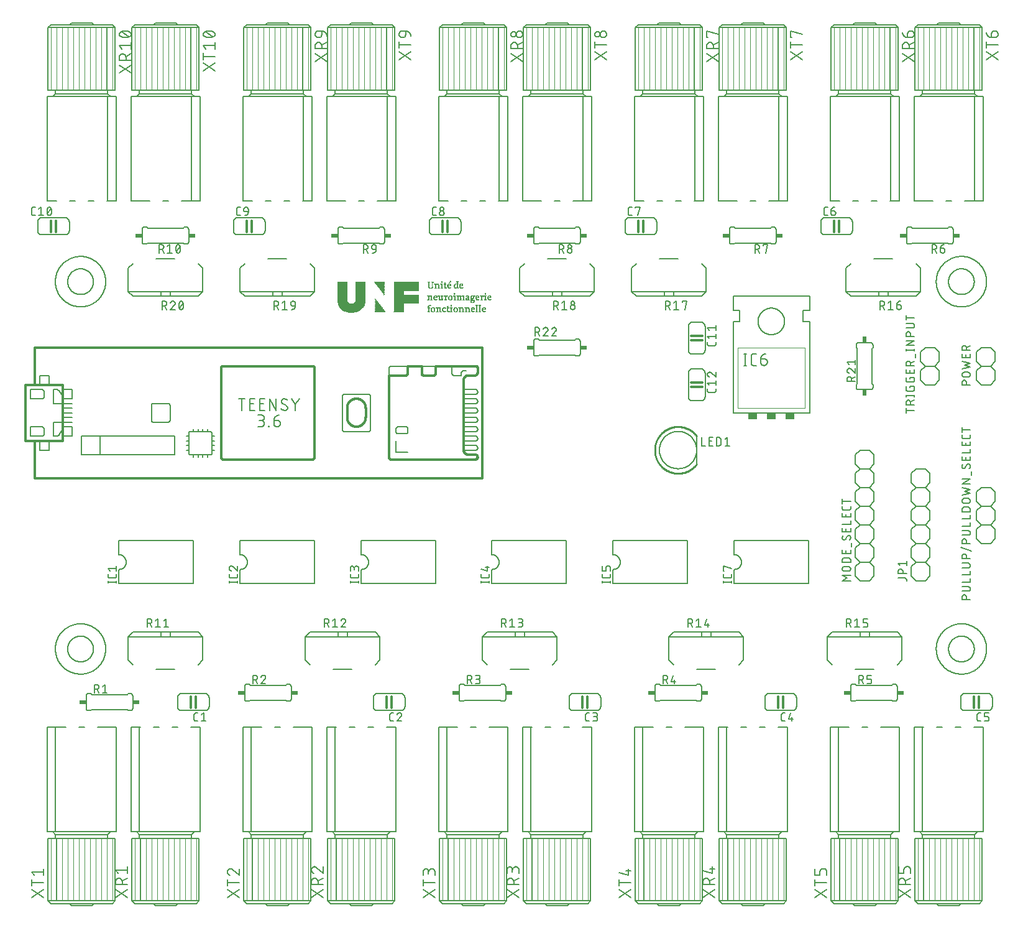
<source format=gbr>
G04 EAGLE Gerber RS-274X export*
G75*
%MOMM*%
%FSLAX34Y34*%
%LPD*%
%INSilkscreen Top*%
%IPPOS*%
%AMOC8*
5,1,8,0,0,1.08239X$1,22.5*%
G01*
%ADD10C,0.152400*%
%ADD11C,0.050800*%
%ADD12C,0.177800*%
%ADD13C,0.304800*%
%ADD14C,0.127000*%
%ADD15C,0.203200*%
%ADD16R,0.863600X0.609600*%
%ADD17R,1.270000X0.889000*%
%ADD18R,0.609600X0.863600*%
%ADD19C,0.254000*%
%ADD20R,0.431800X0.021600*%
%ADD21R,0.820500X0.021600*%
%ADD22R,1.079500X0.021600*%
%ADD23R,0.194400X0.021600*%
%ADD24R,0.172800X0.021600*%
%ADD25R,0.129500X0.021600*%
%ADD26R,0.194300X0.021600*%
%ADD27R,0.172700X0.021600*%
%ADD28R,1.295400X0.021500*%
%ADD29R,0.021600X0.021500*%
%ADD30R,0.021500X0.021500*%
%ADD31R,0.367000X0.021500*%
%ADD32R,0.280600X0.021500*%
%ADD33R,0.323900X0.021500*%
%ADD34R,0.259000X0.021500*%
%ADD35R,0.194300X0.021500*%
%ADD36R,0.345500X0.021500*%
%ADD37R,0.302300X0.021500*%
%ADD38R,0.323800X0.021500*%
%ADD39R,0.280700X0.021500*%
%ADD40R,1.424900X0.021600*%
%ADD41R,1.403400X0.021600*%
%ADD42R,1.295400X0.021600*%
%ADD43R,0.367000X0.021600*%
%ADD44R,0.345500X0.021600*%
%ADD45R,0.345400X0.021600*%
%ADD46R,0.259100X0.021600*%
%ADD47R,0.323800X0.021600*%
%ADD48R,1.576100X0.021600*%
%ADD49R,1.381800X0.021600*%
%ADD50R,0.151100X0.021600*%
%ADD51R,0.280700X0.021600*%
%ADD52R,0.302300X0.021600*%
%ADD53R,0.410200X0.021600*%
%ADD54R,0.151200X0.021600*%
%ADD55R,0.302200X0.021600*%
%ADD56R,0.280600X0.021600*%
%ADD57R,1.684100X0.021600*%
%ADD58R,0.453400X0.021600*%
%ADD59R,0.129600X0.021600*%
%ADD60R,1.813500X0.021600*%
%ADD61R,1.360200X0.021600*%
%ADD62R,0.215900X0.021600*%
%ADD63R,0.064800X0.021600*%
%ADD64R,1.899900X0.021600*%
%ADD65R,1.338600X0.021600*%
%ADD66R,2.029500X0.021600*%
%ADD67R,1.317000X0.021600*%
%ADD68R,2.115900X0.021600*%
%ADD69R,2.159000X0.021600*%
%ADD70R,2.245300X0.021600*%
%ADD71R,1.273900X0.021600*%
%ADD72R,2.331700X0.021500*%
%ADD73R,1.252300X0.021500*%
%ADD74R,0.151100X0.021500*%
%ADD75R,0.151200X0.021500*%
%ADD76R,0.172800X0.021500*%
%ADD77R,0.129600X0.021500*%
%ADD78R,0.129500X0.021500*%
%ADD79R,0.172700X0.021500*%
%ADD80R,2.374900X0.021600*%
%ADD81R,1.230700X0.021600*%
%ADD82R,2.461300X0.021600*%
%ADD83R,2.504500X0.021600*%
%ADD84R,1.209100X0.021600*%
%ADD85R,2.590800X0.021600*%
%ADD86R,1.187500X0.021600*%
%ADD87R,2.633900X0.021600*%
%ADD88R,1.165900X0.021600*%
%ADD89R,2.677100X0.021600*%
%ADD90R,1.144300X0.021600*%
%ADD91R,0.539800X0.021600*%
%ADD92R,2.720300X0.021600*%
%ADD93R,0.518200X0.021600*%
%ADD94R,2.763500X0.021600*%
%ADD95R,1.122700X0.021600*%
%ADD96R,2.806700X0.021600*%
%ADD97R,1.101100X0.021600*%
%ADD98R,0.108000X0.021600*%
%ADD99R,2.849900X0.021500*%
%ADD100R,1.079500X0.021500*%
%ADD101R,0.064800X0.021500*%
%ADD102R,0.107900X0.021500*%
%ADD103R,2.893100X0.021600*%
%ADD104R,0.107900X0.021600*%
%ADD105R,2.936300X0.021600*%
%ADD106R,1.058000X0.021600*%
%ADD107R,2.979500X0.021600*%
%ADD108R,1.036400X0.021600*%
%ADD109R,0.237500X0.021600*%
%ADD110R,0.259000X0.021600*%
%ADD111R,3.022600X0.021600*%
%ADD112R,1.014800X0.021600*%
%ADD113R,0.086400X0.021600*%
%ADD114R,3.065700X0.021600*%
%ADD115R,0.410300X0.021600*%
%ADD116R,3.087300X0.021600*%
%ADD117R,0.993200X0.021600*%
%ADD118R,3.108900X0.021600*%
%ADD119R,0.971600X0.021600*%
%ADD120R,3.152100X0.021600*%
%ADD121R,0.950000X0.021600*%
%ADD122R,3.173700X0.021600*%
%ADD123R,0.928400X0.021600*%
%ADD124R,3.195300X0.021500*%
%ADD125R,0.928400X0.021500*%
%ADD126R,3.238500X0.021600*%
%ADD127R,0.906800X0.021600*%
%ADD128R,3.260100X0.021600*%
%ADD129R,0.885200X0.021600*%
%ADD130R,3.281700X0.021600*%
%ADD131R,0.863600X0.021600*%
%ADD132R,3.324900X0.021600*%
%ADD133R,0.842100X0.021600*%
%ADD134R,0.086300X0.021600*%
%ADD135R,0.064700X0.021600*%
%ADD136R,3.368100X0.021600*%
%ADD137R,3.389700X0.021600*%
%ADD138R,0.798900X0.021600*%
%ADD139R,3.411300X0.021600*%
%ADD140R,0.777300X0.021600*%
%ADD141R,3.432800X0.021600*%
%ADD142R,3.454400X0.021500*%
%ADD143R,0.755700X0.021500*%
%ADD144R,0.259100X0.021500*%
%ADD145R,3.476000X0.021600*%
%ADD146R,0.734100X0.021600*%
%ADD147R,0.712500X0.021600*%
%ADD148R,3.497500X0.021600*%
%ADD149R,0.690900X0.021600*%
%ADD150R,3.519100X0.021600*%
%ADD151R,3.540700X0.021600*%
%ADD152R,0.669300X0.021600*%
%ADD153R,3.562300X0.021600*%
%ADD154R,0.647700X0.021600*%
%ADD155R,0.626200X0.021600*%
%ADD156R,3.583900X0.021600*%
%ADD157R,0.604600X0.021600*%
%ADD158R,3.605500X0.021500*%
%ADD159R,0.583000X0.021500*%
%ADD160R,3.627100X0.021600*%
%ADD161R,0.561400X0.021600*%
%ADD162R,1.684000X0.021600*%
%ADD163R,1.662400X0.021600*%
%ADD164R,1.597600X0.021600*%
%ADD165R,1.597700X0.021600*%
%ADD166R,3.303200X0.021600*%
%ADD167R,1.532900X0.021600*%
%ADD168R,0.496600X0.021600*%
%ADD169R,0.475000X0.021600*%
%ADD170R,1.489700X0.021600*%
%ADD171R,1.468100X0.021600*%
%ADD172R,1.425000X0.021600*%
%ADD173R,1.446500X0.021500*%
%ADD174R,1.425000X0.021500*%
%ADD175R,0.410300X0.021500*%
%ADD176R,3.303200X0.021500*%
%ADD177R,0.345400X0.021500*%
%ADD178R,0.388700X0.021600*%
%ADD179R,0.367100X0.021600*%
%ADD180R,0.323900X0.021600*%
%ADD181R,1.338600X0.021500*%
%ADD182R,0.237500X0.021500*%
%ADD183R,0.086400X0.021500*%
%ADD184R,0.043100X0.021600*%
%ADD185R,0.043200X0.021600*%
%ADD186R,0.108000X0.021500*%
%ADD187R,0.021600X0.021600*%
%ADD188R,1.317000X0.021500*%
%ADD189R,0.518100X0.021600*%
%ADD190R,0.302200X0.021500*%
%ADD191R,1.316900X0.021600*%
%ADD192R,0.043200X0.021500*%
%ADD193R,0.086300X0.021500*%
%ADD194R,0.215900X0.021500*%
%ADD195R,0.388700X0.021500*%
%ADD196R,0.561400X0.021500*%
%ADD197R,0.583000X0.021600*%
%ADD198R,0.626100X0.021600*%
%ADD199R,0.237400X0.021600*%
%ADD200R,0.734100X0.021500*%
%ADD201R,0.367100X0.021500*%
%ADD202R,0.388600X0.021600*%
%ADD203R,0.755700X0.021600*%
%ADD204R,0.842000X0.021600*%
%ADD205R,0.885200X0.021500*%
%ADD206R,1.057900X0.021500*%
%ADD207R,1.230700X0.021500*%
%ADD208R,1.252300X0.021600*%
%ADD209R,1.273800X0.021600*%


D10*
X29210Y1270D02*
X36830Y1270D01*
X123190Y1270D02*
X123190Y143510D01*
X29210Y143510D02*
X29210Y1270D01*
X40640Y1270D02*
X40640Y143510D01*
X29210Y143510D01*
X40640Y143510D02*
X54610Y143510D01*
X72390Y143510D02*
X80010Y143510D01*
X97790Y143510D02*
X123190Y143510D01*
X49530Y-7620D02*
X41910Y-7620D01*
X40640Y1270D02*
X115570Y1270D01*
X121920Y-7620D02*
X121920Y-92710D01*
X118110Y-96520D01*
X59690Y-96520D02*
X34290Y-96520D01*
X30480Y-92710D01*
X30480Y-7620D01*
X30480Y-92710D02*
X34290Y-92710D01*
X90170Y-99060D02*
X92710Y-96520D01*
X118110Y-96520D01*
X90170Y-99060D02*
X62230Y-99060D01*
X59690Y-96520D01*
X92710Y-96520D01*
X40640Y-2540D02*
X36830Y1270D01*
X40640Y1270D01*
X40640Y-2540D02*
X111760Y-2540D01*
X115570Y1270D01*
X123190Y1270D01*
D11*
X72390Y-7620D02*
X72390Y-92710D01*
X80010Y-92710D02*
X80010Y-7620D01*
D10*
X87630Y-7620D01*
X80010Y-7620D02*
X72390Y-7620D01*
X80010Y-92710D02*
X87630Y-92710D01*
X80010Y-92710D02*
X72390Y-92710D01*
D11*
X87630Y-92710D02*
X87630Y-7620D01*
D10*
X95250Y-7620D01*
X95250Y-92710D02*
X87630Y-92710D01*
D11*
X95250Y-92710D02*
X95250Y-7620D01*
D10*
X102870Y-7620D01*
X102870Y-92710D02*
X95250Y-92710D01*
D11*
X102870Y-92710D02*
X102870Y-7620D01*
D10*
X110490Y-7620D01*
X110490Y-92710D02*
X102870Y-92710D01*
D11*
X110490Y-92710D02*
X110490Y-7620D01*
D10*
X110490Y-92710D02*
X118110Y-92710D01*
D11*
X118110Y-7620D01*
D10*
X121920Y-7620D01*
X121920Y-92710D02*
X118110Y-92710D01*
D11*
X64770Y-92710D02*
X64770Y-7620D01*
D10*
X72390Y-7620D01*
X72390Y-92710D02*
X64770Y-92710D01*
D11*
X57150Y-92710D02*
X57150Y-7620D01*
D10*
X64770Y-7620D01*
X64770Y-92710D02*
X57150Y-92710D01*
D11*
X49530Y-92710D02*
X49530Y-7620D01*
D10*
X57150Y-7620D01*
X57150Y-92710D02*
X49530Y-92710D01*
X41910Y-92710D02*
X41910Y-7620D01*
X41910Y-92710D02*
X49530Y-92710D01*
D11*
X34290Y-92710D02*
X34290Y-7620D01*
D10*
X30480Y-7620D01*
X34290Y-92710D02*
X41910Y-92710D01*
X40640Y-7620D02*
X40640Y-2540D01*
X40640Y-7620D02*
X34290Y-7620D01*
X40640Y-7620D02*
X41910Y-7620D01*
X110490Y-7620D02*
X111760Y-7620D01*
X118110Y-7620D01*
X111760Y-7620D02*
X111760Y-2540D01*
D12*
X24511Y-88011D02*
X8509Y-77343D01*
X8509Y-88011D02*
X24511Y-77343D01*
X24511Y-68088D02*
X8509Y-68088D01*
X8509Y-72533D02*
X8509Y-63643D01*
X12065Y-57944D02*
X8509Y-53499D01*
X24511Y-53499D01*
X24511Y-57944D02*
X24511Y-49054D01*
D10*
X229870Y1002030D02*
X237490Y1002030D01*
X143510Y1002030D02*
X143510Y859790D01*
X237490Y859790D02*
X237490Y1002030D01*
X226060Y1002030D02*
X226060Y859790D01*
X237490Y859790D01*
X226060Y859790D02*
X212090Y859790D01*
X194310Y859790D02*
X186690Y859790D01*
X168910Y859790D02*
X143510Y859790D01*
X217170Y1010920D02*
X224790Y1010920D01*
X226060Y1002030D02*
X151130Y1002030D01*
X144780Y1010920D02*
X144780Y1096010D01*
X148590Y1099820D01*
X207010Y1099820D02*
X232410Y1099820D01*
X236220Y1096010D01*
X236220Y1010920D01*
X236220Y1096010D02*
X232410Y1096010D01*
X176530Y1102360D02*
X173990Y1099820D01*
X148590Y1099820D01*
X176530Y1102360D02*
X204470Y1102360D01*
X207010Y1099820D01*
X173990Y1099820D01*
X226060Y1005840D02*
X229870Y1002030D01*
X226060Y1002030D01*
X226060Y1005840D02*
X154940Y1005840D01*
X151130Y1002030D01*
X143510Y1002030D01*
D11*
X194310Y1010920D02*
X194310Y1096010D01*
X186690Y1096010D02*
X186690Y1010920D01*
D10*
X179070Y1010920D01*
X186690Y1010920D02*
X194310Y1010920D01*
X186690Y1096010D02*
X179070Y1096010D01*
X186690Y1096010D02*
X194310Y1096010D01*
D11*
X179070Y1096010D02*
X179070Y1010920D01*
D10*
X171450Y1010920D01*
X171450Y1096010D02*
X179070Y1096010D01*
D11*
X171450Y1096010D02*
X171450Y1010920D01*
D10*
X163830Y1010920D01*
X163830Y1096010D02*
X171450Y1096010D01*
D11*
X163830Y1096010D02*
X163830Y1010920D01*
D10*
X156210Y1010920D01*
X156210Y1096010D02*
X163830Y1096010D01*
D11*
X156210Y1096010D02*
X156210Y1010920D01*
D10*
X156210Y1096010D02*
X148590Y1096010D01*
D11*
X148590Y1010920D01*
D10*
X144780Y1010920D01*
X144780Y1096010D02*
X148590Y1096010D01*
D11*
X201930Y1096010D02*
X201930Y1010920D01*
D10*
X194310Y1010920D01*
X194310Y1096010D02*
X201930Y1096010D01*
D11*
X209550Y1096010D02*
X209550Y1010920D01*
D10*
X201930Y1010920D01*
X201930Y1096010D02*
X209550Y1096010D01*
D11*
X217170Y1096010D02*
X217170Y1010920D01*
D10*
X209550Y1010920D01*
X209550Y1096010D02*
X217170Y1096010D01*
X224790Y1096010D02*
X224790Y1010920D01*
X224790Y1096010D02*
X217170Y1096010D01*
D11*
X232410Y1096010D02*
X232410Y1010920D01*
D10*
X236220Y1010920D01*
X232410Y1096010D02*
X224790Y1096010D01*
X226060Y1010920D02*
X226060Y1005840D01*
X226060Y1010920D02*
X232410Y1010920D01*
X226060Y1010920D02*
X224790Y1010920D01*
X156210Y1010920D02*
X154940Y1010920D01*
X148590Y1010920D01*
X154940Y1010920D02*
X154940Y1005840D01*
D12*
X242189Y1047390D02*
X258191Y1036722D01*
X258191Y1047390D02*
X242189Y1036722D01*
X242189Y1056646D02*
X258191Y1056646D01*
X242189Y1052201D02*
X242189Y1061091D01*
X245745Y1066790D02*
X242189Y1071235D01*
X258191Y1071235D01*
X258191Y1066790D02*
X258191Y1075680D01*
X250190Y1082421D02*
X249875Y1082425D01*
X249561Y1082436D01*
X249246Y1082455D01*
X248933Y1082481D01*
X248620Y1082515D01*
X248308Y1082556D01*
X247997Y1082605D01*
X247687Y1082661D01*
X247378Y1082724D01*
X247072Y1082795D01*
X246767Y1082873D01*
X246464Y1082958D01*
X246163Y1083051D01*
X245864Y1083151D01*
X245568Y1083258D01*
X245274Y1083371D01*
X244984Y1083492D01*
X244696Y1083620D01*
X244411Y1083755D01*
X244305Y1083793D01*
X244200Y1083836D01*
X244096Y1083881D01*
X243994Y1083931D01*
X243894Y1083984D01*
X243795Y1084040D01*
X243699Y1084100D01*
X243605Y1084163D01*
X243513Y1084229D01*
X243423Y1084298D01*
X243336Y1084370D01*
X243251Y1084446D01*
X243169Y1084524D01*
X243090Y1084605D01*
X243013Y1084688D01*
X242940Y1084775D01*
X242869Y1084863D01*
X242802Y1084954D01*
X242737Y1085048D01*
X242676Y1085143D01*
X242619Y1085241D01*
X242564Y1085340D01*
X242514Y1085441D01*
X242466Y1085544D01*
X242422Y1085649D01*
X242382Y1085755D01*
X242346Y1085862D01*
X242313Y1085971D01*
X242284Y1086080D01*
X242259Y1086191D01*
X242238Y1086302D01*
X242220Y1086414D01*
X242207Y1086527D01*
X242197Y1086640D01*
X242191Y1086753D01*
X242189Y1086866D01*
X242191Y1086979D01*
X242197Y1087092D01*
X242207Y1087205D01*
X242220Y1087318D01*
X242238Y1087430D01*
X242259Y1087541D01*
X242284Y1087652D01*
X242313Y1087761D01*
X242346Y1087870D01*
X242382Y1087977D01*
X242422Y1088083D01*
X242466Y1088188D01*
X242514Y1088291D01*
X242564Y1088392D01*
X242619Y1088491D01*
X242676Y1088589D01*
X242737Y1088684D01*
X242802Y1088778D01*
X242869Y1088869D01*
X242940Y1088957D01*
X243013Y1089044D01*
X243090Y1089127D01*
X243169Y1089208D01*
X243251Y1089286D01*
X243336Y1089362D01*
X243423Y1089434D01*
X243513Y1089503D01*
X243605Y1089569D01*
X243699Y1089632D01*
X243795Y1089692D01*
X243894Y1089748D01*
X243994Y1089801D01*
X244096Y1089851D01*
X244200Y1089896D01*
X244305Y1089939D01*
X244411Y1089977D01*
X244696Y1090112D01*
X244984Y1090240D01*
X245274Y1090361D01*
X245568Y1090474D01*
X245864Y1090581D01*
X246163Y1090681D01*
X246464Y1090774D01*
X246767Y1090859D01*
X247072Y1090937D01*
X247378Y1091008D01*
X247687Y1091071D01*
X247997Y1091127D01*
X248308Y1091176D01*
X248620Y1091217D01*
X248933Y1091251D01*
X249246Y1091277D01*
X249561Y1091296D01*
X249875Y1091307D01*
X250190Y1091311D01*
X250190Y1082421D02*
X250505Y1082425D01*
X250819Y1082436D01*
X251134Y1082455D01*
X251447Y1082481D01*
X251760Y1082515D01*
X252072Y1082556D01*
X252383Y1082605D01*
X252693Y1082661D01*
X253002Y1082724D01*
X253308Y1082795D01*
X253613Y1082873D01*
X253916Y1082958D01*
X254217Y1083051D01*
X254516Y1083151D01*
X254812Y1083258D01*
X255106Y1083371D01*
X255396Y1083492D01*
X255684Y1083620D01*
X255969Y1083755D01*
X256075Y1083793D01*
X256180Y1083836D01*
X256284Y1083881D01*
X256386Y1083931D01*
X256486Y1083984D01*
X256585Y1084040D01*
X256681Y1084100D01*
X256775Y1084163D01*
X256867Y1084229D01*
X256957Y1084298D01*
X257044Y1084370D01*
X257129Y1084446D01*
X257211Y1084524D01*
X257290Y1084605D01*
X257367Y1084688D01*
X257440Y1084775D01*
X257511Y1084863D01*
X257578Y1084954D01*
X257643Y1085048D01*
X257704Y1085143D01*
X257761Y1085241D01*
X257816Y1085340D01*
X257866Y1085441D01*
X257914Y1085544D01*
X257958Y1085649D01*
X257998Y1085755D01*
X258034Y1085862D01*
X258067Y1085971D01*
X258096Y1086080D01*
X258121Y1086191D01*
X258142Y1086302D01*
X258160Y1086414D01*
X258173Y1086527D01*
X258183Y1086640D01*
X258189Y1086753D01*
X258191Y1086866D01*
X255969Y1089977D02*
X255684Y1090112D01*
X255396Y1090240D01*
X255106Y1090361D01*
X254812Y1090474D01*
X254516Y1090581D01*
X254217Y1090681D01*
X253916Y1090774D01*
X253613Y1090859D01*
X253308Y1090937D01*
X253002Y1091008D01*
X252693Y1091071D01*
X252383Y1091127D01*
X252072Y1091176D01*
X251760Y1091217D01*
X251447Y1091251D01*
X251134Y1091277D01*
X250819Y1091296D01*
X250505Y1091307D01*
X250190Y1091311D01*
X255969Y1089977D02*
X256075Y1089939D01*
X256180Y1089896D01*
X256284Y1089851D01*
X256386Y1089801D01*
X256486Y1089748D01*
X256585Y1089692D01*
X256681Y1089632D01*
X256775Y1089569D01*
X256867Y1089503D01*
X256957Y1089434D01*
X257044Y1089362D01*
X257129Y1089286D01*
X257211Y1089208D01*
X257290Y1089127D01*
X257367Y1089044D01*
X257440Y1088957D01*
X257511Y1088869D01*
X257578Y1088778D01*
X257643Y1088684D01*
X257704Y1088589D01*
X257761Y1088491D01*
X257816Y1088392D01*
X257866Y1088291D01*
X257914Y1088188D01*
X257958Y1088083D01*
X257998Y1087977D01*
X258034Y1087870D01*
X258067Y1087761D01*
X258096Y1087652D01*
X258121Y1087541D01*
X258142Y1087430D01*
X258160Y1087318D01*
X258173Y1087205D01*
X258183Y1087092D01*
X258189Y1086979D01*
X258191Y1086866D01*
X254635Y1083310D02*
X245745Y1090422D01*
D10*
X295910Y1270D02*
X303530Y1270D01*
X389890Y1270D02*
X389890Y143510D01*
X295910Y143510D02*
X295910Y1270D01*
X307340Y1270D02*
X307340Y143510D01*
X295910Y143510D01*
X307340Y143510D02*
X321310Y143510D01*
X339090Y143510D02*
X346710Y143510D01*
X364490Y143510D02*
X389890Y143510D01*
X316230Y-7620D02*
X308610Y-7620D01*
X307340Y1270D02*
X382270Y1270D01*
X388620Y-7620D02*
X388620Y-92710D01*
X384810Y-96520D01*
X326390Y-96520D02*
X300990Y-96520D01*
X297180Y-92710D01*
X297180Y-7620D01*
X297180Y-92710D02*
X300990Y-92710D01*
X356870Y-99060D02*
X359410Y-96520D01*
X384810Y-96520D01*
X356870Y-99060D02*
X328930Y-99060D01*
X326390Y-96520D01*
X359410Y-96520D01*
X307340Y-2540D02*
X303530Y1270D01*
X307340Y1270D01*
X307340Y-2540D02*
X378460Y-2540D01*
X382270Y1270D01*
X389890Y1270D01*
D11*
X339090Y-7620D02*
X339090Y-92710D01*
X346710Y-92710D02*
X346710Y-7620D01*
D10*
X354330Y-7620D01*
X346710Y-7620D02*
X339090Y-7620D01*
X346710Y-92710D02*
X354330Y-92710D01*
X346710Y-92710D02*
X339090Y-92710D01*
D11*
X354330Y-92710D02*
X354330Y-7620D01*
D10*
X361950Y-7620D01*
X361950Y-92710D02*
X354330Y-92710D01*
D11*
X361950Y-92710D02*
X361950Y-7620D01*
D10*
X369570Y-7620D01*
X369570Y-92710D02*
X361950Y-92710D01*
D11*
X369570Y-92710D02*
X369570Y-7620D01*
D10*
X377190Y-7620D01*
X377190Y-92710D02*
X369570Y-92710D01*
D11*
X377190Y-92710D02*
X377190Y-7620D01*
D10*
X377190Y-92710D02*
X384810Y-92710D01*
D11*
X384810Y-7620D01*
D10*
X388620Y-7620D01*
X388620Y-92710D02*
X384810Y-92710D01*
D11*
X331470Y-92710D02*
X331470Y-7620D01*
D10*
X339090Y-7620D01*
X339090Y-92710D02*
X331470Y-92710D01*
D11*
X323850Y-92710D02*
X323850Y-7620D01*
D10*
X331470Y-7620D01*
X331470Y-92710D02*
X323850Y-92710D01*
D11*
X316230Y-92710D02*
X316230Y-7620D01*
D10*
X323850Y-7620D01*
X323850Y-92710D02*
X316230Y-92710D01*
X308610Y-92710D02*
X308610Y-7620D01*
X308610Y-92710D02*
X316230Y-92710D01*
D11*
X300990Y-92710D02*
X300990Y-7620D01*
D10*
X297180Y-7620D01*
X300990Y-92710D02*
X308610Y-92710D01*
X307340Y-7620D02*
X307340Y-2540D01*
X307340Y-7620D02*
X300990Y-7620D01*
X307340Y-7620D02*
X308610Y-7620D01*
X377190Y-7620D02*
X378460Y-7620D01*
X384810Y-7620D01*
X378460Y-7620D02*
X378460Y-2540D01*
D12*
X291211Y-88011D02*
X275209Y-77343D01*
X275209Y-88011D02*
X291211Y-77343D01*
X291211Y-68088D02*
X275209Y-68088D01*
X275209Y-72533D02*
X275209Y-63643D01*
X275209Y-53054D02*
X275211Y-52928D01*
X275217Y-52803D01*
X275227Y-52677D01*
X275241Y-52553D01*
X275258Y-52428D01*
X275280Y-52304D01*
X275305Y-52181D01*
X275335Y-52059D01*
X275368Y-51938D01*
X275405Y-51818D01*
X275446Y-51699D01*
X275490Y-51581D01*
X275538Y-51465D01*
X275590Y-51350D01*
X275645Y-51238D01*
X275704Y-51127D01*
X275766Y-51017D01*
X275832Y-50910D01*
X275901Y-50805D01*
X275973Y-50702D01*
X276049Y-50602D01*
X276127Y-50504D01*
X276209Y-50408D01*
X276293Y-50315D01*
X276381Y-50225D01*
X276471Y-50137D01*
X276564Y-50053D01*
X276660Y-49971D01*
X276758Y-49893D01*
X276858Y-49817D01*
X276961Y-49745D01*
X277066Y-49676D01*
X277173Y-49610D01*
X277283Y-49548D01*
X277394Y-49489D01*
X277506Y-49434D01*
X277621Y-49382D01*
X277737Y-49334D01*
X277855Y-49290D01*
X277974Y-49249D01*
X278094Y-49212D01*
X278215Y-49179D01*
X278337Y-49149D01*
X278460Y-49124D01*
X278584Y-49102D01*
X278709Y-49085D01*
X278833Y-49071D01*
X278959Y-49061D01*
X279084Y-49055D01*
X279210Y-49053D01*
X275209Y-53054D02*
X275211Y-53195D01*
X275217Y-53335D01*
X275226Y-53475D01*
X275240Y-53615D01*
X275257Y-53754D01*
X275278Y-53893D01*
X275303Y-54032D01*
X275331Y-54169D01*
X275364Y-54306D01*
X275400Y-54442D01*
X275440Y-54577D01*
X275483Y-54710D01*
X275530Y-54843D01*
X275581Y-54974D01*
X275635Y-55103D01*
X275693Y-55231D01*
X275754Y-55358D01*
X275819Y-55483D01*
X275887Y-55605D01*
X275958Y-55726D01*
X276033Y-55846D01*
X276111Y-55962D01*
X276192Y-56077D01*
X276276Y-56190D01*
X276364Y-56300D01*
X276454Y-56408D01*
X276547Y-56513D01*
X276643Y-56615D01*
X276742Y-56715D01*
X276843Y-56813D01*
X276947Y-56907D01*
X277054Y-56999D01*
X277163Y-57087D01*
X277274Y-57173D01*
X277388Y-57255D01*
X277504Y-57335D01*
X277622Y-57411D01*
X277742Y-57484D01*
X277864Y-57553D01*
X277988Y-57620D01*
X278114Y-57683D01*
X278241Y-57742D01*
X278370Y-57798D01*
X278500Y-57850D01*
X278632Y-57899D01*
X278765Y-57944D01*
X282322Y-50388D02*
X282231Y-50296D01*
X282138Y-50206D01*
X282043Y-50120D01*
X281945Y-50036D01*
X281844Y-49956D01*
X281741Y-49878D01*
X281636Y-49804D01*
X281528Y-49733D01*
X281419Y-49665D01*
X281307Y-49601D01*
X281194Y-49539D01*
X281079Y-49482D01*
X280962Y-49427D01*
X280843Y-49376D01*
X280723Y-49329D01*
X280602Y-49286D01*
X280480Y-49246D01*
X280356Y-49210D01*
X280231Y-49177D01*
X280106Y-49148D01*
X279979Y-49123D01*
X279852Y-49102D01*
X279724Y-49085D01*
X279596Y-49071D01*
X279468Y-49062D01*
X279339Y-49056D01*
X279210Y-49054D01*
X282321Y-50387D02*
X291211Y-57944D01*
X291211Y-49054D01*
D10*
X562610Y1270D02*
X570230Y1270D01*
X656590Y1270D02*
X656590Y143510D01*
X562610Y143510D02*
X562610Y1270D01*
X574040Y1270D02*
X574040Y143510D01*
X562610Y143510D01*
X574040Y143510D02*
X588010Y143510D01*
X605790Y143510D02*
X613410Y143510D01*
X631190Y143510D02*
X656590Y143510D01*
X582930Y-7620D02*
X575310Y-7620D01*
X574040Y1270D02*
X648970Y1270D01*
X655320Y-7620D02*
X655320Y-92710D01*
X651510Y-96520D01*
X593090Y-96520D02*
X567690Y-96520D01*
X563880Y-92710D01*
X563880Y-7620D01*
X563880Y-92710D02*
X567690Y-92710D01*
X623570Y-99060D02*
X626110Y-96520D01*
X651510Y-96520D01*
X623570Y-99060D02*
X595630Y-99060D01*
X593090Y-96520D01*
X626110Y-96520D01*
X574040Y-2540D02*
X570230Y1270D01*
X574040Y1270D01*
X574040Y-2540D02*
X645160Y-2540D01*
X648970Y1270D01*
X656590Y1270D01*
D11*
X605790Y-7620D02*
X605790Y-92710D01*
X613410Y-92710D02*
X613410Y-7620D01*
D10*
X621030Y-7620D01*
X613410Y-7620D02*
X605790Y-7620D01*
X613410Y-92710D02*
X621030Y-92710D01*
X613410Y-92710D02*
X605790Y-92710D01*
D11*
X621030Y-92710D02*
X621030Y-7620D01*
D10*
X628650Y-7620D01*
X628650Y-92710D02*
X621030Y-92710D01*
D11*
X628650Y-92710D02*
X628650Y-7620D01*
D10*
X636270Y-7620D01*
X636270Y-92710D02*
X628650Y-92710D01*
D11*
X636270Y-92710D02*
X636270Y-7620D01*
D10*
X643890Y-7620D01*
X643890Y-92710D02*
X636270Y-92710D01*
D11*
X643890Y-92710D02*
X643890Y-7620D01*
D10*
X643890Y-92710D02*
X651510Y-92710D01*
D11*
X651510Y-7620D01*
D10*
X655320Y-7620D01*
X655320Y-92710D02*
X651510Y-92710D01*
D11*
X598170Y-92710D02*
X598170Y-7620D01*
D10*
X605790Y-7620D01*
X605790Y-92710D02*
X598170Y-92710D01*
D11*
X590550Y-92710D02*
X590550Y-7620D01*
D10*
X598170Y-7620D01*
X598170Y-92710D02*
X590550Y-92710D01*
D11*
X582930Y-92710D02*
X582930Y-7620D01*
D10*
X590550Y-7620D01*
X590550Y-92710D02*
X582930Y-92710D01*
X575310Y-92710D02*
X575310Y-7620D01*
X575310Y-92710D02*
X582930Y-92710D01*
D11*
X567690Y-92710D02*
X567690Y-7620D01*
D10*
X563880Y-7620D01*
X567690Y-92710D02*
X575310Y-92710D01*
X574040Y-7620D02*
X574040Y-2540D01*
X574040Y-7620D02*
X567690Y-7620D01*
X574040Y-7620D02*
X575310Y-7620D01*
X643890Y-7620D02*
X645160Y-7620D01*
X651510Y-7620D01*
X645160Y-7620D02*
X645160Y-2540D01*
D12*
X557911Y-88011D02*
X541909Y-77343D01*
X541909Y-88011D02*
X557911Y-77343D01*
X557911Y-68088D02*
X541909Y-68088D01*
X541909Y-72533D02*
X541909Y-63643D01*
X557911Y-57944D02*
X557911Y-53499D01*
X557909Y-53367D01*
X557903Y-53236D01*
X557893Y-53104D01*
X557880Y-52973D01*
X557862Y-52843D01*
X557841Y-52713D01*
X557816Y-52583D01*
X557787Y-52455D01*
X557754Y-52327D01*
X557717Y-52201D01*
X557677Y-52075D01*
X557633Y-51951D01*
X557585Y-51828D01*
X557534Y-51707D01*
X557479Y-51587D01*
X557421Y-51469D01*
X557359Y-51353D01*
X557293Y-51239D01*
X557225Y-51126D01*
X557153Y-51016D01*
X557078Y-50908D01*
X556999Y-50802D01*
X556918Y-50698D01*
X556833Y-50597D01*
X556746Y-50499D01*
X556655Y-50403D01*
X556562Y-50310D01*
X556466Y-50219D01*
X556368Y-50132D01*
X556267Y-50047D01*
X556163Y-49966D01*
X556057Y-49887D01*
X555949Y-49812D01*
X555839Y-49740D01*
X555726Y-49672D01*
X555612Y-49606D01*
X555496Y-49544D01*
X555378Y-49486D01*
X555258Y-49431D01*
X555137Y-49380D01*
X555014Y-49332D01*
X554890Y-49288D01*
X554764Y-49248D01*
X554638Y-49211D01*
X554510Y-49178D01*
X554382Y-49149D01*
X554252Y-49124D01*
X554122Y-49103D01*
X553992Y-49085D01*
X553861Y-49072D01*
X553729Y-49062D01*
X553598Y-49056D01*
X553466Y-49054D01*
X553334Y-49056D01*
X553203Y-49062D01*
X553071Y-49072D01*
X552940Y-49085D01*
X552810Y-49103D01*
X552680Y-49124D01*
X552550Y-49149D01*
X552422Y-49178D01*
X552294Y-49211D01*
X552168Y-49248D01*
X552042Y-49288D01*
X551918Y-49332D01*
X551795Y-49380D01*
X551674Y-49431D01*
X551554Y-49486D01*
X551436Y-49544D01*
X551320Y-49606D01*
X551206Y-49672D01*
X551093Y-49740D01*
X550983Y-49812D01*
X550875Y-49887D01*
X550769Y-49966D01*
X550665Y-50047D01*
X550564Y-50132D01*
X550466Y-50219D01*
X550370Y-50310D01*
X550277Y-50403D01*
X550186Y-50499D01*
X550099Y-50597D01*
X550014Y-50698D01*
X549933Y-50802D01*
X549854Y-50908D01*
X549779Y-51016D01*
X549707Y-51126D01*
X549639Y-51239D01*
X549573Y-51353D01*
X549511Y-51469D01*
X549453Y-51587D01*
X549398Y-51707D01*
X549347Y-51828D01*
X549299Y-51951D01*
X549255Y-52075D01*
X549215Y-52201D01*
X549178Y-52327D01*
X549145Y-52455D01*
X549116Y-52583D01*
X549091Y-52713D01*
X549070Y-52843D01*
X549052Y-52973D01*
X549039Y-53104D01*
X549029Y-53236D01*
X549023Y-53367D01*
X549021Y-53499D01*
X541909Y-52610D02*
X541909Y-57944D01*
X541909Y-52610D02*
X541911Y-52492D01*
X541917Y-52375D01*
X541926Y-52258D01*
X541940Y-52141D01*
X541957Y-52025D01*
X541979Y-51909D01*
X542004Y-51794D01*
X542033Y-51680D01*
X542065Y-51567D01*
X542102Y-51455D01*
X542142Y-51345D01*
X542185Y-51236D01*
X542233Y-51128D01*
X542283Y-51022D01*
X542338Y-50918D01*
X542395Y-50815D01*
X542456Y-50715D01*
X542521Y-50616D01*
X542588Y-50520D01*
X542659Y-50426D01*
X542733Y-50334D01*
X542809Y-50245D01*
X542889Y-50159D01*
X542971Y-50075D01*
X543057Y-49994D01*
X543144Y-49916D01*
X543235Y-49840D01*
X543328Y-49768D01*
X543423Y-49699D01*
X543520Y-49633D01*
X543620Y-49570D01*
X543721Y-49511D01*
X543824Y-49455D01*
X543930Y-49403D01*
X544037Y-49354D01*
X544145Y-49308D01*
X544255Y-49266D01*
X544366Y-49228D01*
X544479Y-49194D01*
X544592Y-49163D01*
X544707Y-49136D01*
X544822Y-49113D01*
X544938Y-49093D01*
X545054Y-49078D01*
X545171Y-49066D01*
X545289Y-49058D01*
X545406Y-49054D01*
X545524Y-49054D01*
X545641Y-49058D01*
X545759Y-49066D01*
X545876Y-49078D01*
X545992Y-49093D01*
X546108Y-49113D01*
X546223Y-49136D01*
X546338Y-49163D01*
X546451Y-49194D01*
X546564Y-49228D01*
X546675Y-49266D01*
X546785Y-49308D01*
X546893Y-49354D01*
X547000Y-49403D01*
X547106Y-49455D01*
X547209Y-49511D01*
X547310Y-49570D01*
X547410Y-49633D01*
X547507Y-49699D01*
X547602Y-49768D01*
X547695Y-49840D01*
X547786Y-49916D01*
X547873Y-49994D01*
X547959Y-50075D01*
X548041Y-50159D01*
X548121Y-50245D01*
X548197Y-50334D01*
X548271Y-50426D01*
X548342Y-50520D01*
X548409Y-50616D01*
X548474Y-50715D01*
X548535Y-50815D01*
X548592Y-50918D01*
X548647Y-51022D01*
X548697Y-51128D01*
X548745Y-51236D01*
X548788Y-51345D01*
X548828Y-51455D01*
X548865Y-51567D01*
X548897Y-51680D01*
X548926Y-51794D01*
X548951Y-51909D01*
X548973Y-52025D01*
X548990Y-52141D01*
X549004Y-52258D01*
X549013Y-52375D01*
X549019Y-52492D01*
X549021Y-52610D01*
X549021Y-56166D01*
D10*
X829310Y1270D02*
X836930Y1270D01*
X923290Y1270D02*
X923290Y143510D01*
X829310Y143510D02*
X829310Y1270D01*
X840740Y1270D02*
X840740Y143510D01*
X829310Y143510D01*
X840740Y143510D02*
X854710Y143510D01*
X872490Y143510D02*
X880110Y143510D01*
X897890Y143510D02*
X923290Y143510D01*
X849630Y-7620D02*
X842010Y-7620D01*
X840740Y1270D02*
X915670Y1270D01*
X922020Y-7620D02*
X922020Y-92710D01*
X918210Y-96520D01*
X859790Y-96520D02*
X834390Y-96520D01*
X830580Y-92710D01*
X830580Y-7620D01*
X830580Y-92710D02*
X834390Y-92710D01*
X890270Y-99060D02*
X892810Y-96520D01*
X918210Y-96520D01*
X890270Y-99060D02*
X862330Y-99060D01*
X859790Y-96520D01*
X892810Y-96520D01*
X840740Y-2540D02*
X836930Y1270D01*
X840740Y1270D01*
X840740Y-2540D02*
X911860Y-2540D01*
X915670Y1270D01*
X923290Y1270D01*
D11*
X872490Y-7620D02*
X872490Y-92710D01*
X880110Y-92710D02*
X880110Y-7620D01*
D10*
X887730Y-7620D01*
X880110Y-7620D02*
X872490Y-7620D01*
X880110Y-92710D02*
X887730Y-92710D01*
X880110Y-92710D02*
X872490Y-92710D01*
D11*
X887730Y-92710D02*
X887730Y-7620D01*
D10*
X895350Y-7620D01*
X895350Y-92710D02*
X887730Y-92710D01*
D11*
X895350Y-92710D02*
X895350Y-7620D01*
D10*
X902970Y-7620D01*
X902970Y-92710D02*
X895350Y-92710D01*
D11*
X902970Y-92710D02*
X902970Y-7620D01*
D10*
X910590Y-7620D01*
X910590Y-92710D02*
X902970Y-92710D01*
D11*
X910590Y-92710D02*
X910590Y-7620D01*
D10*
X910590Y-92710D02*
X918210Y-92710D01*
D11*
X918210Y-7620D01*
D10*
X922020Y-7620D01*
X922020Y-92710D02*
X918210Y-92710D01*
D11*
X864870Y-92710D02*
X864870Y-7620D01*
D10*
X872490Y-7620D01*
X872490Y-92710D02*
X864870Y-92710D01*
D11*
X857250Y-92710D02*
X857250Y-7620D01*
D10*
X864870Y-7620D01*
X864870Y-92710D02*
X857250Y-92710D01*
D11*
X849630Y-92710D02*
X849630Y-7620D01*
D10*
X857250Y-7620D01*
X857250Y-92710D02*
X849630Y-92710D01*
X842010Y-92710D02*
X842010Y-7620D01*
X842010Y-92710D02*
X849630Y-92710D01*
D11*
X834390Y-92710D02*
X834390Y-7620D01*
D10*
X830580Y-7620D01*
X834390Y-92710D02*
X842010Y-92710D01*
X840740Y-7620D02*
X840740Y-2540D01*
X840740Y-7620D02*
X834390Y-7620D01*
X840740Y-7620D02*
X842010Y-7620D01*
X910590Y-7620D02*
X911860Y-7620D01*
X918210Y-7620D01*
X911860Y-7620D02*
X911860Y-2540D01*
D12*
X824611Y-88011D02*
X808609Y-77343D01*
X808609Y-88011D02*
X824611Y-77343D01*
X824611Y-68088D02*
X808609Y-68088D01*
X808609Y-72533D02*
X808609Y-63643D01*
X808609Y-54388D02*
X821055Y-57944D01*
X821055Y-49054D01*
X817499Y-51721D02*
X824611Y-51721D01*
D10*
X1096010Y1270D02*
X1103630Y1270D01*
X1189990Y1270D02*
X1189990Y143510D01*
X1096010Y143510D02*
X1096010Y1270D01*
X1107440Y1270D02*
X1107440Y143510D01*
X1096010Y143510D01*
X1107440Y143510D02*
X1121410Y143510D01*
X1139190Y143510D02*
X1146810Y143510D01*
X1164590Y143510D02*
X1189990Y143510D01*
X1116330Y-7620D02*
X1108710Y-7620D01*
X1107440Y1270D02*
X1182370Y1270D01*
X1188720Y-7620D02*
X1188720Y-92710D01*
X1184910Y-96520D01*
X1126490Y-96520D02*
X1101090Y-96520D01*
X1097280Y-92710D01*
X1097280Y-7620D01*
X1097280Y-92710D02*
X1101090Y-92710D01*
X1156970Y-99060D02*
X1159510Y-96520D01*
X1184910Y-96520D01*
X1156970Y-99060D02*
X1129030Y-99060D01*
X1126490Y-96520D01*
X1159510Y-96520D01*
X1107440Y-2540D02*
X1103630Y1270D01*
X1107440Y1270D01*
X1107440Y-2540D02*
X1178560Y-2540D01*
X1182370Y1270D01*
X1189990Y1270D01*
D11*
X1139190Y-7620D02*
X1139190Y-92710D01*
X1146810Y-92710D02*
X1146810Y-7620D01*
D10*
X1154430Y-7620D01*
X1146810Y-7620D02*
X1139190Y-7620D01*
X1146810Y-92710D02*
X1154430Y-92710D01*
X1146810Y-92710D02*
X1139190Y-92710D01*
D11*
X1154430Y-92710D02*
X1154430Y-7620D01*
D10*
X1162050Y-7620D01*
X1162050Y-92710D02*
X1154430Y-92710D01*
D11*
X1162050Y-92710D02*
X1162050Y-7620D01*
D10*
X1169670Y-7620D01*
X1169670Y-92710D02*
X1162050Y-92710D01*
D11*
X1169670Y-92710D02*
X1169670Y-7620D01*
D10*
X1177290Y-7620D01*
X1177290Y-92710D02*
X1169670Y-92710D01*
D11*
X1177290Y-92710D02*
X1177290Y-7620D01*
D10*
X1177290Y-92710D02*
X1184910Y-92710D01*
D11*
X1184910Y-7620D01*
D10*
X1188720Y-7620D01*
X1188720Y-92710D02*
X1184910Y-92710D01*
D11*
X1131570Y-92710D02*
X1131570Y-7620D01*
D10*
X1139190Y-7620D01*
X1139190Y-92710D02*
X1131570Y-92710D01*
D11*
X1123950Y-92710D02*
X1123950Y-7620D01*
D10*
X1131570Y-7620D01*
X1131570Y-92710D02*
X1123950Y-92710D01*
D11*
X1116330Y-92710D02*
X1116330Y-7620D01*
D10*
X1123950Y-7620D01*
X1123950Y-92710D02*
X1116330Y-92710D01*
X1108710Y-92710D02*
X1108710Y-7620D01*
X1108710Y-92710D02*
X1116330Y-92710D01*
D11*
X1101090Y-92710D02*
X1101090Y-7620D01*
D10*
X1097280Y-7620D01*
X1101090Y-92710D02*
X1108710Y-92710D01*
X1107440Y-7620D02*
X1107440Y-2540D01*
X1107440Y-7620D02*
X1101090Y-7620D01*
X1107440Y-7620D02*
X1108710Y-7620D01*
X1177290Y-7620D02*
X1178560Y-7620D01*
X1184910Y-7620D01*
X1178560Y-7620D02*
X1178560Y-2540D01*
D12*
X1091311Y-88011D02*
X1075309Y-77343D01*
X1075309Y-88011D02*
X1091311Y-77343D01*
X1091311Y-68088D02*
X1075309Y-68088D01*
X1075309Y-72533D02*
X1075309Y-63643D01*
X1091311Y-57944D02*
X1091311Y-52610D01*
X1091309Y-52494D01*
X1091303Y-52377D01*
X1091294Y-52261D01*
X1091281Y-52146D01*
X1091264Y-52031D01*
X1091243Y-51916D01*
X1091218Y-51803D01*
X1091190Y-51690D01*
X1091158Y-51578D01*
X1091122Y-51467D01*
X1091083Y-51357D01*
X1091040Y-51249D01*
X1090994Y-51142D01*
X1090944Y-51037D01*
X1090891Y-50934D01*
X1090835Y-50832D01*
X1090775Y-50732D01*
X1090712Y-50634D01*
X1090645Y-50539D01*
X1090576Y-50445D01*
X1090504Y-50354D01*
X1090429Y-50265D01*
X1090350Y-50179D01*
X1090269Y-50096D01*
X1090186Y-50015D01*
X1090100Y-49936D01*
X1090011Y-49861D01*
X1089920Y-49789D01*
X1089826Y-49720D01*
X1089731Y-49653D01*
X1089633Y-49590D01*
X1089533Y-49530D01*
X1089431Y-49474D01*
X1089328Y-49421D01*
X1089223Y-49371D01*
X1089116Y-49325D01*
X1089008Y-49282D01*
X1088898Y-49243D01*
X1088787Y-49207D01*
X1088675Y-49175D01*
X1088562Y-49147D01*
X1088449Y-49122D01*
X1088334Y-49101D01*
X1088219Y-49084D01*
X1088104Y-49071D01*
X1087988Y-49062D01*
X1087871Y-49056D01*
X1087755Y-49054D01*
X1085977Y-49054D01*
X1085861Y-49056D01*
X1085744Y-49062D01*
X1085628Y-49071D01*
X1085513Y-49084D01*
X1085398Y-49101D01*
X1085283Y-49122D01*
X1085170Y-49147D01*
X1085057Y-49175D01*
X1084945Y-49207D01*
X1084834Y-49243D01*
X1084724Y-49282D01*
X1084616Y-49325D01*
X1084509Y-49371D01*
X1084404Y-49421D01*
X1084301Y-49474D01*
X1084199Y-49530D01*
X1084099Y-49590D01*
X1084001Y-49653D01*
X1083906Y-49720D01*
X1083812Y-49789D01*
X1083721Y-49861D01*
X1083632Y-49936D01*
X1083546Y-50015D01*
X1083463Y-50096D01*
X1083382Y-50179D01*
X1083303Y-50265D01*
X1083228Y-50354D01*
X1083156Y-50445D01*
X1083087Y-50539D01*
X1083020Y-50634D01*
X1082957Y-50732D01*
X1082897Y-50832D01*
X1082841Y-50934D01*
X1082788Y-51037D01*
X1082738Y-51142D01*
X1082692Y-51249D01*
X1082649Y-51357D01*
X1082610Y-51467D01*
X1082574Y-51578D01*
X1082542Y-51690D01*
X1082514Y-51803D01*
X1082489Y-51916D01*
X1082468Y-52031D01*
X1082451Y-52146D01*
X1082438Y-52261D01*
X1082429Y-52377D01*
X1082423Y-52494D01*
X1082421Y-52610D01*
X1082421Y-57944D01*
X1075309Y-57944D01*
X1075309Y-49054D01*
D10*
X1296670Y1002030D02*
X1304290Y1002030D01*
X1210310Y1002030D02*
X1210310Y859790D01*
X1304290Y859790D02*
X1304290Y1002030D01*
X1292860Y1002030D02*
X1292860Y859790D01*
X1304290Y859790D01*
X1292860Y859790D02*
X1278890Y859790D01*
X1261110Y859790D02*
X1253490Y859790D01*
X1235710Y859790D02*
X1210310Y859790D01*
X1283970Y1010920D02*
X1291590Y1010920D01*
X1292860Y1002030D02*
X1217930Y1002030D01*
X1211580Y1010920D02*
X1211580Y1096010D01*
X1215390Y1099820D01*
X1273810Y1099820D02*
X1299210Y1099820D01*
X1303020Y1096010D01*
X1303020Y1010920D01*
X1303020Y1096010D02*
X1299210Y1096010D01*
X1243330Y1102360D02*
X1240790Y1099820D01*
X1215390Y1099820D01*
X1243330Y1102360D02*
X1271270Y1102360D01*
X1273810Y1099820D01*
X1240790Y1099820D01*
X1292860Y1005840D02*
X1296670Y1002030D01*
X1292860Y1002030D01*
X1292860Y1005840D02*
X1221740Y1005840D01*
X1217930Y1002030D01*
X1210310Y1002030D01*
D11*
X1261110Y1010920D02*
X1261110Y1096010D01*
X1253490Y1096010D02*
X1253490Y1010920D01*
D10*
X1245870Y1010920D01*
X1253490Y1010920D02*
X1261110Y1010920D01*
X1253490Y1096010D02*
X1245870Y1096010D01*
X1253490Y1096010D02*
X1261110Y1096010D01*
D11*
X1245870Y1096010D02*
X1245870Y1010920D01*
D10*
X1238250Y1010920D01*
X1238250Y1096010D02*
X1245870Y1096010D01*
D11*
X1238250Y1096010D02*
X1238250Y1010920D01*
D10*
X1230630Y1010920D01*
X1230630Y1096010D02*
X1238250Y1096010D01*
D11*
X1230630Y1096010D02*
X1230630Y1010920D01*
D10*
X1223010Y1010920D01*
X1223010Y1096010D02*
X1230630Y1096010D01*
D11*
X1223010Y1096010D02*
X1223010Y1010920D01*
D10*
X1223010Y1096010D02*
X1215390Y1096010D01*
D11*
X1215390Y1010920D01*
D10*
X1211580Y1010920D01*
X1211580Y1096010D02*
X1215390Y1096010D01*
D11*
X1268730Y1096010D02*
X1268730Y1010920D01*
D10*
X1261110Y1010920D01*
X1261110Y1096010D02*
X1268730Y1096010D01*
D11*
X1276350Y1096010D02*
X1276350Y1010920D01*
D10*
X1268730Y1010920D01*
X1268730Y1096010D02*
X1276350Y1096010D01*
D11*
X1283970Y1096010D02*
X1283970Y1010920D01*
D10*
X1276350Y1010920D01*
X1276350Y1096010D02*
X1283970Y1096010D01*
X1291590Y1096010D02*
X1291590Y1010920D01*
X1291590Y1096010D02*
X1283970Y1096010D01*
D11*
X1299210Y1096010D02*
X1299210Y1010920D01*
D10*
X1303020Y1010920D01*
X1299210Y1096010D02*
X1291590Y1096010D01*
X1292860Y1010920D02*
X1292860Y1005840D01*
X1292860Y1010920D02*
X1299210Y1010920D01*
X1292860Y1010920D02*
X1291590Y1010920D01*
X1223010Y1010920D02*
X1221740Y1010920D01*
X1215390Y1010920D01*
X1221740Y1010920D02*
X1221740Y1005840D01*
D12*
X1308989Y1063022D02*
X1324991Y1052354D01*
X1324991Y1063022D02*
X1308989Y1052354D01*
X1308989Y1072277D02*
X1324991Y1072277D01*
X1308989Y1067832D02*
X1308989Y1076722D01*
X1316101Y1082421D02*
X1316101Y1087755D01*
X1316103Y1087871D01*
X1316109Y1087988D01*
X1316118Y1088104D01*
X1316131Y1088219D01*
X1316148Y1088334D01*
X1316169Y1088449D01*
X1316194Y1088562D01*
X1316222Y1088675D01*
X1316254Y1088787D01*
X1316290Y1088898D01*
X1316329Y1089008D01*
X1316372Y1089116D01*
X1316418Y1089223D01*
X1316468Y1089328D01*
X1316521Y1089431D01*
X1316577Y1089533D01*
X1316637Y1089633D01*
X1316700Y1089731D01*
X1316767Y1089826D01*
X1316836Y1089920D01*
X1316908Y1090011D01*
X1316983Y1090100D01*
X1317062Y1090186D01*
X1317143Y1090269D01*
X1317226Y1090350D01*
X1317312Y1090429D01*
X1317401Y1090504D01*
X1317492Y1090576D01*
X1317586Y1090645D01*
X1317681Y1090712D01*
X1317779Y1090775D01*
X1317879Y1090835D01*
X1317981Y1090891D01*
X1318084Y1090944D01*
X1318189Y1090994D01*
X1318296Y1091040D01*
X1318404Y1091083D01*
X1318514Y1091122D01*
X1318625Y1091158D01*
X1318737Y1091190D01*
X1318850Y1091218D01*
X1318963Y1091243D01*
X1319078Y1091264D01*
X1319193Y1091281D01*
X1319308Y1091294D01*
X1319424Y1091303D01*
X1319541Y1091309D01*
X1319657Y1091311D01*
X1320546Y1091311D01*
X1320678Y1091309D01*
X1320809Y1091303D01*
X1320941Y1091293D01*
X1321072Y1091280D01*
X1321202Y1091262D01*
X1321332Y1091241D01*
X1321462Y1091216D01*
X1321590Y1091187D01*
X1321718Y1091154D01*
X1321844Y1091117D01*
X1321970Y1091077D01*
X1322094Y1091033D01*
X1322217Y1090985D01*
X1322338Y1090934D01*
X1322458Y1090879D01*
X1322576Y1090821D01*
X1322692Y1090759D01*
X1322806Y1090693D01*
X1322919Y1090625D01*
X1323029Y1090553D01*
X1323137Y1090478D01*
X1323243Y1090399D01*
X1323347Y1090318D01*
X1323448Y1090233D01*
X1323546Y1090146D01*
X1323642Y1090055D01*
X1323735Y1089962D01*
X1323826Y1089866D01*
X1323913Y1089768D01*
X1323998Y1089667D01*
X1324079Y1089563D01*
X1324158Y1089457D01*
X1324233Y1089349D01*
X1324305Y1089239D01*
X1324373Y1089126D01*
X1324439Y1089012D01*
X1324501Y1088896D01*
X1324559Y1088778D01*
X1324614Y1088658D01*
X1324665Y1088537D01*
X1324713Y1088414D01*
X1324757Y1088290D01*
X1324797Y1088164D01*
X1324834Y1088038D01*
X1324867Y1087910D01*
X1324896Y1087782D01*
X1324921Y1087652D01*
X1324942Y1087522D01*
X1324960Y1087392D01*
X1324973Y1087261D01*
X1324983Y1087129D01*
X1324989Y1086998D01*
X1324991Y1086866D01*
X1324989Y1086734D01*
X1324983Y1086603D01*
X1324973Y1086471D01*
X1324960Y1086340D01*
X1324942Y1086210D01*
X1324921Y1086080D01*
X1324896Y1085950D01*
X1324867Y1085822D01*
X1324834Y1085694D01*
X1324797Y1085568D01*
X1324757Y1085442D01*
X1324713Y1085318D01*
X1324665Y1085195D01*
X1324614Y1085074D01*
X1324559Y1084954D01*
X1324501Y1084836D01*
X1324439Y1084720D01*
X1324373Y1084606D01*
X1324305Y1084493D01*
X1324233Y1084383D01*
X1324158Y1084275D01*
X1324079Y1084169D01*
X1323998Y1084065D01*
X1323913Y1083964D01*
X1323826Y1083866D01*
X1323735Y1083770D01*
X1323642Y1083677D01*
X1323546Y1083586D01*
X1323448Y1083499D01*
X1323347Y1083414D01*
X1323243Y1083333D01*
X1323137Y1083254D01*
X1323029Y1083179D01*
X1322919Y1083107D01*
X1322806Y1083039D01*
X1322692Y1082973D01*
X1322576Y1082911D01*
X1322458Y1082853D01*
X1322338Y1082798D01*
X1322217Y1082747D01*
X1322094Y1082699D01*
X1321970Y1082655D01*
X1321844Y1082615D01*
X1321718Y1082578D01*
X1321590Y1082545D01*
X1321462Y1082516D01*
X1321332Y1082491D01*
X1321202Y1082470D01*
X1321072Y1082452D01*
X1320941Y1082439D01*
X1320809Y1082429D01*
X1320678Y1082423D01*
X1320546Y1082421D01*
X1316101Y1082421D01*
X1315929Y1082423D01*
X1315757Y1082429D01*
X1315586Y1082440D01*
X1315415Y1082454D01*
X1315244Y1082473D01*
X1315073Y1082496D01*
X1314904Y1082523D01*
X1314735Y1082553D01*
X1314566Y1082589D01*
X1314399Y1082628D01*
X1314233Y1082671D01*
X1314067Y1082718D01*
X1313903Y1082769D01*
X1313740Y1082824D01*
X1313579Y1082883D01*
X1313419Y1082946D01*
X1313261Y1083013D01*
X1313104Y1083083D01*
X1312949Y1083158D01*
X1312796Y1083236D01*
X1312645Y1083317D01*
X1312496Y1083403D01*
X1312348Y1083492D01*
X1312204Y1083584D01*
X1312061Y1083680D01*
X1311921Y1083779D01*
X1311783Y1083882D01*
X1311648Y1083988D01*
X1311515Y1084097D01*
X1311385Y1084210D01*
X1311258Y1084325D01*
X1311133Y1084444D01*
X1311012Y1084565D01*
X1310893Y1084690D01*
X1310778Y1084817D01*
X1310665Y1084947D01*
X1310556Y1085080D01*
X1310450Y1085215D01*
X1310347Y1085353D01*
X1310248Y1085493D01*
X1310152Y1085636D01*
X1310060Y1085780D01*
X1309971Y1085928D01*
X1309885Y1086077D01*
X1309804Y1086228D01*
X1309726Y1086381D01*
X1309651Y1086536D01*
X1309581Y1086693D01*
X1309514Y1086851D01*
X1309451Y1087011D01*
X1309392Y1087172D01*
X1309337Y1087335D01*
X1309286Y1087499D01*
X1309239Y1087665D01*
X1309196Y1087831D01*
X1309157Y1087998D01*
X1309121Y1088167D01*
X1309091Y1088336D01*
X1309064Y1088505D01*
X1309041Y1088676D01*
X1309022Y1088847D01*
X1309008Y1089018D01*
X1308997Y1089189D01*
X1308991Y1089361D01*
X1308989Y1089533D01*
D10*
X1037590Y1002030D02*
X1029970Y1002030D01*
X943610Y1002030D02*
X943610Y859790D01*
X1037590Y859790D02*
X1037590Y1002030D01*
X1026160Y1002030D02*
X1026160Y859790D01*
X1037590Y859790D01*
X1026160Y859790D02*
X1012190Y859790D01*
X994410Y859790D02*
X986790Y859790D01*
X969010Y859790D02*
X943610Y859790D01*
X1017270Y1010920D02*
X1024890Y1010920D01*
X1026160Y1002030D02*
X951230Y1002030D01*
X944880Y1010920D02*
X944880Y1096010D01*
X948690Y1099820D01*
X1007110Y1099820D02*
X1032510Y1099820D01*
X1036320Y1096010D01*
X1036320Y1010920D01*
X1036320Y1096010D02*
X1032510Y1096010D01*
X976630Y1102360D02*
X974090Y1099820D01*
X948690Y1099820D01*
X976630Y1102360D02*
X1004570Y1102360D01*
X1007110Y1099820D01*
X974090Y1099820D01*
X1026160Y1005840D02*
X1029970Y1002030D01*
X1026160Y1002030D01*
X1026160Y1005840D02*
X955040Y1005840D01*
X951230Y1002030D01*
X943610Y1002030D01*
D11*
X994410Y1010920D02*
X994410Y1096010D01*
X986790Y1096010D02*
X986790Y1010920D01*
D10*
X979170Y1010920D01*
X986790Y1010920D02*
X994410Y1010920D01*
X986790Y1096010D02*
X979170Y1096010D01*
X986790Y1096010D02*
X994410Y1096010D01*
D11*
X979170Y1096010D02*
X979170Y1010920D01*
D10*
X971550Y1010920D01*
X971550Y1096010D02*
X979170Y1096010D01*
D11*
X971550Y1096010D02*
X971550Y1010920D01*
D10*
X963930Y1010920D01*
X963930Y1096010D02*
X971550Y1096010D01*
D11*
X963930Y1096010D02*
X963930Y1010920D01*
D10*
X956310Y1010920D01*
X956310Y1096010D02*
X963930Y1096010D01*
D11*
X956310Y1096010D02*
X956310Y1010920D01*
D10*
X956310Y1096010D02*
X948690Y1096010D01*
D11*
X948690Y1010920D01*
D10*
X944880Y1010920D01*
X944880Y1096010D02*
X948690Y1096010D01*
D11*
X1002030Y1096010D02*
X1002030Y1010920D01*
D10*
X994410Y1010920D01*
X994410Y1096010D02*
X1002030Y1096010D01*
D11*
X1009650Y1096010D02*
X1009650Y1010920D01*
D10*
X1002030Y1010920D01*
X1002030Y1096010D02*
X1009650Y1096010D01*
D11*
X1017270Y1096010D02*
X1017270Y1010920D01*
D10*
X1009650Y1010920D01*
X1009650Y1096010D02*
X1017270Y1096010D01*
X1024890Y1096010D02*
X1024890Y1010920D01*
X1024890Y1096010D02*
X1017270Y1096010D01*
D11*
X1032510Y1096010D02*
X1032510Y1010920D01*
D10*
X1036320Y1010920D01*
X1032510Y1096010D02*
X1024890Y1096010D01*
X1026160Y1010920D02*
X1026160Y1005840D01*
X1026160Y1010920D02*
X1032510Y1010920D01*
X1026160Y1010920D02*
X1024890Y1010920D01*
X956310Y1010920D02*
X955040Y1010920D01*
X948690Y1010920D01*
X955040Y1010920D02*
X955040Y1005840D01*
D12*
X1042289Y1063022D02*
X1058291Y1052354D01*
X1058291Y1063022D02*
X1042289Y1052354D01*
X1042289Y1072277D02*
X1058291Y1072277D01*
X1042289Y1067832D02*
X1042289Y1076722D01*
X1042289Y1082421D02*
X1044067Y1082421D01*
X1042289Y1082421D02*
X1042289Y1091311D01*
X1058291Y1086866D01*
D10*
X770890Y1002030D02*
X763270Y1002030D01*
X676910Y1002030D02*
X676910Y859790D01*
X770890Y859790D02*
X770890Y1002030D01*
X759460Y1002030D02*
X759460Y859790D01*
X770890Y859790D01*
X759460Y859790D02*
X745490Y859790D01*
X727710Y859790D02*
X720090Y859790D01*
X702310Y859790D02*
X676910Y859790D01*
X750570Y1010920D02*
X758190Y1010920D01*
X759460Y1002030D02*
X684530Y1002030D01*
X678180Y1010920D02*
X678180Y1096010D01*
X681990Y1099820D01*
X740410Y1099820D02*
X765810Y1099820D01*
X769620Y1096010D01*
X769620Y1010920D01*
X769620Y1096010D02*
X765810Y1096010D01*
X709930Y1102360D02*
X707390Y1099820D01*
X681990Y1099820D01*
X709930Y1102360D02*
X737870Y1102360D01*
X740410Y1099820D01*
X707390Y1099820D01*
X759460Y1005840D02*
X763270Y1002030D01*
X759460Y1002030D01*
X759460Y1005840D02*
X688340Y1005840D01*
X684530Y1002030D01*
X676910Y1002030D01*
D11*
X727710Y1010920D02*
X727710Y1096010D01*
X720090Y1096010D02*
X720090Y1010920D01*
D10*
X712470Y1010920D01*
X720090Y1010920D02*
X727710Y1010920D01*
X720090Y1096010D02*
X712470Y1096010D01*
X720090Y1096010D02*
X727710Y1096010D01*
D11*
X712470Y1096010D02*
X712470Y1010920D01*
D10*
X704850Y1010920D01*
X704850Y1096010D02*
X712470Y1096010D01*
D11*
X704850Y1096010D02*
X704850Y1010920D01*
D10*
X697230Y1010920D01*
X697230Y1096010D02*
X704850Y1096010D01*
D11*
X697230Y1096010D02*
X697230Y1010920D01*
D10*
X689610Y1010920D01*
X689610Y1096010D02*
X697230Y1096010D01*
D11*
X689610Y1096010D02*
X689610Y1010920D01*
D10*
X689610Y1096010D02*
X681990Y1096010D01*
D11*
X681990Y1010920D01*
D10*
X678180Y1010920D01*
X678180Y1096010D02*
X681990Y1096010D01*
D11*
X735330Y1096010D02*
X735330Y1010920D01*
D10*
X727710Y1010920D01*
X727710Y1096010D02*
X735330Y1096010D01*
D11*
X742950Y1096010D02*
X742950Y1010920D01*
D10*
X735330Y1010920D01*
X735330Y1096010D02*
X742950Y1096010D01*
D11*
X750570Y1096010D02*
X750570Y1010920D01*
D10*
X742950Y1010920D01*
X742950Y1096010D02*
X750570Y1096010D01*
X758190Y1096010D02*
X758190Y1010920D01*
X758190Y1096010D02*
X750570Y1096010D01*
D11*
X765810Y1096010D02*
X765810Y1010920D01*
D10*
X769620Y1010920D01*
X765810Y1096010D02*
X758190Y1096010D01*
X759460Y1010920D02*
X759460Y1005840D01*
X759460Y1010920D02*
X765810Y1010920D01*
X759460Y1010920D02*
X758190Y1010920D01*
X689610Y1010920D02*
X688340Y1010920D01*
X681990Y1010920D01*
X688340Y1010920D02*
X688340Y1005840D01*
D12*
X775589Y1063022D02*
X791591Y1052354D01*
X791591Y1063022D02*
X775589Y1052354D01*
X775589Y1072277D02*
X791591Y1072277D01*
X775589Y1067832D02*
X775589Y1076722D01*
X787146Y1082421D02*
X787014Y1082423D01*
X786883Y1082429D01*
X786751Y1082439D01*
X786620Y1082452D01*
X786490Y1082470D01*
X786360Y1082491D01*
X786230Y1082516D01*
X786102Y1082545D01*
X785974Y1082578D01*
X785848Y1082615D01*
X785722Y1082655D01*
X785598Y1082699D01*
X785475Y1082747D01*
X785354Y1082798D01*
X785234Y1082853D01*
X785116Y1082911D01*
X785000Y1082973D01*
X784886Y1083039D01*
X784773Y1083107D01*
X784663Y1083179D01*
X784555Y1083254D01*
X784449Y1083333D01*
X784345Y1083414D01*
X784244Y1083499D01*
X784146Y1083586D01*
X784050Y1083677D01*
X783957Y1083770D01*
X783866Y1083866D01*
X783779Y1083964D01*
X783694Y1084065D01*
X783613Y1084169D01*
X783534Y1084275D01*
X783459Y1084383D01*
X783387Y1084493D01*
X783319Y1084606D01*
X783253Y1084720D01*
X783191Y1084836D01*
X783133Y1084954D01*
X783078Y1085074D01*
X783027Y1085195D01*
X782979Y1085318D01*
X782935Y1085442D01*
X782895Y1085568D01*
X782858Y1085694D01*
X782825Y1085822D01*
X782796Y1085950D01*
X782771Y1086080D01*
X782750Y1086210D01*
X782732Y1086340D01*
X782719Y1086471D01*
X782709Y1086603D01*
X782703Y1086734D01*
X782701Y1086866D01*
X782703Y1086998D01*
X782709Y1087129D01*
X782719Y1087261D01*
X782732Y1087392D01*
X782750Y1087522D01*
X782771Y1087652D01*
X782796Y1087782D01*
X782825Y1087910D01*
X782858Y1088038D01*
X782895Y1088164D01*
X782935Y1088290D01*
X782979Y1088414D01*
X783027Y1088537D01*
X783078Y1088658D01*
X783133Y1088778D01*
X783191Y1088896D01*
X783253Y1089012D01*
X783319Y1089126D01*
X783387Y1089239D01*
X783459Y1089349D01*
X783534Y1089457D01*
X783613Y1089563D01*
X783694Y1089667D01*
X783779Y1089768D01*
X783866Y1089866D01*
X783957Y1089962D01*
X784050Y1090055D01*
X784146Y1090146D01*
X784244Y1090233D01*
X784345Y1090318D01*
X784449Y1090399D01*
X784555Y1090478D01*
X784663Y1090553D01*
X784773Y1090625D01*
X784886Y1090693D01*
X785000Y1090759D01*
X785116Y1090821D01*
X785234Y1090879D01*
X785354Y1090934D01*
X785475Y1090985D01*
X785598Y1091033D01*
X785722Y1091077D01*
X785848Y1091117D01*
X785974Y1091154D01*
X786102Y1091187D01*
X786230Y1091216D01*
X786360Y1091241D01*
X786490Y1091262D01*
X786620Y1091280D01*
X786751Y1091293D01*
X786883Y1091303D01*
X787014Y1091309D01*
X787146Y1091311D01*
X787278Y1091309D01*
X787409Y1091303D01*
X787541Y1091293D01*
X787672Y1091280D01*
X787802Y1091262D01*
X787932Y1091241D01*
X788062Y1091216D01*
X788190Y1091187D01*
X788318Y1091154D01*
X788444Y1091117D01*
X788570Y1091077D01*
X788694Y1091033D01*
X788817Y1090985D01*
X788938Y1090934D01*
X789058Y1090879D01*
X789176Y1090821D01*
X789292Y1090759D01*
X789406Y1090693D01*
X789519Y1090625D01*
X789629Y1090553D01*
X789737Y1090478D01*
X789843Y1090399D01*
X789947Y1090318D01*
X790048Y1090233D01*
X790146Y1090146D01*
X790242Y1090055D01*
X790335Y1089962D01*
X790426Y1089866D01*
X790513Y1089768D01*
X790598Y1089667D01*
X790679Y1089563D01*
X790758Y1089457D01*
X790833Y1089349D01*
X790905Y1089239D01*
X790973Y1089126D01*
X791039Y1089012D01*
X791101Y1088896D01*
X791159Y1088778D01*
X791214Y1088658D01*
X791265Y1088537D01*
X791313Y1088414D01*
X791357Y1088290D01*
X791397Y1088164D01*
X791434Y1088038D01*
X791467Y1087910D01*
X791496Y1087782D01*
X791521Y1087652D01*
X791542Y1087522D01*
X791560Y1087392D01*
X791573Y1087261D01*
X791583Y1087129D01*
X791589Y1086998D01*
X791591Y1086866D01*
X791589Y1086734D01*
X791583Y1086603D01*
X791573Y1086471D01*
X791560Y1086340D01*
X791542Y1086210D01*
X791521Y1086080D01*
X791496Y1085950D01*
X791467Y1085822D01*
X791434Y1085694D01*
X791397Y1085568D01*
X791357Y1085442D01*
X791313Y1085318D01*
X791265Y1085195D01*
X791214Y1085074D01*
X791159Y1084954D01*
X791101Y1084836D01*
X791039Y1084720D01*
X790973Y1084606D01*
X790905Y1084493D01*
X790833Y1084383D01*
X790758Y1084275D01*
X790679Y1084169D01*
X790598Y1084065D01*
X790513Y1083964D01*
X790426Y1083866D01*
X790335Y1083770D01*
X790242Y1083677D01*
X790146Y1083586D01*
X790048Y1083499D01*
X789947Y1083414D01*
X789843Y1083333D01*
X789737Y1083254D01*
X789629Y1083179D01*
X789519Y1083107D01*
X789406Y1083039D01*
X789292Y1082973D01*
X789176Y1082911D01*
X789058Y1082853D01*
X788938Y1082798D01*
X788817Y1082747D01*
X788694Y1082699D01*
X788570Y1082655D01*
X788444Y1082615D01*
X788318Y1082578D01*
X788190Y1082545D01*
X788062Y1082516D01*
X787932Y1082491D01*
X787802Y1082470D01*
X787672Y1082452D01*
X787541Y1082439D01*
X787409Y1082429D01*
X787278Y1082423D01*
X787146Y1082421D01*
X779145Y1083310D02*
X779027Y1083312D01*
X778910Y1083318D01*
X778793Y1083327D01*
X778676Y1083341D01*
X778560Y1083358D01*
X778444Y1083380D01*
X778329Y1083405D01*
X778215Y1083434D01*
X778102Y1083466D01*
X777990Y1083503D01*
X777880Y1083543D01*
X777771Y1083586D01*
X777663Y1083634D01*
X777557Y1083684D01*
X777453Y1083739D01*
X777350Y1083796D01*
X777250Y1083857D01*
X777151Y1083922D01*
X777055Y1083989D01*
X776961Y1084060D01*
X776869Y1084134D01*
X776780Y1084210D01*
X776694Y1084290D01*
X776610Y1084372D01*
X776529Y1084458D01*
X776451Y1084545D01*
X776375Y1084636D01*
X776303Y1084729D01*
X776234Y1084824D01*
X776168Y1084921D01*
X776105Y1085021D01*
X776046Y1085122D01*
X775990Y1085225D01*
X775938Y1085331D01*
X775889Y1085438D01*
X775843Y1085546D01*
X775801Y1085656D01*
X775763Y1085767D01*
X775729Y1085880D01*
X775698Y1085993D01*
X775671Y1086108D01*
X775648Y1086223D01*
X775628Y1086339D01*
X775613Y1086455D01*
X775601Y1086572D01*
X775593Y1086690D01*
X775589Y1086807D01*
X775589Y1086925D01*
X775593Y1087042D01*
X775601Y1087160D01*
X775613Y1087277D01*
X775628Y1087393D01*
X775648Y1087509D01*
X775671Y1087624D01*
X775698Y1087739D01*
X775729Y1087852D01*
X775763Y1087965D01*
X775801Y1088076D01*
X775843Y1088186D01*
X775889Y1088294D01*
X775938Y1088401D01*
X775990Y1088507D01*
X776046Y1088610D01*
X776105Y1088711D01*
X776168Y1088811D01*
X776234Y1088908D01*
X776303Y1089003D01*
X776375Y1089096D01*
X776451Y1089187D01*
X776529Y1089274D01*
X776610Y1089360D01*
X776694Y1089442D01*
X776780Y1089522D01*
X776869Y1089598D01*
X776961Y1089672D01*
X777055Y1089743D01*
X777151Y1089810D01*
X777250Y1089875D01*
X777350Y1089936D01*
X777453Y1089993D01*
X777557Y1090048D01*
X777663Y1090098D01*
X777771Y1090146D01*
X777880Y1090189D01*
X777990Y1090229D01*
X778102Y1090266D01*
X778215Y1090298D01*
X778329Y1090327D01*
X778444Y1090352D01*
X778560Y1090374D01*
X778676Y1090391D01*
X778793Y1090405D01*
X778910Y1090414D01*
X779027Y1090420D01*
X779145Y1090422D01*
X779263Y1090420D01*
X779380Y1090414D01*
X779497Y1090405D01*
X779614Y1090391D01*
X779730Y1090374D01*
X779846Y1090352D01*
X779961Y1090327D01*
X780075Y1090298D01*
X780188Y1090266D01*
X780300Y1090229D01*
X780410Y1090189D01*
X780519Y1090146D01*
X780627Y1090098D01*
X780733Y1090048D01*
X780837Y1089993D01*
X780940Y1089936D01*
X781040Y1089875D01*
X781139Y1089810D01*
X781235Y1089743D01*
X781329Y1089672D01*
X781421Y1089598D01*
X781510Y1089522D01*
X781596Y1089442D01*
X781680Y1089360D01*
X781761Y1089274D01*
X781839Y1089187D01*
X781915Y1089096D01*
X781987Y1089003D01*
X782056Y1088908D01*
X782122Y1088811D01*
X782185Y1088711D01*
X782244Y1088610D01*
X782300Y1088507D01*
X782352Y1088401D01*
X782401Y1088294D01*
X782447Y1088186D01*
X782489Y1088076D01*
X782527Y1087965D01*
X782561Y1087852D01*
X782592Y1087739D01*
X782619Y1087624D01*
X782642Y1087509D01*
X782662Y1087393D01*
X782677Y1087277D01*
X782689Y1087160D01*
X782697Y1087042D01*
X782701Y1086925D01*
X782701Y1086807D01*
X782697Y1086690D01*
X782689Y1086572D01*
X782677Y1086455D01*
X782662Y1086339D01*
X782642Y1086223D01*
X782619Y1086108D01*
X782592Y1085993D01*
X782561Y1085880D01*
X782527Y1085767D01*
X782489Y1085656D01*
X782447Y1085546D01*
X782401Y1085438D01*
X782352Y1085331D01*
X782300Y1085225D01*
X782244Y1085122D01*
X782185Y1085021D01*
X782122Y1084921D01*
X782056Y1084824D01*
X781987Y1084729D01*
X781915Y1084636D01*
X781839Y1084545D01*
X781761Y1084458D01*
X781680Y1084372D01*
X781596Y1084290D01*
X781510Y1084210D01*
X781421Y1084134D01*
X781329Y1084060D01*
X781235Y1083989D01*
X781139Y1083922D01*
X781040Y1083857D01*
X780940Y1083796D01*
X780837Y1083739D01*
X780733Y1083684D01*
X780627Y1083634D01*
X780519Y1083586D01*
X780410Y1083543D01*
X780300Y1083503D01*
X780188Y1083466D01*
X780075Y1083434D01*
X779961Y1083405D01*
X779846Y1083380D01*
X779730Y1083358D01*
X779614Y1083341D01*
X779497Y1083327D01*
X779380Y1083318D01*
X779263Y1083312D01*
X779145Y1083310D01*
D10*
X504190Y1002030D02*
X496570Y1002030D01*
X410210Y1002030D02*
X410210Y859790D01*
X504190Y859790D02*
X504190Y1002030D01*
X492760Y1002030D02*
X492760Y859790D01*
X504190Y859790D01*
X492760Y859790D02*
X478790Y859790D01*
X461010Y859790D02*
X453390Y859790D01*
X435610Y859790D02*
X410210Y859790D01*
X483870Y1010920D02*
X491490Y1010920D01*
X492760Y1002030D02*
X417830Y1002030D01*
X411480Y1010920D02*
X411480Y1096010D01*
X415290Y1099820D01*
X473710Y1099820D02*
X499110Y1099820D01*
X502920Y1096010D01*
X502920Y1010920D01*
X502920Y1096010D02*
X499110Y1096010D01*
X443230Y1102360D02*
X440690Y1099820D01*
X415290Y1099820D01*
X443230Y1102360D02*
X471170Y1102360D01*
X473710Y1099820D01*
X440690Y1099820D01*
X492760Y1005840D02*
X496570Y1002030D01*
X492760Y1002030D01*
X492760Y1005840D02*
X421640Y1005840D01*
X417830Y1002030D01*
X410210Y1002030D01*
D11*
X461010Y1010920D02*
X461010Y1096010D01*
X453390Y1096010D02*
X453390Y1010920D01*
D10*
X445770Y1010920D01*
X453390Y1010920D02*
X461010Y1010920D01*
X453390Y1096010D02*
X445770Y1096010D01*
X453390Y1096010D02*
X461010Y1096010D01*
D11*
X445770Y1096010D02*
X445770Y1010920D01*
D10*
X438150Y1010920D01*
X438150Y1096010D02*
X445770Y1096010D01*
D11*
X438150Y1096010D02*
X438150Y1010920D01*
D10*
X430530Y1010920D01*
X430530Y1096010D02*
X438150Y1096010D01*
D11*
X430530Y1096010D02*
X430530Y1010920D01*
D10*
X422910Y1010920D01*
X422910Y1096010D02*
X430530Y1096010D01*
D11*
X422910Y1096010D02*
X422910Y1010920D01*
D10*
X422910Y1096010D02*
X415290Y1096010D01*
D11*
X415290Y1010920D01*
D10*
X411480Y1010920D01*
X411480Y1096010D02*
X415290Y1096010D01*
D11*
X468630Y1096010D02*
X468630Y1010920D01*
D10*
X461010Y1010920D01*
X461010Y1096010D02*
X468630Y1096010D01*
D11*
X476250Y1096010D02*
X476250Y1010920D01*
D10*
X468630Y1010920D01*
X468630Y1096010D02*
X476250Y1096010D01*
D11*
X483870Y1096010D02*
X483870Y1010920D01*
D10*
X476250Y1010920D01*
X476250Y1096010D02*
X483870Y1096010D01*
X491490Y1096010D02*
X491490Y1010920D01*
X491490Y1096010D02*
X483870Y1096010D01*
D11*
X499110Y1096010D02*
X499110Y1010920D01*
D10*
X502920Y1010920D01*
X499110Y1096010D02*
X491490Y1096010D01*
X492760Y1010920D02*
X492760Y1005840D01*
X492760Y1010920D02*
X499110Y1010920D01*
X492760Y1010920D02*
X491490Y1010920D01*
X422910Y1010920D02*
X421640Y1010920D01*
X415290Y1010920D01*
X421640Y1010920D02*
X421640Y1005840D01*
D12*
X508889Y1063022D02*
X524891Y1052354D01*
X524891Y1063022D02*
X508889Y1052354D01*
X508889Y1072277D02*
X524891Y1072277D01*
X508889Y1067832D02*
X508889Y1076722D01*
X517779Y1085977D02*
X517779Y1091311D01*
X517779Y1085977D02*
X517777Y1085861D01*
X517771Y1085744D01*
X517762Y1085628D01*
X517749Y1085513D01*
X517732Y1085398D01*
X517711Y1085283D01*
X517686Y1085170D01*
X517658Y1085057D01*
X517626Y1084945D01*
X517590Y1084834D01*
X517551Y1084724D01*
X517508Y1084616D01*
X517462Y1084509D01*
X517412Y1084404D01*
X517359Y1084301D01*
X517303Y1084199D01*
X517243Y1084099D01*
X517180Y1084001D01*
X517113Y1083906D01*
X517044Y1083812D01*
X516972Y1083721D01*
X516897Y1083632D01*
X516818Y1083546D01*
X516737Y1083463D01*
X516654Y1083382D01*
X516568Y1083303D01*
X516479Y1083228D01*
X516388Y1083156D01*
X516294Y1083087D01*
X516199Y1083020D01*
X516101Y1082957D01*
X516001Y1082897D01*
X515899Y1082841D01*
X515796Y1082788D01*
X515691Y1082738D01*
X515584Y1082692D01*
X515476Y1082649D01*
X515366Y1082610D01*
X515255Y1082574D01*
X515143Y1082542D01*
X515030Y1082514D01*
X514917Y1082489D01*
X514802Y1082468D01*
X514687Y1082451D01*
X514572Y1082438D01*
X514456Y1082429D01*
X514339Y1082423D01*
X514223Y1082421D01*
X513334Y1082421D01*
X513202Y1082423D01*
X513071Y1082429D01*
X512939Y1082439D01*
X512808Y1082452D01*
X512678Y1082470D01*
X512548Y1082491D01*
X512418Y1082516D01*
X512290Y1082545D01*
X512162Y1082578D01*
X512036Y1082615D01*
X511910Y1082655D01*
X511786Y1082699D01*
X511663Y1082747D01*
X511542Y1082798D01*
X511422Y1082853D01*
X511304Y1082911D01*
X511188Y1082973D01*
X511074Y1083039D01*
X510961Y1083107D01*
X510851Y1083179D01*
X510743Y1083254D01*
X510637Y1083333D01*
X510533Y1083414D01*
X510432Y1083499D01*
X510334Y1083586D01*
X510238Y1083677D01*
X510145Y1083770D01*
X510054Y1083866D01*
X509967Y1083964D01*
X509882Y1084065D01*
X509801Y1084169D01*
X509722Y1084275D01*
X509647Y1084383D01*
X509575Y1084493D01*
X509507Y1084606D01*
X509441Y1084720D01*
X509379Y1084836D01*
X509321Y1084954D01*
X509266Y1085074D01*
X509215Y1085195D01*
X509167Y1085318D01*
X509123Y1085442D01*
X509083Y1085568D01*
X509046Y1085694D01*
X509013Y1085822D01*
X508984Y1085950D01*
X508959Y1086080D01*
X508938Y1086210D01*
X508920Y1086340D01*
X508907Y1086471D01*
X508897Y1086603D01*
X508891Y1086734D01*
X508889Y1086866D01*
X508891Y1086998D01*
X508897Y1087129D01*
X508907Y1087261D01*
X508920Y1087392D01*
X508938Y1087522D01*
X508959Y1087652D01*
X508984Y1087782D01*
X509013Y1087910D01*
X509046Y1088038D01*
X509083Y1088164D01*
X509123Y1088290D01*
X509167Y1088414D01*
X509215Y1088537D01*
X509266Y1088658D01*
X509321Y1088778D01*
X509379Y1088896D01*
X509441Y1089012D01*
X509507Y1089126D01*
X509575Y1089239D01*
X509647Y1089349D01*
X509722Y1089457D01*
X509801Y1089563D01*
X509882Y1089667D01*
X509967Y1089768D01*
X510054Y1089866D01*
X510145Y1089962D01*
X510238Y1090055D01*
X510334Y1090146D01*
X510432Y1090233D01*
X510533Y1090318D01*
X510637Y1090399D01*
X510743Y1090478D01*
X510851Y1090553D01*
X510961Y1090625D01*
X511074Y1090693D01*
X511188Y1090759D01*
X511304Y1090821D01*
X511422Y1090879D01*
X511542Y1090934D01*
X511663Y1090985D01*
X511786Y1091033D01*
X511910Y1091077D01*
X512036Y1091117D01*
X512162Y1091154D01*
X512290Y1091187D01*
X512418Y1091216D01*
X512548Y1091241D01*
X512678Y1091262D01*
X512808Y1091280D01*
X512939Y1091293D01*
X513071Y1091303D01*
X513202Y1091309D01*
X513334Y1091311D01*
X517779Y1091311D01*
X517951Y1091309D01*
X518123Y1091303D01*
X518294Y1091292D01*
X518465Y1091278D01*
X518636Y1091259D01*
X518807Y1091236D01*
X518976Y1091209D01*
X519145Y1091179D01*
X519314Y1091143D01*
X519481Y1091104D01*
X519647Y1091061D01*
X519813Y1091014D01*
X519977Y1090963D01*
X520140Y1090908D01*
X520301Y1090849D01*
X520461Y1090786D01*
X520619Y1090719D01*
X520776Y1090649D01*
X520931Y1090574D01*
X521084Y1090496D01*
X521235Y1090415D01*
X521384Y1090329D01*
X521532Y1090240D01*
X521676Y1090148D01*
X521819Y1090052D01*
X521959Y1089953D01*
X522097Y1089850D01*
X522232Y1089744D01*
X522365Y1089635D01*
X522495Y1089522D01*
X522622Y1089407D01*
X522747Y1089288D01*
X522868Y1089167D01*
X522987Y1089042D01*
X523102Y1088915D01*
X523215Y1088785D01*
X523324Y1088652D01*
X523430Y1088517D01*
X523533Y1088379D01*
X523632Y1088239D01*
X523728Y1088096D01*
X523820Y1087952D01*
X523909Y1087804D01*
X523995Y1087655D01*
X524076Y1087504D01*
X524154Y1087351D01*
X524229Y1087196D01*
X524299Y1087039D01*
X524366Y1086881D01*
X524429Y1086721D01*
X524488Y1086560D01*
X524543Y1086397D01*
X524594Y1086233D01*
X524641Y1086067D01*
X524684Y1085901D01*
X524723Y1085734D01*
X524759Y1085565D01*
X524789Y1085396D01*
X524816Y1085227D01*
X524839Y1085056D01*
X524858Y1084885D01*
X524872Y1084714D01*
X524883Y1084543D01*
X524889Y1084371D01*
X524891Y1084199D01*
D10*
X151130Y1270D02*
X143510Y1270D01*
X237490Y1270D02*
X237490Y143510D01*
X143510Y143510D02*
X143510Y1270D01*
X154940Y1270D02*
X154940Y143510D01*
X143510Y143510D01*
X154940Y143510D02*
X156210Y143510D01*
X173990Y143510D02*
X181610Y143510D01*
X224790Y143510D02*
X237490Y143510D01*
X163830Y-7620D02*
X156210Y-7620D01*
X154940Y1270D02*
X229870Y1270D01*
X236220Y-7620D02*
X236220Y-92710D01*
X232410Y-96520D01*
X173990Y-96520D02*
X148590Y-96520D01*
X144780Y-92710D01*
X144780Y-7620D01*
X144780Y-92710D02*
X148590Y-92710D01*
X204470Y-99060D02*
X207010Y-96520D01*
X232410Y-96520D01*
X204470Y-99060D02*
X176530Y-99060D01*
X173990Y-96520D01*
X207010Y-96520D01*
X154940Y-2540D02*
X151130Y1270D01*
X154940Y1270D01*
X154940Y-2540D02*
X226060Y-2540D01*
X229870Y1270D01*
X237490Y1270D01*
D11*
X186690Y-7620D02*
X186690Y-92710D01*
X194310Y-92710D02*
X194310Y-7620D01*
D10*
X201930Y-7620D01*
X194310Y-7620D02*
X186690Y-7620D01*
X194310Y-92710D02*
X201930Y-92710D01*
X194310Y-92710D02*
X186690Y-92710D01*
D11*
X201930Y-92710D02*
X201930Y-7620D01*
D10*
X209550Y-7620D01*
X209550Y-92710D02*
X201930Y-92710D01*
D11*
X209550Y-92710D02*
X209550Y-7620D01*
D10*
X217170Y-7620D01*
X217170Y-92710D02*
X209550Y-92710D01*
D11*
X217170Y-92710D02*
X217170Y-7620D01*
D10*
X224790Y-7620D01*
X224790Y-92710D02*
X217170Y-92710D01*
D11*
X224790Y-92710D02*
X224790Y-7620D01*
D10*
X224790Y-92710D02*
X232410Y-92710D01*
D11*
X232410Y-7620D01*
D10*
X236220Y-7620D01*
X236220Y-92710D02*
X232410Y-92710D01*
D11*
X179070Y-92710D02*
X179070Y-7620D01*
D10*
X186690Y-7620D01*
X186690Y-92710D02*
X179070Y-92710D01*
D11*
X171450Y-92710D02*
X171450Y-7620D01*
D10*
X179070Y-7620D01*
X179070Y-92710D02*
X171450Y-92710D01*
D11*
X163830Y-92710D02*
X163830Y-7620D01*
D10*
X171450Y-7620D01*
X171450Y-92710D02*
X163830Y-92710D01*
X156210Y-92710D02*
X156210Y-7620D01*
X156210Y-92710D02*
X163830Y-92710D01*
D11*
X148590Y-92710D02*
X148590Y-7620D01*
D10*
X144780Y-7620D01*
X148590Y-92710D02*
X156210Y-92710D01*
X154940Y-7620D02*
X154940Y-2540D01*
X154940Y-7620D02*
X148590Y-7620D01*
X154940Y-7620D02*
X156210Y-7620D01*
X224790Y-7620D02*
X226060Y-7620D01*
X232410Y-7620D01*
X226060Y-7620D02*
X226060Y-2540D01*
X207010Y143510D02*
X199390Y143510D01*
D12*
X122809Y-77343D02*
X138811Y-88011D01*
X138811Y-77343D02*
X122809Y-88011D01*
X122809Y-70869D02*
X138811Y-70869D01*
X122809Y-70869D02*
X122809Y-66424D01*
X122811Y-66292D01*
X122817Y-66161D01*
X122827Y-66029D01*
X122840Y-65898D01*
X122858Y-65768D01*
X122879Y-65638D01*
X122904Y-65508D01*
X122933Y-65380D01*
X122966Y-65252D01*
X123003Y-65126D01*
X123043Y-65000D01*
X123087Y-64876D01*
X123135Y-64753D01*
X123186Y-64632D01*
X123241Y-64512D01*
X123299Y-64394D01*
X123361Y-64278D01*
X123427Y-64164D01*
X123495Y-64051D01*
X123567Y-63941D01*
X123642Y-63833D01*
X123721Y-63727D01*
X123802Y-63623D01*
X123887Y-63522D01*
X123974Y-63424D01*
X124065Y-63328D01*
X124158Y-63235D01*
X124254Y-63144D01*
X124352Y-63057D01*
X124453Y-62972D01*
X124557Y-62891D01*
X124663Y-62812D01*
X124771Y-62737D01*
X124881Y-62665D01*
X124994Y-62597D01*
X125108Y-62531D01*
X125224Y-62469D01*
X125342Y-62411D01*
X125462Y-62356D01*
X125583Y-62305D01*
X125706Y-62257D01*
X125830Y-62213D01*
X125956Y-62173D01*
X126082Y-62136D01*
X126210Y-62103D01*
X126338Y-62074D01*
X126468Y-62049D01*
X126598Y-62028D01*
X126728Y-62010D01*
X126859Y-61997D01*
X126991Y-61987D01*
X127122Y-61981D01*
X127254Y-61979D01*
X127386Y-61981D01*
X127517Y-61987D01*
X127649Y-61997D01*
X127780Y-62010D01*
X127910Y-62028D01*
X128040Y-62049D01*
X128170Y-62074D01*
X128298Y-62103D01*
X128426Y-62136D01*
X128552Y-62173D01*
X128678Y-62213D01*
X128802Y-62257D01*
X128925Y-62305D01*
X129046Y-62356D01*
X129166Y-62411D01*
X129284Y-62469D01*
X129400Y-62531D01*
X129514Y-62597D01*
X129627Y-62665D01*
X129737Y-62737D01*
X129845Y-62812D01*
X129951Y-62891D01*
X130055Y-62972D01*
X130156Y-63057D01*
X130254Y-63144D01*
X130350Y-63235D01*
X130443Y-63328D01*
X130534Y-63424D01*
X130621Y-63522D01*
X130706Y-63623D01*
X130787Y-63727D01*
X130866Y-63833D01*
X130941Y-63941D01*
X131013Y-64051D01*
X131081Y-64164D01*
X131147Y-64278D01*
X131209Y-64394D01*
X131267Y-64512D01*
X131322Y-64632D01*
X131373Y-64753D01*
X131421Y-64876D01*
X131465Y-65000D01*
X131505Y-65126D01*
X131542Y-65252D01*
X131575Y-65380D01*
X131604Y-65508D01*
X131629Y-65638D01*
X131650Y-65768D01*
X131668Y-65898D01*
X131681Y-66029D01*
X131691Y-66161D01*
X131697Y-66292D01*
X131699Y-66424D01*
X131699Y-70869D01*
X131699Y-65535D02*
X138811Y-61979D01*
X126365Y-55338D02*
X122809Y-50893D01*
X138811Y-50893D01*
X138811Y-55338D02*
X138811Y-46448D01*
D10*
X410210Y1270D02*
X417830Y1270D01*
X504190Y1270D02*
X504190Y143510D01*
X410210Y143510D02*
X410210Y1270D01*
X421640Y1270D02*
X421640Y143510D01*
X410210Y143510D01*
X421640Y143510D02*
X422910Y143510D01*
X440690Y143510D02*
X448310Y143510D01*
X491490Y143510D02*
X504190Y143510D01*
X430530Y-7620D02*
X422910Y-7620D01*
X421640Y1270D02*
X496570Y1270D01*
X502920Y-7620D02*
X502920Y-92710D01*
X499110Y-96520D01*
X440690Y-96520D02*
X415290Y-96520D01*
X411480Y-92710D01*
X411480Y-7620D01*
X411480Y-92710D02*
X415290Y-92710D01*
X471170Y-99060D02*
X473710Y-96520D01*
X499110Y-96520D01*
X471170Y-99060D02*
X443230Y-99060D01*
X440690Y-96520D01*
X473710Y-96520D01*
X421640Y-2540D02*
X417830Y1270D01*
X421640Y1270D01*
X421640Y-2540D02*
X492760Y-2540D01*
X496570Y1270D01*
X504190Y1270D01*
D11*
X453390Y-7620D02*
X453390Y-92710D01*
X461010Y-92710D02*
X461010Y-7620D01*
D10*
X468630Y-7620D01*
X461010Y-7620D02*
X453390Y-7620D01*
X461010Y-92710D02*
X468630Y-92710D01*
X461010Y-92710D02*
X453390Y-92710D01*
D11*
X468630Y-92710D02*
X468630Y-7620D01*
D10*
X476250Y-7620D01*
X476250Y-92710D02*
X468630Y-92710D01*
D11*
X476250Y-92710D02*
X476250Y-7620D01*
D10*
X483870Y-7620D01*
X483870Y-92710D02*
X476250Y-92710D01*
D11*
X483870Y-92710D02*
X483870Y-7620D01*
D10*
X491490Y-7620D01*
X491490Y-92710D02*
X483870Y-92710D01*
D11*
X491490Y-92710D02*
X491490Y-7620D01*
D10*
X491490Y-92710D02*
X499110Y-92710D01*
D11*
X499110Y-7620D01*
D10*
X502920Y-7620D01*
X502920Y-92710D02*
X499110Y-92710D01*
D11*
X445770Y-92710D02*
X445770Y-7620D01*
D10*
X453390Y-7620D01*
X453390Y-92710D02*
X445770Y-92710D01*
D11*
X438150Y-92710D02*
X438150Y-7620D01*
D10*
X445770Y-7620D01*
X445770Y-92710D02*
X438150Y-92710D01*
D11*
X430530Y-92710D02*
X430530Y-7620D01*
D10*
X438150Y-7620D01*
X438150Y-92710D02*
X430530Y-92710D01*
X422910Y-92710D02*
X422910Y-7620D01*
X422910Y-92710D02*
X430530Y-92710D01*
D11*
X415290Y-92710D02*
X415290Y-7620D01*
D10*
X411480Y-7620D01*
X415290Y-92710D02*
X422910Y-92710D01*
X421640Y-7620D02*
X421640Y-2540D01*
X421640Y-7620D02*
X415290Y-7620D01*
X421640Y-7620D02*
X422910Y-7620D01*
X491490Y-7620D02*
X492760Y-7620D01*
X499110Y-7620D01*
X492760Y-7620D02*
X492760Y-2540D01*
X473710Y143510D02*
X466090Y143510D01*
D12*
X389509Y-77343D02*
X405511Y-88011D01*
X405511Y-77343D02*
X389509Y-88011D01*
X389509Y-70869D02*
X405511Y-70869D01*
X389509Y-70869D02*
X389509Y-66424D01*
X389511Y-66292D01*
X389517Y-66161D01*
X389527Y-66029D01*
X389540Y-65898D01*
X389558Y-65768D01*
X389579Y-65638D01*
X389604Y-65508D01*
X389633Y-65380D01*
X389666Y-65252D01*
X389703Y-65126D01*
X389743Y-65000D01*
X389787Y-64876D01*
X389835Y-64753D01*
X389886Y-64632D01*
X389941Y-64512D01*
X389999Y-64394D01*
X390061Y-64278D01*
X390127Y-64164D01*
X390195Y-64051D01*
X390267Y-63941D01*
X390342Y-63833D01*
X390421Y-63727D01*
X390502Y-63623D01*
X390587Y-63522D01*
X390674Y-63424D01*
X390765Y-63328D01*
X390858Y-63235D01*
X390954Y-63144D01*
X391052Y-63057D01*
X391153Y-62972D01*
X391257Y-62891D01*
X391363Y-62812D01*
X391471Y-62737D01*
X391581Y-62665D01*
X391694Y-62597D01*
X391808Y-62531D01*
X391924Y-62469D01*
X392042Y-62411D01*
X392162Y-62356D01*
X392283Y-62305D01*
X392406Y-62257D01*
X392530Y-62213D01*
X392656Y-62173D01*
X392782Y-62136D01*
X392910Y-62103D01*
X393038Y-62074D01*
X393168Y-62049D01*
X393298Y-62028D01*
X393428Y-62010D01*
X393559Y-61997D01*
X393691Y-61987D01*
X393822Y-61981D01*
X393954Y-61979D01*
X394086Y-61981D01*
X394217Y-61987D01*
X394349Y-61997D01*
X394480Y-62010D01*
X394610Y-62028D01*
X394740Y-62049D01*
X394870Y-62074D01*
X394998Y-62103D01*
X395126Y-62136D01*
X395252Y-62173D01*
X395378Y-62213D01*
X395502Y-62257D01*
X395625Y-62305D01*
X395746Y-62356D01*
X395866Y-62411D01*
X395984Y-62469D01*
X396100Y-62531D01*
X396214Y-62597D01*
X396327Y-62665D01*
X396437Y-62737D01*
X396545Y-62812D01*
X396651Y-62891D01*
X396755Y-62972D01*
X396856Y-63057D01*
X396954Y-63144D01*
X397050Y-63235D01*
X397143Y-63328D01*
X397234Y-63424D01*
X397321Y-63522D01*
X397406Y-63623D01*
X397487Y-63727D01*
X397566Y-63833D01*
X397641Y-63941D01*
X397713Y-64051D01*
X397781Y-64164D01*
X397847Y-64278D01*
X397909Y-64394D01*
X397967Y-64512D01*
X398022Y-64632D01*
X398073Y-64753D01*
X398121Y-64876D01*
X398165Y-65000D01*
X398205Y-65126D01*
X398242Y-65252D01*
X398275Y-65380D01*
X398304Y-65508D01*
X398329Y-65638D01*
X398350Y-65768D01*
X398368Y-65898D01*
X398381Y-66029D01*
X398391Y-66161D01*
X398397Y-66292D01*
X398399Y-66424D01*
X398399Y-70869D01*
X398399Y-65535D02*
X405511Y-61979D01*
X393510Y-46448D02*
X393384Y-46450D01*
X393259Y-46456D01*
X393133Y-46466D01*
X393009Y-46480D01*
X392884Y-46497D01*
X392760Y-46519D01*
X392637Y-46544D01*
X392515Y-46574D01*
X392394Y-46607D01*
X392274Y-46644D01*
X392155Y-46685D01*
X392037Y-46729D01*
X391921Y-46777D01*
X391806Y-46829D01*
X391694Y-46884D01*
X391583Y-46943D01*
X391473Y-47005D01*
X391366Y-47071D01*
X391261Y-47140D01*
X391158Y-47212D01*
X391058Y-47288D01*
X390960Y-47366D01*
X390864Y-47448D01*
X390771Y-47532D01*
X390681Y-47620D01*
X390593Y-47710D01*
X390509Y-47803D01*
X390427Y-47899D01*
X390349Y-47997D01*
X390273Y-48097D01*
X390201Y-48200D01*
X390132Y-48305D01*
X390066Y-48412D01*
X390004Y-48522D01*
X389945Y-48633D01*
X389890Y-48745D01*
X389838Y-48860D01*
X389790Y-48976D01*
X389746Y-49094D01*
X389705Y-49213D01*
X389668Y-49333D01*
X389635Y-49454D01*
X389605Y-49576D01*
X389580Y-49699D01*
X389558Y-49823D01*
X389541Y-49948D01*
X389527Y-50072D01*
X389517Y-50198D01*
X389511Y-50323D01*
X389509Y-50449D01*
X389511Y-50590D01*
X389517Y-50730D01*
X389526Y-50870D01*
X389540Y-51010D01*
X389557Y-51149D01*
X389578Y-51288D01*
X389603Y-51427D01*
X389631Y-51564D01*
X389664Y-51701D01*
X389700Y-51837D01*
X389740Y-51972D01*
X389783Y-52105D01*
X389830Y-52238D01*
X389881Y-52369D01*
X389935Y-52498D01*
X389993Y-52626D01*
X390054Y-52753D01*
X390119Y-52878D01*
X390187Y-53000D01*
X390258Y-53121D01*
X390333Y-53241D01*
X390411Y-53357D01*
X390492Y-53472D01*
X390576Y-53585D01*
X390664Y-53695D01*
X390754Y-53803D01*
X390847Y-53908D01*
X390943Y-54010D01*
X391042Y-54110D01*
X391143Y-54208D01*
X391247Y-54302D01*
X391354Y-54394D01*
X391463Y-54482D01*
X391574Y-54568D01*
X391688Y-54650D01*
X391804Y-54730D01*
X391922Y-54806D01*
X392042Y-54879D01*
X392164Y-54948D01*
X392288Y-55015D01*
X392414Y-55078D01*
X392541Y-55137D01*
X392670Y-55193D01*
X392800Y-55245D01*
X392932Y-55294D01*
X393065Y-55339D01*
X396622Y-47782D02*
X396531Y-47690D01*
X396438Y-47600D01*
X396343Y-47514D01*
X396245Y-47430D01*
X396144Y-47350D01*
X396041Y-47272D01*
X395936Y-47198D01*
X395828Y-47127D01*
X395719Y-47059D01*
X395607Y-46995D01*
X395494Y-46933D01*
X395379Y-46876D01*
X395262Y-46821D01*
X395143Y-46770D01*
X395023Y-46723D01*
X394902Y-46680D01*
X394780Y-46640D01*
X394656Y-46604D01*
X394531Y-46571D01*
X394406Y-46542D01*
X394279Y-46517D01*
X394152Y-46496D01*
X394024Y-46479D01*
X393896Y-46465D01*
X393768Y-46456D01*
X393639Y-46450D01*
X393510Y-46448D01*
X396621Y-47782D02*
X405511Y-55338D01*
X405511Y-46448D01*
D10*
X676910Y1270D02*
X684530Y1270D01*
X770890Y1270D02*
X770890Y143510D01*
X676910Y143510D02*
X676910Y1270D01*
X688340Y1270D02*
X688340Y143510D01*
X676910Y143510D01*
X688340Y143510D02*
X689610Y143510D01*
X707390Y143510D02*
X715010Y143510D01*
X758190Y143510D02*
X770890Y143510D01*
X697230Y-7620D02*
X689610Y-7620D01*
X688340Y1270D02*
X763270Y1270D01*
X769620Y-7620D02*
X769620Y-92710D01*
X765810Y-96520D01*
X707390Y-96520D02*
X681990Y-96520D01*
X678180Y-92710D01*
X678180Y-7620D01*
X678180Y-92710D02*
X681990Y-92710D01*
X737870Y-99060D02*
X740410Y-96520D01*
X765810Y-96520D01*
X737870Y-99060D02*
X709930Y-99060D01*
X707390Y-96520D01*
X740410Y-96520D01*
X688340Y-2540D02*
X684530Y1270D01*
X688340Y1270D01*
X688340Y-2540D02*
X759460Y-2540D01*
X763270Y1270D01*
X770890Y1270D01*
D11*
X720090Y-7620D02*
X720090Y-92710D01*
X727710Y-92710D02*
X727710Y-7620D01*
D10*
X735330Y-7620D01*
X727710Y-7620D02*
X720090Y-7620D01*
X727710Y-92710D02*
X735330Y-92710D01*
X727710Y-92710D02*
X720090Y-92710D01*
D11*
X735330Y-92710D02*
X735330Y-7620D01*
D10*
X742950Y-7620D01*
X742950Y-92710D02*
X735330Y-92710D01*
D11*
X742950Y-92710D02*
X742950Y-7620D01*
D10*
X750570Y-7620D01*
X750570Y-92710D02*
X742950Y-92710D01*
D11*
X750570Y-92710D02*
X750570Y-7620D01*
D10*
X758190Y-7620D01*
X758190Y-92710D02*
X750570Y-92710D01*
D11*
X758190Y-92710D02*
X758190Y-7620D01*
D10*
X758190Y-92710D02*
X765810Y-92710D01*
D11*
X765810Y-7620D01*
D10*
X769620Y-7620D01*
X769620Y-92710D02*
X765810Y-92710D01*
D11*
X712470Y-92710D02*
X712470Y-7620D01*
D10*
X720090Y-7620D01*
X720090Y-92710D02*
X712470Y-92710D01*
D11*
X704850Y-92710D02*
X704850Y-7620D01*
D10*
X712470Y-7620D01*
X712470Y-92710D02*
X704850Y-92710D01*
D11*
X697230Y-92710D02*
X697230Y-7620D01*
D10*
X704850Y-7620D01*
X704850Y-92710D02*
X697230Y-92710D01*
X689610Y-92710D02*
X689610Y-7620D01*
X689610Y-92710D02*
X697230Y-92710D01*
D11*
X681990Y-92710D02*
X681990Y-7620D01*
D10*
X678180Y-7620D01*
X681990Y-92710D02*
X689610Y-92710D01*
X688340Y-7620D02*
X688340Y-2540D01*
X688340Y-7620D02*
X681990Y-7620D01*
X688340Y-7620D02*
X689610Y-7620D01*
X758190Y-7620D02*
X759460Y-7620D01*
X765810Y-7620D01*
X759460Y-7620D02*
X759460Y-2540D01*
X740410Y143510D02*
X732790Y143510D01*
D12*
X656209Y-77343D02*
X672211Y-88011D01*
X672211Y-77343D02*
X656209Y-88011D01*
X656209Y-70869D02*
X672211Y-70869D01*
X656209Y-70869D02*
X656209Y-66424D01*
X656211Y-66292D01*
X656217Y-66161D01*
X656227Y-66029D01*
X656240Y-65898D01*
X656258Y-65768D01*
X656279Y-65638D01*
X656304Y-65508D01*
X656333Y-65380D01*
X656366Y-65252D01*
X656403Y-65126D01*
X656443Y-65000D01*
X656487Y-64876D01*
X656535Y-64753D01*
X656586Y-64632D01*
X656641Y-64512D01*
X656699Y-64394D01*
X656761Y-64278D01*
X656827Y-64164D01*
X656895Y-64051D01*
X656967Y-63941D01*
X657042Y-63833D01*
X657121Y-63727D01*
X657202Y-63623D01*
X657287Y-63522D01*
X657374Y-63424D01*
X657465Y-63328D01*
X657558Y-63235D01*
X657654Y-63144D01*
X657752Y-63057D01*
X657853Y-62972D01*
X657957Y-62891D01*
X658063Y-62812D01*
X658171Y-62737D01*
X658281Y-62665D01*
X658394Y-62597D01*
X658508Y-62531D01*
X658624Y-62469D01*
X658742Y-62411D01*
X658862Y-62356D01*
X658983Y-62305D01*
X659106Y-62257D01*
X659230Y-62213D01*
X659356Y-62173D01*
X659482Y-62136D01*
X659610Y-62103D01*
X659738Y-62074D01*
X659868Y-62049D01*
X659998Y-62028D01*
X660128Y-62010D01*
X660259Y-61997D01*
X660391Y-61987D01*
X660522Y-61981D01*
X660654Y-61979D01*
X660786Y-61981D01*
X660917Y-61987D01*
X661049Y-61997D01*
X661180Y-62010D01*
X661310Y-62028D01*
X661440Y-62049D01*
X661570Y-62074D01*
X661698Y-62103D01*
X661826Y-62136D01*
X661952Y-62173D01*
X662078Y-62213D01*
X662202Y-62257D01*
X662325Y-62305D01*
X662446Y-62356D01*
X662566Y-62411D01*
X662684Y-62469D01*
X662800Y-62531D01*
X662914Y-62597D01*
X663027Y-62665D01*
X663137Y-62737D01*
X663245Y-62812D01*
X663351Y-62891D01*
X663455Y-62972D01*
X663556Y-63057D01*
X663654Y-63144D01*
X663750Y-63235D01*
X663843Y-63328D01*
X663934Y-63424D01*
X664021Y-63522D01*
X664106Y-63623D01*
X664187Y-63727D01*
X664266Y-63833D01*
X664341Y-63941D01*
X664413Y-64051D01*
X664481Y-64164D01*
X664547Y-64278D01*
X664609Y-64394D01*
X664667Y-64512D01*
X664722Y-64632D01*
X664773Y-64753D01*
X664821Y-64876D01*
X664865Y-65000D01*
X664905Y-65126D01*
X664942Y-65252D01*
X664975Y-65380D01*
X665004Y-65508D01*
X665029Y-65638D01*
X665050Y-65768D01*
X665068Y-65898D01*
X665081Y-66029D01*
X665091Y-66161D01*
X665097Y-66292D01*
X665099Y-66424D01*
X665099Y-70869D01*
X665099Y-65535D02*
X672211Y-61979D01*
X672211Y-55338D02*
X672211Y-50893D01*
X672209Y-50761D01*
X672203Y-50630D01*
X672193Y-50498D01*
X672180Y-50367D01*
X672162Y-50237D01*
X672141Y-50107D01*
X672116Y-49977D01*
X672087Y-49849D01*
X672054Y-49721D01*
X672017Y-49595D01*
X671977Y-49469D01*
X671933Y-49345D01*
X671885Y-49222D01*
X671834Y-49101D01*
X671779Y-48981D01*
X671721Y-48863D01*
X671659Y-48747D01*
X671593Y-48633D01*
X671525Y-48520D01*
X671453Y-48410D01*
X671378Y-48302D01*
X671299Y-48196D01*
X671218Y-48092D01*
X671133Y-47991D01*
X671046Y-47893D01*
X670955Y-47797D01*
X670862Y-47704D01*
X670766Y-47613D01*
X670668Y-47526D01*
X670567Y-47441D01*
X670463Y-47360D01*
X670357Y-47281D01*
X670249Y-47206D01*
X670139Y-47134D01*
X670026Y-47066D01*
X669912Y-47000D01*
X669796Y-46938D01*
X669678Y-46880D01*
X669558Y-46825D01*
X669437Y-46774D01*
X669314Y-46726D01*
X669190Y-46682D01*
X669064Y-46642D01*
X668938Y-46605D01*
X668810Y-46572D01*
X668682Y-46543D01*
X668552Y-46518D01*
X668422Y-46497D01*
X668292Y-46479D01*
X668161Y-46466D01*
X668029Y-46456D01*
X667898Y-46450D01*
X667766Y-46448D01*
X667634Y-46450D01*
X667503Y-46456D01*
X667371Y-46466D01*
X667240Y-46479D01*
X667110Y-46497D01*
X666980Y-46518D01*
X666850Y-46543D01*
X666722Y-46572D01*
X666594Y-46605D01*
X666468Y-46642D01*
X666342Y-46682D01*
X666218Y-46726D01*
X666095Y-46774D01*
X665974Y-46825D01*
X665854Y-46880D01*
X665736Y-46938D01*
X665620Y-47000D01*
X665506Y-47066D01*
X665393Y-47134D01*
X665283Y-47206D01*
X665175Y-47281D01*
X665069Y-47360D01*
X664965Y-47441D01*
X664864Y-47526D01*
X664766Y-47613D01*
X664670Y-47704D01*
X664577Y-47797D01*
X664486Y-47893D01*
X664399Y-47991D01*
X664314Y-48092D01*
X664233Y-48196D01*
X664154Y-48302D01*
X664079Y-48410D01*
X664007Y-48520D01*
X663939Y-48633D01*
X663873Y-48747D01*
X663811Y-48863D01*
X663753Y-48981D01*
X663698Y-49101D01*
X663647Y-49222D01*
X663599Y-49345D01*
X663555Y-49469D01*
X663515Y-49595D01*
X663478Y-49721D01*
X663445Y-49849D01*
X663416Y-49977D01*
X663391Y-50107D01*
X663370Y-50237D01*
X663352Y-50367D01*
X663339Y-50498D01*
X663329Y-50630D01*
X663323Y-50761D01*
X663321Y-50893D01*
X656209Y-50004D02*
X656209Y-55338D01*
X656209Y-50004D02*
X656211Y-49886D01*
X656217Y-49769D01*
X656226Y-49652D01*
X656240Y-49535D01*
X656257Y-49419D01*
X656279Y-49303D01*
X656304Y-49188D01*
X656333Y-49074D01*
X656365Y-48961D01*
X656402Y-48849D01*
X656442Y-48739D01*
X656485Y-48630D01*
X656533Y-48522D01*
X656583Y-48416D01*
X656638Y-48312D01*
X656695Y-48209D01*
X656756Y-48109D01*
X656821Y-48010D01*
X656888Y-47914D01*
X656959Y-47820D01*
X657033Y-47728D01*
X657109Y-47639D01*
X657189Y-47553D01*
X657271Y-47469D01*
X657357Y-47388D01*
X657444Y-47310D01*
X657535Y-47234D01*
X657628Y-47162D01*
X657723Y-47093D01*
X657820Y-47027D01*
X657920Y-46964D01*
X658021Y-46905D01*
X658124Y-46849D01*
X658230Y-46797D01*
X658337Y-46748D01*
X658445Y-46702D01*
X658555Y-46660D01*
X658666Y-46622D01*
X658779Y-46588D01*
X658892Y-46557D01*
X659007Y-46530D01*
X659122Y-46507D01*
X659238Y-46487D01*
X659354Y-46472D01*
X659471Y-46460D01*
X659589Y-46452D01*
X659706Y-46448D01*
X659824Y-46448D01*
X659941Y-46452D01*
X660059Y-46460D01*
X660176Y-46472D01*
X660292Y-46487D01*
X660408Y-46507D01*
X660523Y-46530D01*
X660638Y-46557D01*
X660751Y-46588D01*
X660864Y-46622D01*
X660975Y-46660D01*
X661085Y-46702D01*
X661193Y-46748D01*
X661300Y-46797D01*
X661406Y-46849D01*
X661509Y-46905D01*
X661610Y-46964D01*
X661710Y-47027D01*
X661807Y-47093D01*
X661902Y-47162D01*
X661995Y-47234D01*
X662086Y-47310D01*
X662173Y-47388D01*
X662259Y-47469D01*
X662341Y-47553D01*
X662421Y-47639D01*
X662497Y-47728D01*
X662571Y-47820D01*
X662642Y-47914D01*
X662709Y-48010D01*
X662774Y-48109D01*
X662835Y-48209D01*
X662892Y-48312D01*
X662947Y-48416D01*
X662997Y-48522D01*
X663045Y-48630D01*
X663088Y-48739D01*
X663128Y-48849D01*
X663165Y-48961D01*
X663197Y-49074D01*
X663226Y-49188D01*
X663251Y-49303D01*
X663273Y-49419D01*
X663290Y-49535D01*
X663304Y-49652D01*
X663313Y-49769D01*
X663319Y-49886D01*
X663321Y-50004D01*
X663321Y-53560D01*
D10*
X943610Y1270D02*
X951230Y1270D01*
X1037590Y1270D02*
X1037590Y143510D01*
X943610Y143510D02*
X943610Y1270D01*
X955040Y1270D02*
X955040Y143510D01*
X943610Y143510D01*
X955040Y143510D02*
X956310Y143510D01*
X974090Y143510D02*
X981710Y143510D01*
X1024890Y143510D02*
X1037590Y143510D01*
X963930Y-7620D02*
X956310Y-7620D01*
X955040Y1270D02*
X1029970Y1270D01*
X1036320Y-7620D02*
X1036320Y-92710D01*
X1032510Y-96520D01*
X974090Y-96520D02*
X948690Y-96520D01*
X944880Y-92710D01*
X944880Y-7620D01*
X944880Y-92710D02*
X948690Y-92710D01*
X1004570Y-99060D02*
X1007110Y-96520D01*
X1032510Y-96520D01*
X1004570Y-99060D02*
X976630Y-99060D01*
X974090Y-96520D01*
X1007110Y-96520D01*
X955040Y-2540D02*
X951230Y1270D01*
X955040Y1270D01*
X955040Y-2540D02*
X1026160Y-2540D01*
X1029970Y1270D01*
X1037590Y1270D01*
D11*
X986790Y-7620D02*
X986790Y-92710D01*
X994410Y-92710D02*
X994410Y-7620D01*
D10*
X1002030Y-7620D01*
X994410Y-7620D02*
X986790Y-7620D01*
X994410Y-92710D02*
X1002030Y-92710D01*
X994410Y-92710D02*
X986790Y-92710D01*
D11*
X1002030Y-92710D02*
X1002030Y-7620D01*
D10*
X1009650Y-7620D01*
X1009650Y-92710D02*
X1002030Y-92710D01*
D11*
X1009650Y-92710D02*
X1009650Y-7620D01*
D10*
X1017270Y-7620D01*
X1017270Y-92710D02*
X1009650Y-92710D01*
D11*
X1017270Y-92710D02*
X1017270Y-7620D01*
D10*
X1024890Y-7620D01*
X1024890Y-92710D02*
X1017270Y-92710D01*
D11*
X1024890Y-92710D02*
X1024890Y-7620D01*
D10*
X1024890Y-92710D02*
X1032510Y-92710D01*
D11*
X1032510Y-7620D01*
D10*
X1036320Y-7620D01*
X1036320Y-92710D02*
X1032510Y-92710D01*
D11*
X979170Y-92710D02*
X979170Y-7620D01*
D10*
X986790Y-7620D01*
X986790Y-92710D02*
X979170Y-92710D01*
D11*
X971550Y-92710D02*
X971550Y-7620D01*
D10*
X979170Y-7620D01*
X979170Y-92710D02*
X971550Y-92710D01*
D11*
X963930Y-92710D02*
X963930Y-7620D01*
D10*
X971550Y-7620D01*
X971550Y-92710D02*
X963930Y-92710D01*
X956310Y-92710D02*
X956310Y-7620D01*
X956310Y-92710D02*
X963930Y-92710D01*
D11*
X948690Y-92710D02*
X948690Y-7620D01*
D10*
X944880Y-7620D01*
X948690Y-92710D02*
X956310Y-92710D01*
X955040Y-7620D02*
X955040Y-2540D01*
X955040Y-7620D02*
X948690Y-7620D01*
X955040Y-7620D02*
X956310Y-7620D01*
X1024890Y-7620D02*
X1026160Y-7620D01*
X1032510Y-7620D01*
X1026160Y-7620D02*
X1026160Y-2540D01*
X1007110Y143510D02*
X999490Y143510D01*
D12*
X922909Y-77343D02*
X938911Y-88011D01*
X938911Y-77343D02*
X922909Y-88011D01*
X922909Y-70869D02*
X938911Y-70869D01*
X922909Y-70869D02*
X922909Y-66424D01*
X922911Y-66292D01*
X922917Y-66161D01*
X922927Y-66029D01*
X922940Y-65898D01*
X922958Y-65768D01*
X922979Y-65638D01*
X923004Y-65508D01*
X923033Y-65380D01*
X923066Y-65252D01*
X923103Y-65126D01*
X923143Y-65000D01*
X923187Y-64876D01*
X923235Y-64753D01*
X923286Y-64632D01*
X923341Y-64512D01*
X923399Y-64394D01*
X923461Y-64278D01*
X923527Y-64164D01*
X923595Y-64051D01*
X923667Y-63941D01*
X923742Y-63833D01*
X923821Y-63727D01*
X923902Y-63623D01*
X923987Y-63522D01*
X924074Y-63424D01*
X924165Y-63328D01*
X924258Y-63235D01*
X924354Y-63144D01*
X924452Y-63057D01*
X924553Y-62972D01*
X924657Y-62891D01*
X924763Y-62812D01*
X924871Y-62737D01*
X924981Y-62665D01*
X925094Y-62597D01*
X925208Y-62531D01*
X925324Y-62469D01*
X925442Y-62411D01*
X925562Y-62356D01*
X925683Y-62305D01*
X925806Y-62257D01*
X925930Y-62213D01*
X926056Y-62173D01*
X926182Y-62136D01*
X926310Y-62103D01*
X926438Y-62074D01*
X926568Y-62049D01*
X926698Y-62028D01*
X926828Y-62010D01*
X926959Y-61997D01*
X927091Y-61987D01*
X927222Y-61981D01*
X927354Y-61979D01*
X927486Y-61981D01*
X927617Y-61987D01*
X927749Y-61997D01*
X927880Y-62010D01*
X928010Y-62028D01*
X928140Y-62049D01*
X928270Y-62074D01*
X928398Y-62103D01*
X928526Y-62136D01*
X928652Y-62173D01*
X928778Y-62213D01*
X928902Y-62257D01*
X929025Y-62305D01*
X929146Y-62356D01*
X929266Y-62411D01*
X929384Y-62469D01*
X929500Y-62531D01*
X929614Y-62597D01*
X929727Y-62665D01*
X929837Y-62737D01*
X929945Y-62812D01*
X930051Y-62891D01*
X930155Y-62972D01*
X930256Y-63057D01*
X930354Y-63144D01*
X930450Y-63235D01*
X930543Y-63328D01*
X930634Y-63424D01*
X930721Y-63522D01*
X930806Y-63623D01*
X930887Y-63727D01*
X930966Y-63833D01*
X931041Y-63941D01*
X931113Y-64051D01*
X931181Y-64164D01*
X931247Y-64278D01*
X931309Y-64394D01*
X931367Y-64512D01*
X931422Y-64632D01*
X931473Y-64753D01*
X931521Y-64876D01*
X931565Y-65000D01*
X931605Y-65126D01*
X931642Y-65252D01*
X931675Y-65380D01*
X931704Y-65508D01*
X931729Y-65638D01*
X931750Y-65768D01*
X931768Y-65898D01*
X931781Y-66029D01*
X931791Y-66161D01*
X931797Y-66292D01*
X931799Y-66424D01*
X931799Y-70869D01*
X931799Y-65535D02*
X938911Y-61979D01*
X935355Y-55338D02*
X922909Y-51782D01*
X935355Y-55338D02*
X935355Y-46448D01*
X931799Y-49115D02*
X938911Y-49115D01*
D10*
X1210310Y1270D02*
X1217930Y1270D01*
X1304290Y1270D02*
X1304290Y143510D01*
X1210310Y143510D02*
X1210310Y1270D01*
X1221740Y1270D02*
X1221740Y143510D01*
X1210310Y143510D01*
X1221740Y143510D02*
X1223010Y143510D01*
X1240790Y143510D02*
X1248410Y143510D01*
X1291590Y143510D02*
X1304290Y143510D01*
X1230630Y-7620D02*
X1223010Y-7620D01*
X1221740Y1270D02*
X1296670Y1270D01*
X1303020Y-7620D02*
X1303020Y-92710D01*
X1299210Y-96520D01*
X1240790Y-96520D02*
X1215390Y-96520D01*
X1211580Y-92710D01*
X1211580Y-7620D01*
X1211580Y-92710D02*
X1215390Y-92710D01*
X1271270Y-99060D02*
X1273810Y-96520D01*
X1299210Y-96520D01*
X1271270Y-99060D02*
X1243330Y-99060D01*
X1240790Y-96520D01*
X1273810Y-96520D01*
X1221740Y-2540D02*
X1217930Y1270D01*
X1221740Y1270D01*
X1221740Y-2540D02*
X1292860Y-2540D01*
X1296670Y1270D01*
X1304290Y1270D01*
D11*
X1253490Y-7620D02*
X1253490Y-92710D01*
X1261110Y-92710D02*
X1261110Y-7620D01*
D10*
X1268730Y-7620D01*
X1261110Y-7620D02*
X1253490Y-7620D01*
X1261110Y-92710D02*
X1268730Y-92710D01*
X1261110Y-92710D02*
X1253490Y-92710D01*
D11*
X1268730Y-92710D02*
X1268730Y-7620D01*
D10*
X1276350Y-7620D01*
X1276350Y-92710D02*
X1268730Y-92710D01*
D11*
X1276350Y-92710D02*
X1276350Y-7620D01*
D10*
X1283970Y-7620D01*
X1283970Y-92710D02*
X1276350Y-92710D01*
D11*
X1283970Y-92710D02*
X1283970Y-7620D01*
D10*
X1291590Y-7620D01*
X1291590Y-92710D02*
X1283970Y-92710D01*
D11*
X1291590Y-92710D02*
X1291590Y-7620D01*
D10*
X1291590Y-92710D02*
X1299210Y-92710D01*
D11*
X1299210Y-7620D01*
D10*
X1303020Y-7620D01*
X1303020Y-92710D02*
X1299210Y-92710D01*
D11*
X1245870Y-92710D02*
X1245870Y-7620D01*
D10*
X1253490Y-7620D01*
X1253490Y-92710D02*
X1245870Y-92710D01*
D11*
X1238250Y-92710D02*
X1238250Y-7620D01*
D10*
X1245870Y-7620D01*
X1245870Y-92710D02*
X1238250Y-92710D01*
D11*
X1230630Y-92710D02*
X1230630Y-7620D01*
D10*
X1238250Y-7620D01*
X1238250Y-92710D02*
X1230630Y-92710D01*
X1223010Y-92710D02*
X1223010Y-7620D01*
X1223010Y-92710D02*
X1230630Y-92710D01*
D11*
X1215390Y-92710D02*
X1215390Y-7620D01*
D10*
X1211580Y-7620D01*
X1215390Y-92710D02*
X1223010Y-92710D01*
X1221740Y-7620D02*
X1221740Y-2540D01*
X1221740Y-7620D02*
X1215390Y-7620D01*
X1221740Y-7620D02*
X1223010Y-7620D01*
X1291590Y-7620D02*
X1292860Y-7620D01*
X1299210Y-7620D01*
X1292860Y-7620D02*
X1292860Y-2540D01*
X1273810Y143510D02*
X1266190Y143510D01*
D12*
X1189609Y-77343D02*
X1205611Y-88011D01*
X1205611Y-77343D02*
X1189609Y-88011D01*
X1189609Y-70869D02*
X1205611Y-70869D01*
X1189609Y-70869D02*
X1189609Y-66424D01*
X1189611Y-66292D01*
X1189617Y-66161D01*
X1189627Y-66029D01*
X1189640Y-65898D01*
X1189658Y-65768D01*
X1189679Y-65638D01*
X1189704Y-65508D01*
X1189733Y-65380D01*
X1189766Y-65252D01*
X1189803Y-65126D01*
X1189843Y-65000D01*
X1189887Y-64876D01*
X1189935Y-64753D01*
X1189986Y-64632D01*
X1190041Y-64512D01*
X1190099Y-64394D01*
X1190161Y-64278D01*
X1190227Y-64164D01*
X1190295Y-64051D01*
X1190367Y-63941D01*
X1190442Y-63833D01*
X1190521Y-63727D01*
X1190602Y-63623D01*
X1190687Y-63522D01*
X1190774Y-63424D01*
X1190865Y-63328D01*
X1190958Y-63235D01*
X1191054Y-63144D01*
X1191152Y-63057D01*
X1191253Y-62972D01*
X1191357Y-62891D01*
X1191463Y-62812D01*
X1191571Y-62737D01*
X1191681Y-62665D01*
X1191794Y-62597D01*
X1191908Y-62531D01*
X1192024Y-62469D01*
X1192142Y-62411D01*
X1192262Y-62356D01*
X1192383Y-62305D01*
X1192506Y-62257D01*
X1192630Y-62213D01*
X1192756Y-62173D01*
X1192882Y-62136D01*
X1193010Y-62103D01*
X1193138Y-62074D01*
X1193268Y-62049D01*
X1193398Y-62028D01*
X1193528Y-62010D01*
X1193659Y-61997D01*
X1193791Y-61987D01*
X1193922Y-61981D01*
X1194054Y-61979D01*
X1194186Y-61981D01*
X1194317Y-61987D01*
X1194449Y-61997D01*
X1194580Y-62010D01*
X1194710Y-62028D01*
X1194840Y-62049D01*
X1194970Y-62074D01*
X1195098Y-62103D01*
X1195226Y-62136D01*
X1195352Y-62173D01*
X1195478Y-62213D01*
X1195602Y-62257D01*
X1195725Y-62305D01*
X1195846Y-62356D01*
X1195966Y-62411D01*
X1196084Y-62469D01*
X1196200Y-62531D01*
X1196314Y-62597D01*
X1196427Y-62665D01*
X1196537Y-62737D01*
X1196645Y-62812D01*
X1196751Y-62891D01*
X1196855Y-62972D01*
X1196956Y-63057D01*
X1197054Y-63144D01*
X1197150Y-63235D01*
X1197243Y-63328D01*
X1197334Y-63424D01*
X1197421Y-63522D01*
X1197506Y-63623D01*
X1197587Y-63727D01*
X1197666Y-63833D01*
X1197741Y-63941D01*
X1197813Y-64051D01*
X1197881Y-64164D01*
X1197947Y-64278D01*
X1198009Y-64394D01*
X1198067Y-64512D01*
X1198122Y-64632D01*
X1198173Y-64753D01*
X1198221Y-64876D01*
X1198265Y-65000D01*
X1198305Y-65126D01*
X1198342Y-65252D01*
X1198375Y-65380D01*
X1198404Y-65508D01*
X1198429Y-65638D01*
X1198450Y-65768D01*
X1198468Y-65898D01*
X1198481Y-66029D01*
X1198491Y-66161D01*
X1198497Y-66292D01*
X1198499Y-66424D01*
X1198499Y-70869D01*
X1198499Y-65535D02*
X1205611Y-61979D01*
X1205611Y-55338D02*
X1205611Y-50004D01*
X1205609Y-49888D01*
X1205603Y-49771D01*
X1205594Y-49655D01*
X1205581Y-49540D01*
X1205564Y-49425D01*
X1205543Y-49310D01*
X1205518Y-49197D01*
X1205490Y-49084D01*
X1205458Y-48972D01*
X1205422Y-48861D01*
X1205383Y-48751D01*
X1205340Y-48643D01*
X1205294Y-48536D01*
X1205244Y-48431D01*
X1205191Y-48328D01*
X1205135Y-48226D01*
X1205075Y-48126D01*
X1205012Y-48028D01*
X1204945Y-47933D01*
X1204876Y-47839D01*
X1204804Y-47748D01*
X1204729Y-47659D01*
X1204650Y-47573D01*
X1204569Y-47490D01*
X1204486Y-47409D01*
X1204400Y-47330D01*
X1204311Y-47255D01*
X1204220Y-47183D01*
X1204126Y-47114D01*
X1204031Y-47047D01*
X1203933Y-46984D01*
X1203833Y-46924D01*
X1203731Y-46868D01*
X1203628Y-46815D01*
X1203523Y-46765D01*
X1203416Y-46719D01*
X1203308Y-46676D01*
X1203198Y-46637D01*
X1203087Y-46601D01*
X1202975Y-46569D01*
X1202862Y-46541D01*
X1202749Y-46516D01*
X1202634Y-46495D01*
X1202519Y-46478D01*
X1202404Y-46465D01*
X1202288Y-46456D01*
X1202171Y-46450D01*
X1202055Y-46448D01*
X1200277Y-46448D01*
X1200161Y-46450D01*
X1200044Y-46456D01*
X1199928Y-46465D01*
X1199813Y-46478D01*
X1199698Y-46495D01*
X1199583Y-46516D01*
X1199470Y-46541D01*
X1199357Y-46569D01*
X1199245Y-46601D01*
X1199134Y-46637D01*
X1199024Y-46676D01*
X1198916Y-46719D01*
X1198809Y-46765D01*
X1198704Y-46815D01*
X1198601Y-46868D01*
X1198499Y-46924D01*
X1198399Y-46984D01*
X1198301Y-47047D01*
X1198206Y-47114D01*
X1198112Y-47183D01*
X1198021Y-47255D01*
X1197932Y-47330D01*
X1197846Y-47409D01*
X1197763Y-47490D01*
X1197682Y-47573D01*
X1197603Y-47659D01*
X1197528Y-47748D01*
X1197456Y-47839D01*
X1197387Y-47933D01*
X1197320Y-48028D01*
X1197257Y-48126D01*
X1197197Y-48226D01*
X1197141Y-48328D01*
X1197088Y-48431D01*
X1197038Y-48536D01*
X1196992Y-48643D01*
X1196949Y-48751D01*
X1196910Y-48861D01*
X1196874Y-48972D01*
X1196842Y-49084D01*
X1196814Y-49197D01*
X1196789Y-49310D01*
X1196768Y-49425D01*
X1196751Y-49540D01*
X1196738Y-49655D01*
X1196729Y-49771D01*
X1196723Y-49888D01*
X1196721Y-50004D01*
X1196721Y-55338D01*
X1189609Y-55338D01*
X1189609Y-46448D01*
D10*
X1189990Y1002030D02*
X1182370Y1002030D01*
X1096010Y1002030D02*
X1096010Y859790D01*
X1189990Y859790D02*
X1189990Y1002030D01*
X1178560Y1002030D02*
X1178560Y859790D01*
X1189990Y859790D01*
X1178560Y859790D02*
X1177290Y859790D01*
X1159510Y859790D02*
X1151890Y859790D01*
X1108710Y859790D02*
X1096010Y859790D01*
X1169670Y1010920D02*
X1177290Y1010920D01*
X1178560Y1002030D02*
X1103630Y1002030D01*
X1097280Y1010920D02*
X1097280Y1096010D01*
X1101090Y1099820D01*
X1159510Y1099820D02*
X1184910Y1099820D01*
X1188720Y1096010D01*
X1188720Y1010920D01*
X1188720Y1096010D02*
X1184910Y1096010D01*
X1129030Y1102360D02*
X1126490Y1099820D01*
X1101090Y1099820D01*
X1129030Y1102360D02*
X1156970Y1102360D01*
X1159510Y1099820D01*
X1126490Y1099820D01*
X1178560Y1005840D02*
X1182370Y1002030D01*
X1178560Y1002030D01*
X1178560Y1005840D02*
X1107440Y1005840D01*
X1103630Y1002030D01*
X1096010Y1002030D01*
D11*
X1146810Y1010920D02*
X1146810Y1096010D01*
X1139190Y1096010D02*
X1139190Y1010920D01*
D10*
X1131570Y1010920D01*
X1139190Y1010920D02*
X1146810Y1010920D01*
X1139190Y1096010D02*
X1131570Y1096010D01*
X1139190Y1096010D02*
X1146810Y1096010D01*
D11*
X1131570Y1096010D02*
X1131570Y1010920D01*
D10*
X1123950Y1010920D01*
X1123950Y1096010D02*
X1131570Y1096010D01*
D11*
X1123950Y1096010D02*
X1123950Y1010920D01*
D10*
X1116330Y1010920D01*
X1116330Y1096010D02*
X1123950Y1096010D01*
D11*
X1116330Y1096010D02*
X1116330Y1010920D01*
D10*
X1108710Y1010920D01*
X1108710Y1096010D02*
X1116330Y1096010D01*
D11*
X1108710Y1096010D02*
X1108710Y1010920D01*
D10*
X1108710Y1096010D02*
X1101090Y1096010D01*
D11*
X1101090Y1010920D01*
D10*
X1097280Y1010920D01*
X1097280Y1096010D02*
X1101090Y1096010D01*
D11*
X1154430Y1096010D02*
X1154430Y1010920D01*
D10*
X1146810Y1010920D01*
X1146810Y1096010D02*
X1154430Y1096010D01*
D11*
X1162050Y1096010D02*
X1162050Y1010920D01*
D10*
X1154430Y1010920D01*
X1154430Y1096010D02*
X1162050Y1096010D01*
D11*
X1169670Y1096010D02*
X1169670Y1010920D01*
D10*
X1162050Y1010920D01*
X1162050Y1096010D02*
X1169670Y1096010D01*
X1177290Y1096010D02*
X1177290Y1010920D01*
X1177290Y1096010D02*
X1169670Y1096010D01*
D11*
X1184910Y1096010D02*
X1184910Y1010920D01*
D10*
X1188720Y1010920D01*
X1184910Y1096010D02*
X1177290Y1096010D01*
X1178560Y1010920D02*
X1178560Y1005840D01*
X1178560Y1010920D02*
X1184910Y1010920D01*
X1178560Y1010920D02*
X1177290Y1010920D01*
X1108710Y1010920D02*
X1107440Y1010920D01*
X1101090Y1010920D01*
X1107440Y1010920D02*
X1107440Y1005840D01*
X1126490Y859790D02*
X1134110Y859790D01*
D12*
X1210691Y1049748D02*
X1194689Y1060416D01*
X1194689Y1049748D02*
X1210691Y1060416D01*
X1210691Y1066891D02*
X1194689Y1066891D01*
X1194689Y1071336D01*
X1194691Y1071468D01*
X1194697Y1071599D01*
X1194707Y1071731D01*
X1194720Y1071862D01*
X1194738Y1071992D01*
X1194759Y1072122D01*
X1194784Y1072252D01*
X1194813Y1072380D01*
X1194846Y1072508D01*
X1194883Y1072634D01*
X1194923Y1072760D01*
X1194967Y1072884D01*
X1195015Y1073007D01*
X1195066Y1073128D01*
X1195121Y1073248D01*
X1195179Y1073366D01*
X1195241Y1073482D01*
X1195307Y1073596D01*
X1195375Y1073709D01*
X1195447Y1073819D01*
X1195522Y1073927D01*
X1195601Y1074033D01*
X1195682Y1074137D01*
X1195767Y1074238D01*
X1195854Y1074336D01*
X1195945Y1074432D01*
X1196038Y1074525D01*
X1196134Y1074616D01*
X1196232Y1074703D01*
X1196333Y1074788D01*
X1196437Y1074869D01*
X1196543Y1074948D01*
X1196651Y1075023D01*
X1196761Y1075095D01*
X1196874Y1075163D01*
X1196988Y1075229D01*
X1197104Y1075291D01*
X1197222Y1075349D01*
X1197342Y1075404D01*
X1197463Y1075455D01*
X1197586Y1075503D01*
X1197710Y1075547D01*
X1197836Y1075587D01*
X1197962Y1075624D01*
X1198090Y1075657D01*
X1198218Y1075686D01*
X1198348Y1075711D01*
X1198478Y1075732D01*
X1198608Y1075750D01*
X1198739Y1075763D01*
X1198871Y1075773D01*
X1199002Y1075779D01*
X1199134Y1075781D01*
X1199266Y1075779D01*
X1199397Y1075773D01*
X1199529Y1075763D01*
X1199660Y1075750D01*
X1199790Y1075732D01*
X1199920Y1075711D01*
X1200050Y1075686D01*
X1200178Y1075657D01*
X1200306Y1075624D01*
X1200432Y1075587D01*
X1200558Y1075547D01*
X1200682Y1075503D01*
X1200805Y1075455D01*
X1200926Y1075404D01*
X1201046Y1075349D01*
X1201164Y1075291D01*
X1201280Y1075229D01*
X1201394Y1075163D01*
X1201507Y1075095D01*
X1201617Y1075023D01*
X1201725Y1074948D01*
X1201831Y1074869D01*
X1201935Y1074788D01*
X1202036Y1074703D01*
X1202134Y1074616D01*
X1202230Y1074525D01*
X1202323Y1074432D01*
X1202414Y1074336D01*
X1202501Y1074238D01*
X1202586Y1074137D01*
X1202667Y1074033D01*
X1202746Y1073927D01*
X1202821Y1073819D01*
X1202893Y1073709D01*
X1202961Y1073596D01*
X1203027Y1073482D01*
X1203089Y1073366D01*
X1203147Y1073248D01*
X1203202Y1073128D01*
X1203253Y1073007D01*
X1203301Y1072884D01*
X1203345Y1072760D01*
X1203385Y1072634D01*
X1203422Y1072508D01*
X1203455Y1072380D01*
X1203484Y1072252D01*
X1203509Y1072122D01*
X1203530Y1071992D01*
X1203548Y1071862D01*
X1203561Y1071731D01*
X1203571Y1071599D01*
X1203577Y1071468D01*
X1203579Y1071336D01*
X1203579Y1066891D01*
X1203579Y1072225D02*
X1210691Y1075781D01*
X1201801Y1082421D02*
X1201801Y1087755D01*
X1201803Y1087871D01*
X1201809Y1087988D01*
X1201818Y1088104D01*
X1201831Y1088219D01*
X1201848Y1088334D01*
X1201869Y1088449D01*
X1201894Y1088562D01*
X1201922Y1088675D01*
X1201954Y1088787D01*
X1201990Y1088898D01*
X1202029Y1089008D01*
X1202072Y1089116D01*
X1202118Y1089223D01*
X1202168Y1089328D01*
X1202221Y1089431D01*
X1202277Y1089533D01*
X1202337Y1089633D01*
X1202400Y1089731D01*
X1202467Y1089826D01*
X1202536Y1089920D01*
X1202608Y1090011D01*
X1202683Y1090100D01*
X1202762Y1090186D01*
X1202843Y1090269D01*
X1202926Y1090350D01*
X1203012Y1090429D01*
X1203101Y1090504D01*
X1203192Y1090576D01*
X1203286Y1090645D01*
X1203381Y1090712D01*
X1203479Y1090775D01*
X1203579Y1090835D01*
X1203681Y1090891D01*
X1203784Y1090944D01*
X1203889Y1090994D01*
X1203996Y1091040D01*
X1204104Y1091083D01*
X1204214Y1091122D01*
X1204325Y1091158D01*
X1204437Y1091190D01*
X1204550Y1091218D01*
X1204663Y1091243D01*
X1204778Y1091264D01*
X1204893Y1091281D01*
X1205008Y1091294D01*
X1205124Y1091303D01*
X1205241Y1091309D01*
X1205357Y1091311D01*
X1206246Y1091311D01*
X1206378Y1091309D01*
X1206509Y1091303D01*
X1206641Y1091293D01*
X1206772Y1091280D01*
X1206902Y1091262D01*
X1207032Y1091241D01*
X1207162Y1091216D01*
X1207290Y1091187D01*
X1207418Y1091154D01*
X1207544Y1091117D01*
X1207670Y1091077D01*
X1207794Y1091033D01*
X1207917Y1090985D01*
X1208038Y1090934D01*
X1208158Y1090879D01*
X1208276Y1090821D01*
X1208392Y1090759D01*
X1208506Y1090693D01*
X1208619Y1090625D01*
X1208729Y1090553D01*
X1208837Y1090478D01*
X1208943Y1090399D01*
X1209047Y1090318D01*
X1209148Y1090233D01*
X1209246Y1090146D01*
X1209342Y1090055D01*
X1209435Y1089962D01*
X1209526Y1089866D01*
X1209613Y1089768D01*
X1209698Y1089667D01*
X1209779Y1089563D01*
X1209858Y1089457D01*
X1209933Y1089349D01*
X1210005Y1089239D01*
X1210073Y1089126D01*
X1210139Y1089012D01*
X1210201Y1088896D01*
X1210259Y1088778D01*
X1210314Y1088658D01*
X1210365Y1088537D01*
X1210413Y1088414D01*
X1210457Y1088290D01*
X1210497Y1088164D01*
X1210534Y1088038D01*
X1210567Y1087910D01*
X1210596Y1087782D01*
X1210621Y1087652D01*
X1210642Y1087522D01*
X1210660Y1087392D01*
X1210673Y1087261D01*
X1210683Y1087129D01*
X1210689Y1086998D01*
X1210691Y1086866D01*
X1210689Y1086734D01*
X1210683Y1086603D01*
X1210673Y1086471D01*
X1210660Y1086340D01*
X1210642Y1086210D01*
X1210621Y1086080D01*
X1210596Y1085950D01*
X1210567Y1085822D01*
X1210534Y1085694D01*
X1210497Y1085568D01*
X1210457Y1085442D01*
X1210413Y1085318D01*
X1210365Y1085195D01*
X1210314Y1085074D01*
X1210259Y1084954D01*
X1210201Y1084836D01*
X1210139Y1084720D01*
X1210073Y1084606D01*
X1210005Y1084493D01*
X1209933Y1084383D01*
X1209858Y1084275D01*
X1209779Y1084169D01*
X1209698Y1084065D01*
X1209613Y1083964D01*
X1209526Y1083866D01*
X1209435Y1083770D01*
X1209342Y1083677D01*
X1209246Y1083586D01*
X1209148Y1083499D01*
X1209047Y1083414D01*
X1208943Y1083333D01*
X1208837Y1083254D01*
X1208729Y1083179D01*
X1208619Y1083107D01*
X1208506Y1083039D01*
X1208392Y1082973D01*
X1208276Y1082911D01*
X1208158Y1082853D01*
X1208038Y1082798D01*
X1207917Y1082747D01*
X1207794Y1082699D01*
X1207670Y1082655D01*
X1207544Y1082615D01*
X1207418Y1082578D01*
X1207290Y1082545D01*
X1207162Y1082516D01*
X1207032Y1082491D01*
X1206902Y1082470D01*
X1206772Y1082452D01*
X1206641Y1082439D01*
X1206509Y1082429D01*
X1206378Y1082423D01*
X1206246Y1082421D01*
X1201801Y1082421D01*
X1201629Y1082423D01*
X1201457Y1082429D01*
X1201286Y1082440D01*
X1201115Y1082454D01*
X1200944Y1082473D01*
X1200773Y1082496D01*
X1200604Y1082523D01*
X1200435Y1082553D01*
X1200266Y1082589D01*
X1200099Y1082628D01*
X1199933Y1082671D01*
X1199767Y1082718D01*
X1199603Y1082769D01*
X1199440Y1082824D01*
X1199279Y1082883D01*
X1199119Y1082946D01*
X1198961Y1083013D01*
X1198804Y1083083D01*
X1198649Y1083158D01*
X1198496Y1083236D01*
X1198345Y1083317D01*
X1198196Y1083403D01*
X1198048Y1083492D01*
X1197904Y1083584D01*
X1197761Y1083680D01*
X1197621Y1083779D01*
X1197483Y1083882D01*
X1197348Y1083988D01*
X1197215Y1084097D01*
X1197085Y1084210D01*
X1196958Y1084325D01*
X1196833Y1084444D01*
X1196712Y1084565D01*
X1196593Y1084690D01*
X1196478Y1084817D01*
X1196365Y1084947D01*
X1196256Y1085080D01*
X1196150Y1085215D01*
X1196047Y1085353D01*
X1195948Y1085493D01*
X1195852Y1085636D01*
X1195760Y1085780D01*
X1195671Y1085928D01*
X1195585Y1086077D01*
X1195504Y1086228D01*
X1195426Y1086381D01*
X1195351Y1086536D01*
X1195281Y1086693D01*
X1195214Y1086851D01*
X1195151Y1087011D01*
X1195092Y1087172D01*
X1195037Y1087335D01*
X1194986Y1087499D01*
X1194939Y1087665D01*
X1194896Y1087831D01*
X1194857Y1087998D01*
X1194821Y1088167D01*
X1194791Y1088336D01*
X1194764Y1088505D01*
X1194741Y1088676D01*
X1194722Y1088847D01*
X1194708Y1089018D01*
X1194697Y1089189D01*
X1194691Y1089361D01*
X1194689Y1089533D01*
D10*
X923290Y1002030D02*
X915670Y1002030D01*
X829310Y1002030D02*
X829310Y859790D01*
X923290Y859790D02*
X923290Y1002030D01*
X911860Y1002030D02*
X911860Y859790D01*
X923290Y859790D01*
X911860Y859790D02*
X910590Y859790D01*
X892810Y859790D02*
X885190Y859790D01*
X842010Y859790D02*
X829310Y859790D01*
X902970Y1010920D02*
X910590Y1010920D01*
X911860Y1002030D02*
X836930Y1002030D01*
X830580Y1010920D02*
X830580Y1096010D01*
X834390Y1099820D01*
X892810Y1099820D02*
X918210Y1099820D01*
X922020Y1096010D01*
X922020Y1010920D01*
X922020Y1096010D02*
X918210Y1096010D01*
X862330Y1102360D02*
X859790Y1099820D01*
X834390Y1099820D01*
X862330Y1102360D02*
X890270Y1102360D01*
X892810Y1099820D01*
X859790Y1099820D01*
X911860Y1005840D02*
X915670Y1002030D01*
X911860Y1002030D01*
X911860Y1005840D02*
X840740Y1005840D01*
X836930Y1002030D01*
X829310Y1002030D01*
D11*
X880110Y1010920D02*
X880110Y1096010D01*
X872490Y1096010D02*
X872490Y1010920D01*
D10*
X864870Y1010920D01*
X872490Y1010920D02*
X880110Y1010920D01*
X872490Y1096010D02*
X864870Y1096010D01*
X872490Y1096010D02*
X880110Y1096010D01*
D11*
X864870Y1096010D02*
X864870Y1010920D01*
D10*
X857250Y1010920D01*
X857250Y1096010D02*
X864870Y1096010D01*
D11*
X857250Y1096010D02*
X857250Y1010920D01*
D10*
X849630Y1010920D01*
X849630Y1096010D02*
X857250Y1096010D01*
D11*
X849630Y1096010D02*
X849630Y1010920D01*
D10*
X842010Y1010920D01*
X842010Y1096010D02*
X849630Y1096010D01*
D11*
X842010Y1096010D02*
X842010Y1010920D01*
D10*
X842010Y1096010D02*
X834390Y1096010D01*
D11*
X834390Y1010920D01*
D10*
X830580Y1010920D01*
X830580Y1096010D02*
X834390Y1096010D01*
D11*
X887730Y1096010D02*
X887730Y1010920D01*
D10*
X880110Y1010920D01*
X880110Y1096010D02*
X887730Y1096010D01*
D11*
X895350Y1096010D02*
X895350Y1010920D01*
D10*
X887730Y1010920D01*
X887730Y1096010D02*
X895350Y1096010D01*
D11*
X902970Y1096010D02*
X902970Y1010920D01*
D10*
X895350Y1010920D01*
X895350Y1096010D02*
X902970Y1096010D01*
X910590Y1096010D02*
X910590Y1010920D01*
X910590Y1096010D02*
X902970Y1096010D01*
D11*
X918210Y1096010D02*
X918210Y1010920D01*
D10*
X922020Y1010920D01*
X918210Y1096010D02*
X910590Y1096010D01*
X911860Y1010920D02*
X911860Y1005840D01*
X911860Y1010920D02*
X918210Y1010920D01*
X911860Y1010920D02*
X910590Y1010920D01*
X842010Y1010920D02*
X840740Y1010920D01*
X834390Y1010920D01*
X840740Y1010920D02*
X840740Y1005840D01*
X859790Y859790D02*
X867410Y859790D01*
D12*
X943991Y1049748D02*
X927989Y1060416D01*
X927989Y1049748D02*
X943991Y1060416D01*
X943991Y1066891D02*
X927989Y1066891D01*
X927989Y1071336D01*
X927991Y1071468D01*
X927997Y1071599D01*
X928007Y1071731D01*
X928020Y1071862D01*
X928038Y1071992D01*
X928059Y1072122D01*
X928084Y1072252D01*
X928113Y1072380D01*
X928146Y1072508D01*
X928183Y1072634D01*
X928223Y1072760D01*
X928267Y1072884D01*
X928315Y1073007D01*
X928366Y1073128D01*
X928421Y1073248D01*
X928479Y1073366D01*
X928541Y1073482D01*
X928607Y1073596D01*
X928675Y1073709D01*
X928747Y1073819D01*
X928822Y1073927D01*
X928901Y1074033D01*
X928982Y1074137D01*
X929067Y1074238D01*
X929154Y1074336D01*
X929245Y1074432D01*
X929338Y1074525D01*
X929434Y1074616D01*
X929532Y1074703D01*
X929633Y1074788D01*
X929737Y1074869D01*
X929843Y1074948D01*
X929951Y1075023D01*
X930061Y1075095D01*
X930174Y1075163D01*
X930288Y1075229D01*
X930404Y1075291D01*
X930522Y1075349D01*
X930642Y1075404D01*
X930763Y1075455D01*
X930886Y1075503D01*
X931010Y1075547D01*
X931136Y1075587D01*
X931262Y1075624D01*
X931390Y1075657D01*
X931518Y1075686D01*
X931648Y1075711D01*
X931778Y1075732D01*
X931908Y1075750D01*
X932039Y1075763D01*
X932171Y1075773D01*
X932302Y1075779D01*
X932434Y1075781D01*
X932566Y1075779D01*
X932697Y1075773D01*
X932829Y1075763D01*
X932960Y1075750D01*
X933090Y1075732D01*
X933220Y1075711D01*
X933350Y1075686D01*
X933478Y1075657D01*
X933606Y1075624D01*
X933732Y1075587D01*
X933858Y1075547D01*
X933982Y1075503D01*
X934105Y1075455D01*
X934226Y1075404D01*
X934346Y1075349D01*
X934464Y1075291D01*
X934580Y1075229D01*
X934694Y1075163D01*
X934807Y1075095D01*
X934917Y1075023D01*
X935025Y1074948D01*
X935131Y1074869D01*
X935235Y1074788D01*
X935336Y1074703D01*
X935434Y1074616D01*
X935530Y1074525D01*
X935623Y1074432D01*
X935714Y1074336D01*
X935801Y1074238D01*
X935886Y1074137D01*
X935967Y1074033D01*
X936046Y1073927D01*
X936121Y1073819D01*
X936193Y1073709D01*
X936261Y1073596D01*
X936327Y1073482D01*
X936389Y1073366D01*
X936447Y1073248D01*
X936502Y1073128D01*
X936553Y1073007D01*
X936601Y1072884D01*
X936645Y1072760D01*
X936685Y1072634D01*
X936722Y1072508D01*
X936755Y1072380D01*
X936784Y1072252D01*
X936809Y1072122D01*
X936830Y1071992D01*
X936848Y1071862D01*
X936861Y1071731D01*
X936871Y1071599D01*
X936877Y1071468D01*
X936879Y1071336D01*
X936879Y1066891D01*
X936879Y1072225D02*
X943991Y1075781D01*
X929767Y1082421D02*
X927989Y1082421D01*
X927989Y1091311D01*
X943991Y1086866D01*
D10*
X656590Y1002030D02*
X648970Y1002030D01*
X562610Y1002030D02*
X562610Y859790D01*
X656590Y859790D02*
X656590Y1002030D01*
X645160Y1002030D02*
X645160Y859790D01*
X656590Y859790D01*
X645160Y859790D02*
X643890Y859790D01*
X626110Y859790D02*
X618490Y859790D01*
X575310Y859790D02*
X562610Y859790D01*
X636270Y1010920D02*
X643890Y1010920D01*
X645160Y1002030D02*
X570230Y1002030D01*
X563880Y1010920D02*
X563880Y1096010D01*
X567690Y1099820D01*
X626110Y1099820D02*
X651510Y1099820D01*
X655320Y1096010D01*
X655320Y1010920D01*
X655320Y1096010D02*
X651510Y1096010D01*
X595630Y1102360D02*
X593090Y1099820D01*
X567690Y1099820D01*
X595630Y1102360D02*
X623570Y1102360D01*
X626110Y1099820D01*
X593090Y1099820D01*
X645160Y1005840D02*
X648970Y1002030D01*
X645160Y1002030D01*
X645160Y1005840D02*
X574040Y1005840D01*
X570230Y1002030D01*
X562610Y1002030D01*
D11*
X613410Y1010920D02*
X613410Y1096010D01*
X605790Y1096010D02*
X605790Y1010920D01*
D10*
X598170Y1010920D01*
X605790Y1010920D02*
X613410Y1010920D01*
X605790Y1096010D02*
X598170Y1096010D01*
X605790Y1096010D02*
X613410Y1096010D01*
D11*
X598170Y1096010D02*
X598170Y1010920D01*
D10*
X590550Y1010920D01*
X590550Y1096010D02*
X598170Y1096010D01*
D11*
X590550Y1096010D02*
X590550Y1010920D01*
D10*
X582930Y1010920D01*
X582930Y1096010D02*
X590550Y1096010D01*
D11*
X582930Y1096010D02*
X582930Y1010920D01*
D10*
X575310Y1010920D01*
X575310Y1096010D02*
X582930Y1096010D01*
D11*
X575310Y1096010D02*
X575310Y1010920D01*
D10*
X575310Y1096010D02*
X567690Y1096010D01*
D11*
X567690Y1010920D01*
D10*
X563880Y1010920D01*
X563880Y1096010D02*
X567690Y1096010D01*
D11*
X621030Y1096010D02*
X621030Y1010920D01*
D10*
X613410Y1010920D01*
X613410Y1096010D02*
X621030Y1096010D01*
D11*
X628650Y1096010D02*
X628650Y1010920D01*
D10*
X621030Y1010920D01*
X621030Y1096010D02*
X628650Y1096010D01*
D11*
X636270Y1096010D02*
X636270Y1010920D01*
D10*
X628650Y1010920D01*
X628650Y1096010D02*
X636270Y1096010D01*
X643890Y1096010D02*
X643890Y1010920D01*
X643890Y1096010D02*
X636270Y1096010D01*
D11*
X651510Y1096010D02*
X651510Y1010920D01*
D10*
X655320Y1010920D01*
X651510Y1096010D02*
X643890Y1096010D01*
X645160Y1010920D02*
X645160Y1005840D01*
X645160Y1010920D02*
X651510Y1010920D01*
X645160Y1010920D02*
X643890Y1010920D01*
X575310Y1010920D02*
X574040Y1010920D01*
X567690Y1010920D01*
X574040Y1010920D02*
X574040Y1005840D01*
X593090Y859790D02*
X600710Y859790D01*
D12*
X677291Y1049748D02*
X661289Y1060416D01*
X661289Y1049748D02*
X677291Y1060416D01*
X677291Y1066891D02*
X661289Y1066891D01*
X661289Y1071336D01*
X661291Y1071468D01*
X661297Y1071599D01*
X661307Y1071731D01*
X661320Y1071862D01*
X661338Y1071992D01*
X661359Y1072122D01*
X661384Y1072252D01*
X661413Y1072380D01*
X661446Y1072508D01*
X661483Y1072634D01*
X661523Y1072760D01*
X661567Y1072884D01*
X661615Y1073007D01*
X661666Y1073128D01*
X661721Y1073248D01*
X661779Y1073366D01*
X661841Y1073482D01*
X661907Y1073596D01*
X661975Y1073709D01*
X662047Y1073819D01*
X662122Y1073927D01*
X662201Y1074033D01*
X662282Y1074137D01*
X662367Y1074238D01*
X662454Y1074336D01*
X662545Y1074432D01*
X662638Y1074525D01*
X662734Y1074616D01*
X662832Y1074703D01*
X662933Y1074788D01*
X663037Y1074869D01*
X663143Y1074948D01*
X663251Y1075023D01*
X663361Y1075095D01*
X663474Y1075163D01*
X663588Y1075229D01*
X663704Y1075291D01*
X663822Y1075349D01*
X663942Y1075404D01*
X664063Y1075455D01*
X664186Y1075503D01*
X664310Y1075547D01*
X664436Y1075587D01*
X664562Y1075624D01*
X664690Y1075657D01*
X664818Y1075686D01*
X664948Y1075711D01*
X665078Y1075732D01*
X665208Y1075750D01*
X665339Y1075763D01*
X665471Y1075773D01*
X665602Y1075779D01*
X665734Y1075781D01*
X665866Y1075779D01*
X665997Y1075773D01*
X666129Y1075763D01*
X666260Y1075750D01*
X666390Y1075732D01*
X666520Y1075711D01*
X666650Y1075686D01*
X666778Y1075657D01*
X666906Y1075624D01*
X667032Y1075587D01*
X667158Y1075547D01*
X667282Y1075503D01*
X667405Y1075455D01*
X667526Y1075404D01*
X667646Y1075349D01*
X667764Y1075291D01*
X667880Y1075229D01*
X667994Y1075163D01*
X668107Y1075095D01*
X668217Y1075023D01*
X668325Y1074948D01*
X668431Y1074869D01*
X668535Y1074788D01*
X668636Y1074703D01*
X668734Y1074616D01*
X668830Y1074525D01*
X668923Y1074432D01*
X669014Y1074336D01*
X669101Y1074238D01*
X669186Y1074137D01*
X669267Y1074033D01*
X669346Y1073927D01*
X669421Y1073819D01*
X669493Y1073709D01*
X669561Y1073596D01*
X669627Y1073482D01*
X669689Y1073366D01*
X669747Y1073248D01*
X669802Y1073128D01*
X669853Y1073007D01*
X669901Y1072884D01*
X669945Y1072760D01*
X669985Y1072634D01*
X670022Y1072508D01*
X670055Y1072380D01*
X670084Y1072252D01*
X670109Y1072122D01*
X670130Y1071992D01*
X670148Y1071862D01*
X670161Y1071731D01*
X670171Y1071599D01*
X670177Y1071468D01*
X670179Y1071336D01*
X670179Y1066891D01*
X670179Y1072225D02*
X677291Y1075781D01*
X672846Y1082421D02*
X672714Y1082423D01*
X672583Y1082429D01*
X672451Y1082439D01*
X672320Y1082452D01*
X672190Y1082470D01*
X672060Y1082491D01*
X671930Y1082516D01*
X671802Y1082545D01*
X671674Y1082578D01*
X671548Y1082615D01*
X671422Y1082655D01*
X671298Y1082699D01*
X671175Y1082747D01*
X671054Y1082798D01*
X670934Y1082853D01*
X670816Y1082911D01*
X670700Y1082973D01*
X670586Y1083039D01*
X670473Y1083107D01*
X670363Y1083179D01*
X670255Y1083254D01*
X670149Y1083333D01*
X670045Y1083414D01*
X669944Y1083499D01*
X669846Y1083586D01*
X669750Y1083677D01*
X669657Y1083770D01*
X669566Y1083866D01*
X669479Y1083964D01*
X669394Y1084065D01*
X669313Y1084169D01*
X669234Y1084275D01*
X669159Y1084383D01*
X669087Y1084493D01*
X669019Y1084606D01*
X668953Y1084720D01*
X668891Y1084836D01*
X668833Y1084954D01*
X668778Y1085074D01*
X668727Y1085195D01*
X668679Y1085318D01*
X668635Y1085442D01*
X668595Y1085568D01*
X668558Y1085694D01*
X668525Y1085822D01*
X668496Y1085950D01*
X668471Y1086080D01*
X668450Y1086210D01*
X668432Y1086340D01*
X668419Y1086471D01*
X668409Y1086603D01*
X668403Y1086734D01*
X668401Y1086866D01*
X668403Y1086998D01*
X668409Y1087129D01*
X668419Y1087261D01*
X668432Y1087392D01*
X668450Y1087522D01*
X668471Y1087652D01*
X668496Y1087782D01*
X668525Y1087910D01*
X668558Y1088038D01*
X668595Y1088164D01*
X668635Y1088290D01*
X668679Y1088414D01*
X668727Y1088537D01*
X668778Y1088658D01*
X668833Y1088778D01*
X668891Y1088896D01*
X668953Y1089012D01*
X669019Y1089126D01*
X669087Y1089239D01*
X669159Y1089349D01*
X669234Y1089457D01*
X669313Y1089563D01*
X669394Y1089667D01*
X669479Y1089768D01*
X669566Y1089866D01*
X669657Y1089962D01*
X669750Y1090055D01*
X669846Y1090146D01*
X669944Y1090233D01*
X670045Y1090318D01*
X670149Y1090399D01*
X670255Y1090478D01*
X670363Y1090553D01*
X670473Y1090625D01*
X670586Y1090693D01*
X670700Y1090759D01*
X670816Y1090821D01*
X670934Y1090879D01*
X671054Y1090934D01*
X671175Y1090985D01*
X671298Y1091033D01*
X671422Y1091077D01*
X671548Y1091117D01*
X671674Y1091154D01*
X671802Y1091187D01*
X671930Y1091216D01*
X672060Y1091241D01*
X672190Y1091262D01*
X672320Y1091280D01*
X672451Y1091293D01*
X672583Y1091303D01*
X672714Y1091309D01*
X672846Y1091311D01*
X672978Y1091309D01*
X673109Y1091303D01*
X673241Y1091293D01*
X673372Y1091280D01*
X673502Y1091262D01*
X673632Y1091241D01*
X673762Y1091216D01*
X673890Y1091187D01*
X674018Y1091154D01*
X674144Y1091117D01*
X674270Y1091077D01*
X674394Y1091033D01*
X674517Y1090985D01*
X674638Y1090934D01*
X674758Y1090879D01*
X674876Y1090821D01*
X674992Y1090759D01*
X675106Y1090693D01*
X675219Y1090625D01*
X675329Y1090553D01*
X675437Y1090478D01*
X675543Y1090399D01*
X675647Y1090318D01*
X675748Y1090233D01*
X675846Y1090146D01*
X675942Y1090055D01*
X676035Y1089962D01*
X676126Y1089866D01*
X676213Y1089768D01*
X676298Y1089667D01*
X676379Y1089563D01*
X676458Y1089457D01*
X676533Y1089349D01*
X676605Y1089239D01*
X676673Y1089126D01*
X676739Y1089012D01*
X676801Y1088896D01*
X676859Y1088778D01*
X676914Y1088658D01*
X676965Y1088537D01*
X677013Y1088414D01*
X677057Y1088290D01*
X677097Y1088164D01*
X677134Y1088038D01*
X677167Y1087910D01*
X677196Y1087782D01*
X677221Y1087652D01*
X677242Y1087522D01*
X677260Y1087392D01*
X677273Y1087261D01*
X677283Y1087129D01*
X677289Y1086998D01*
X677291Y1086866D01*
X677289Y1086734D01*
X677283Y1086603D01*
X677273Y1086471D01*
X677260Y1086340D01*
X677242Y1086210D01*
X677221Y1086080D01*
X677196Y1085950D01*
X677167Y1085822D01*
X677134Y1085694D01*
X677097Y1085568D01*
X677057Y1085442D01*
X677013Y1085318D01*
X676965Y1085195D01*
X676914Y1085074D01*
X676859Y1084954D01*
X676801Y1084836D01*
X676739Y1084720D01*
X676673Y1084606D01*
X676605Y1084493D01*
X676533Y1084383D01*
X676458Y1084275D01*
X676379Y1084169D01*
X676298Y1084065D01*
X676213Y1083964D01*
X676126Y1083866D01*
X676035Y1083770D01*
X675942Y1083677D01*
X675846Y1083586D01*
X675748Y1083499D01*
X675647Y1083414D01*
X675543Y1083333D01*
X675437Y1083254D01*
X675329Y1083179D01*
X675219Y1083107D01*
X675106Y1083039D01*
X674992Y1082973D01*
X674876Y1082911D01*
X674758Y1082853D01*
X674638Y1082798D01*
X674517Y1082747D01*
X674394Y1082699D01*
X674270Y1082655D01*
X674144Y1082615D01*
X674018Y1082578D01*
X673890Y1082545D01*
X673762Y1082516D01*
X673632Y1082491D01*
X673502Y1082470D01*
X673372Y1082452D01*
X673241Y1082439D01*
X673109Y1082429D01*
X672978Y1082423D01*
X672846Y1082421D01*
X664845Y1083310D02*
X664727Y1083312D01*
X664610Y1083318D01*
X664493Y1083327D01*
X664376Y1083341D01*
X664260Y1083358D01*
X664144Y1083380D01*
X664029Y1083405D01*
X663915Y1083434D01*
X663802Y1083466D01*
X663690Y1083503D01*
X663580Y1083543D01*
X663471Y1083586D01*
X663363Y1083634D01*
X663257Y1083684D01*
X663153Y1083739D01*
X663050Y1083796D01*
X662950Y1083857D01*
X662851Y1083922D01*
X662755Y1083989D01*
X662661Y1084060D01*
X662569Y1084134D01*
X662480Y1084210D01*
X662394Y1084290D01*
X662310Y1084372D01*
X662229Y1084458D01*
X662151Y1084545D01*
X662075Y1084636D01*
X662003Y1084729D01*
X661934Y1084824D01*
X661868Y1084921D01*
X661805Y1085021D01*
X661746Y1085122D01*
X661690Y1085225D01*
X661638Y1085331D01*
X661589Y1085438D01*
X661543Y1085546D01*
X661501Y1085656D01*
X661463Y1085767D01*
X661429Y1085880D01*
X661398Y1085993D01*
X661371Y1086108D01*
X661348Y1086223D01*
X661328Y1086339D01*
X661313Y1086455D01*
X661301Y1086572D01*
X661293Y1086690D01*
X661289Y1086807D01*
X661289Y1086925D01*
X661293Y1087042D01*
X661301Y1087160D01*
X661313Y1087277D01*
X661328Y1087393D01*
X661348Y1087509D01*
X661371Y1087624D01*
X661398Y1087739D01*
X661429Y1087852D01*
X661463Y1087965D01*
X661501Y1088076D01*
X661543Y1088186D01*
X661589Y1088294D01*
X661638Y1088401D01*
X661690Y1088507D01*
X661746Y1088610D01*
X661805Y1088711D01*
X661868Y1088811D01*
X661934Y1088908D01*
X662003Y1089003D01*
X662075Y1089096D01*
X662151Y1089187D01*
X662229Y1089274D01*
X662310Y1089360D01*
X662394Y1089442D01*
X662480Y1089522D01*
X662569Y1089598D01*
X662661Y1089672D01*
X662755Y1089743D01*
X662851Y1089810D01*
X662950Y1089875D01*
X663050Y1089936D01*
X663153Y1089993D01*
X663257Y1090048D01*
X663363Y1090098D01*
X663471Y1090146D01*
X663580Y1090189D01*
X663690Y1090229D01*
X663802Y1090266D01*
X663915Y1090298D01*
X664029Y1090327D01*
X664144Y1090352D01*
X664260Y1090374D01*
X664376Y1090391D01*
X664493Y1090405D01*
X664610Y1090414D01*
X664727Y1090420D01*
X664845Y1090422D01*
X664963Y1090420D01*
X665080Y1090414D01*
X665197Y1090405D01*
X665314Y1090391D01*
X665430Y1090374D01*
X665546Y1090352D01*
X665661Y1090327D01*
X665775Y1090298D01*
X665888Y1090266D01*
X666000Y1090229D01*
X666110Y1090189D01*
X666219Y1090146D01*
X666327Y1090098D01*
X666433Y1090048D01*
X666537Y1089993D01*
X666640Y1089936D01*
X666740Y1089875D01*
X666839Y1089810D01*
X666935Y1089743D01*
X667029Y1089672D01*
X667121Y1089598D01*
X667210Y1089522D01*
X667296Y1089442D01*
X667380Y1089360D01*
X667461Y1089274D01*
X667539Y1089187D01*
X667615Y1089096D01*
X667687Y1089003D01*
X667756Y1088908D01*
X667822Y1088811D01*
X667885Y1088711D01*
X667944Y1088610D01*
X668000Y1088507D01*
X668052Y1088401D01*
X668101Y1088294D01*
X668147Y1088186D01*
X668189Y1088076D01*
X668227Y1087965D01*
X668261Y1087852D01*
X668292Y1087739D01*
X668319Y1087624D01*
X668342Y1087509D01*
X668362Y1087393D01*
X668377Y1087277D01*
X668389Y1087160D01*
X668397Y1087042D01*
X668401Y1086925D01*
X668401Y1086807D01*
X668397Y1086690D01*
X668389Y1086572D01*
X668377Y1086455D01*
X668362Y1086339D01*
X668342Y1086223D01*
X668319Y1086108D01*
X668292Y1085993D01*
X668261Y1085880D01*
X668227Y1085767D01*
X668189Y1085656D01*
X668147Y1085546D01*
X668101Y1085438D01*
X668052Y1085331D01*
X668000Y1085225D01*
X667944Y1085122D01*
X667885Y1085021D01*
X667822Y1084921D01*
X667756Y1084824D01*
X667687Y1084729D01*
X667615Y1084636D01*
X667539Y1084545D01*
X667461Y1084458D01*
X667380Y1084372D01*
X667296Y1084290D01*
X667210Y1084210D01*
X667121Y1084134D01*
X667029Y1084060D01*
X666935Y1083989D01*
X666839Y1083922D01*
X666740Y1083857D01*
X666640Y1083796D01*
X666537Y1083739D01*
X666433Y1083684D01*
X666327Y1083634D01*
X666219Y1083586D01*
X666110Y1083543D01*
X666000Y1083503D01*
X665888Y1083466D01*
X665775Y1083434D01*
X665661Y1083405D01*
X665546Y1083380D01*
X665430Y1083358D01*
X665314Y1083341D01*
X665197Y1083327D01*
X665080Y1083318D01*
X664963Y1083312D01*
X664845Y1083310D01*
D10*
X389890Y1002030D02*
X382270Y1002030D01*
X295910Y1002030D02*
X295910Y859790D01*
X389890Y859790D02*
X389890Y1002030D01*
X378460Y1002030D02*
X378460Y859790D01*
X389890Y859790D01*
X378460Y859790D02*
X377190Y859790D01*
X359410Y859790D02*
X351790Y859790D01*
X308610Y859790D02*
X295910Y859790D01*
X369570Y1010920D02*
X377190Y1010920D01*
X378460Y1002030D02*
X303530Y1002030D01*
X297180Y1010920D02*
X297180Y1096010D01*
X300990Y1099820D01*
X359410Y1099820D02*
X384810Y1099820D01*
X388620Y1096010D01*
X388620Y1010920D01*
X388620Y1096010D02*
X384810Y1096010D01*
X328930Y1102360D02*
X326390Y1099820D01*
X300990Y1099820D01*
X328930Y1102360D02*
X356870Y1102360D01*
X359410Y1099820D01*
X326390Y1099820D01*
X378460Y1005840D02*
X382270Y1002030D01*
X378460Y1002030D01*
X378460Y1005840D02*
X307340Y1005840D01*
X303530Y1002030D01*
X295910Y1002030D01*
D11*
X346710Y1010920D02*
X346710Y1096010D01*
X339090Y1096010D02*
X339090Y1010920D01*
D10*
X331470Y1010920D01*
X339090Y1010920D02*
X346710Y1010920D01*
X339090Y1096010D02*
X331470Y1096010D01*
X339090Y1096010D02*
X346710Y1096010D01*
D11*
X331470Y1096010D02*
X331470Y1010920D01*
D10*
X323850Y1010920D01*
X323850Y1096010D02*
X331470Y1096010D01*
D11*
X323850Y1096010D02*
X323850Y1010920D01*
D10*
X316230Y1010920D01*
X316230Y1096010D02*
X323850Y1096010D01*
D11*
X316230Y1096010D02*
X316230Y1010920D01*
D10*
X308610Y1010920D01*
X308610Y1096010D02*
X316230Y1096010D01*
D11*
X308610Y1096010D02*
X308610Y1010920D01*
D10*
X308610Y1096010D02*
X300990Y1096010D01*
D11*
X300990Y1010920D01*
D10*
X297180Y1010920D01*
X297180Y1096010D02*
X300990Y1096010D01*
D11*
X354330Y1096010D02*
X354330Y1010920D01*
D10*
X346710Y1010920D01*
X346710Y1096010D02*
X354330Y1096010D01*
D11*
X361950Y1096010D02*
X361950Y1010920D01*
D10*
X354330Y1010920D01*
X354330Y1096010D02*
X361950Y1096010D01*
D11*
X369570Y1096010D02*
X369570Y1010920D01*
D10*
X361950Y1010920D01*
X361950Y1096010D02*
X369570Y1096010D01*
X377190Y1096010D02*
X377190Y1010920D01*
X377190Y1096010D02*
X369570Y1096010D01*
D11*
X384810Y1096010D02*
X384810Y1010920D01*
D10*
X388620Y1010920D01*
X384810Y1096010D02*
X377190Y1096010D01*
X378460Y1010920D02*
X378460Y1005840D01*
X378460Y1010920D02*
X384810Y1010920D01*
X378460Y1010920D02*
X377190Y1010920D01*
X308610Y1010920D02*
X307340Y1010920D01*
X300990Y1010920D01*
X307340Y1010920D02*
X307340Y1005840D01*
X326390Y859790D02*
X334010Y859790D01*
D12*
X410591Y1049748D02*
X394589Y1060416D01*
X394589Y1049748D02*
X410591Y1060416D01*
X410591Y1066891D02*
X394589Y1066891D01*
X394589Y1071336D01*
X394591Y1071468D01*
X394597Y1071599D01*
X394607Y1071731D01*
X394620Y1071862D01*
X394638Y1071992D01*
X394659Y1072122D01*
X394684Y1072252D01*
X394713Y1072380D01*
X394746Y1072508D01*
X394783Y1072634D01*
X394823Y1072760D01*
X394867Y1072884D01*
X394915Y1073007D01*
X394966Y1073128D01*
X395021Y1073248D01*
X395079Y1073366D01*
X395141Y1073482D01*
X395207Y1073596D01*
X395275Y1073709D01*
X395347Y1073819D01*
X395422Y1073927D01*
X395501Y1074033D01*
X395582Y1074137D01*
X395667Y1074238D01*
X395754Y1074336D01*
X395845Y1074432D01*
X395938Y1074525D01*
X396034Y1074616D01*
X396132Y1074703D01*
X396233Y1074788D01*
X396337Y1074869D01*
X396443Y1074948D01*
X396551Y1075023D01*
X396661Y1075095D01*
X396774Y1075163D01*
X396888Y1075229D01*
X397004Y1075291D01*
X397122Y1075349D01*
X397242Y1075404D01*
X397363Y1075455D01*
X397486Y1075503D01*
X397610Y1075547D01*
X397736Y1075587D01*
X397862Y1075624D01*
X397990Y1075657D01*
X398118Y1075686D01*
X398248Y1075711D01*
X398378Y1075732D01*
X398508Y1075750D01*
X398639Y1075763D01*
X398771Y1075773D01*
X398902Y1075779D01*
X399034Y1075781D01*
X399166Y1075779D01*
X399297Y1075773D01*
X399429Y1075763D01*
X399560Y1075750D01*
X399690Y1075732D01*
X399820Y1075711D01*
X399950Y1075686D01*
X400078Y1075657D01*
X400206Y1075624D01*
X400332Y1075587D01*
X400458Y1075547D01*
X400582Y1075503D01*
X400705Y1075455D01*
X400826Y1075404D01*
X400946Y1075349D01*
X401064Y1075291D01*
X401180Y1075229D01*
X401294Y1075163D01*
X401407Y1075095D01*
X401517Y1075023D01*
X401625Y1074948D01*
X401731Y1074869D01*
X401835Y1074788D01*
X401936Y1074703D01*
X402034Y1074616D01*
X402130Y1074525D01*
X402223Y1074432D01*
X402314Y1074336D01*
X402401Y1074238D01*
X402486Y1074137D01*
X402567Y1074033D01*
X402646Y1073927D01*
X402721Y1073819D01*
X402793Y1073709D01*
X402861Y1073596D01*
X402927Y1073482D01*
X402989Y1073366D01*
X403047Y1073248D01*
X403102Y1073128D01*
X403153Y1073007D01*
X403201Y1072884D01*
X403245Y1072760D01*
X403285Y1072634D01*
X403322Y1072508D01*
X403355Y1072380D01*
X403384Y1072252D01*
X403409Y1072122D01*
X403430Y1071992D01*
X403448Y1071862D01*
X403461Y1071731D01*
X403471Y1071599D01*
X403477Y1071468D01*
X403479Y1071336D01*
X403479Y1066891D01*
X403479Y1072225D02*
X410591Y1075781D01*
X403479Y1085977D02*
X403479Y1091311D01*
X403479Y1085977D02*
X403477Y1085861D01*
X403471Y1085744D01*
X403462Y1085628D01*
X403449Y1085513D01*
X403432Y1085398D01*
X403411Y1085283D01*
X403386Y1085170D01*
X403358Y1085057D01*
X403326Y1084945D01*
X403290Y1084834D01*
X403251Y1084724D01*
X403208Y1084616D01*
X403162Y1084509D01*
X403112Y1084404D01*
X403059Y1084301D01*
X403003Y1084199D01*
X402943Y1084099D01*
X402880Y1084001D01*
X402813Y1083906D01*
X402744Y1083812D01*
X402672Y1083721D01*
X402597Y1083632D01*
X402518Y1083546D01*
X402437Y1083463D01*
X402354Y1083382D01*
X402268Y1083303D01*
X402179Y1083228D01*
X402088Y1083156D01*
X401994Y1083087D01*
X401899Y1083020D01*
X401801Y1082957D01*
X401701Y1082897D01*
X401599Y1082841D01*
X401496Y1082788D01*
X401391Y1082738D01*
X401284Y1082692D01*
X401176Y1082649D01*
X401066Y1082610D01*
X400955Y1082574D01*
X400843Y1082542D01*
X400730Y1082514D01*
X400617Y1082489D01*
X400502Y1082468D01*
X400387Y1082451D01*
X400272Y1082438D01*
X400156Y1082429D01*
X400039Y1082423D01*
X399923Y1082421D01*
X399034Y1082421D01*
X398902Y1082423D01*
X398771Y1082429D01*
X398639Y1082439D01*
X398508Y1082452D01*
X398378Y1082470D01*
X398248Y1082491D01*
X398118Y1082516D01*
X397990Y1082545D01*
X397862Y1082578D01*
X397736Y1082615D01*
X397610Y1082655D01*
X397486Y1082699D01*
X397363Y1082747D01*
X397242Y1082798D01*
X397122Y1082853D01*
X397004Y1082911D01*
X396888Y1082973D01*
X396774Y1083039D01*
X396661Y1083107D01*
X396551Y1083179D01*
X396443Y1083254D01*
X396337Y1083333D01*
X396233Y1083414D01*
X396132Y1083499D01*
X396034Y1083586D01*
X395938Y1083677D01*
X395845Y1083770D01*
X395754Y1083866D01*
X395667Y1083964D01*
X395582Y1084065D01*
X395501Y1084169D01*
X395422Y1084275D01*
X395347Y1084383D01*
X395275Y1084493D01*
X395207Y1084606D01*
X395141Y1084720D01*
X395079Y1084836D01*
X395021Y1084954D01*
X394966Y1085074D01*
X394915Y1085195D01*
X394867Y1085318D01*
X394823Y1085442D01*
X394783Y1085568D01*
X394746Y1085694D01*
X394713Y1085822D01*
X394684Y1085950D01*
X394659Y1086080D01*
X394638Y1086210D01*
X394620Y1086340D01*
X394607Y1086471D01*
X394597Y1086603D01*
X394591Y1086734D01*
X394589Y1086866D01*
X394591Y1086998D01*
X394597Y1087129D01*
X394607Y1087261D01*
X394620Y1087392D01*
X394638Y1087522D01*
X394659Y1087652D01*
X394684Y1087782D01*
X394713Y1087910D01*
X394746Y1088038D01*
X394783Y1088164D01*
X394823Y1088290D01*
X394867Y1088414D01*
X394915Y1088537D01*
X394966Y1088658D01*
X395021Y1088778D01*
X395079Y1088896D01*
X395141Y1089012D01*
X395207Y1089126D01*
X395275Y1089239D01*
X395347Y1089349D01*
X395422Y1089457D01*
X395501Y1089563D01*
X395582Y1089667D01*
X395667Y1089768D01*
X395754Y1089866D01*
X395845Y1089962D01*
X395938Y1090055D01*
X396034Y1090146D01*
X396132Y1090233D01*
X396233Y1090318D01*
X396337Y1090399D01*
X396443Y1090478D01*
X396551Y1090553D01*
X396661Y1090625D01*
X396774Y1090693D01*
X396888Y1090759D01*
X397004Y1090821D01*
X397122Y1090879D01*
X397242Y1090934D01*
X397363Y1090985D01*
X397486Y1091033D01*
X397610Y1091077D01*
X397736Y1091117D01*
X397862Y1091154D01*
X397990Y1091187D01*
X398118Y1091216D01*
X398248Y1091241D01*
X398378Y1091262D01*
X398508Y1091280D01*
X398639Y1091293D01*
X398771Y1091303D01*
X398902Y1091309D01*
X399034Y1091311D01*
X403479Y1091311D01*
X403651Y1091309D01*
X403823Y1091303D01*
X403994Y1091292D01*
X404165Y1091278D01*
X404336Y1091259D01*
X404507Y1091236D01*
X404676Y1091209D01*
X404845Y1091179D01*
X405014Y1091143D01*
X405181Y1091104D01*
X405347Y1091061D01*
X405513Y1091014D01*
X405677Y1090963D01*
X405840Y1090908D01*
X406001Y1090849D01*
X406161Y1090786D01*
X406319Y1090719D01*
X406476Y1090649D01*
X406631Y1090574D01*
X406784Y1090496D01*
X406935Y1090415D01*
X407084Y1090329D01*
X407232Y1090240D01*
X407376Y1090148D01*
X407519Y1090052D01*
X407659Y1089953D01*
X407797Y1089850D01*
X407932Y1089744D01*
X408065Y1089635D01*
X408195Y1089522D01*
X408322Y1089407D01*
X408447Y1089288D01*
X408568Y1089167D01*
X408687Y1089042D01*
X408802Y1088915D01*
X408915Y1088785D01*
X409024Y1088652D01*
X409130Y1088517D01*
X409233Y1088379D01*
X409332Y1088239D01*
X409428Y1088096D01*
X409520Y1087952D01*
X409609Y1087804D01*
X409695Y1087655D01*
X409776Y1087504D01*
X409854Y1087351D01*
X409929Y1087196D01*
X409999Y1087039D01*
X410066Y1086881D01*
X410129Y1086721D01*
X410188Y1086560D01*
X410243Y1086397D01*
X410294Y1086233D01*
X410341Y1086067D01*
X410384Y1085901D01*
X410423Y1085734D01*
X410459Y1085565D01*
X410489Y1085396D01*
X410516Y1085227D01*
X410539Y1085056D01*
X410558Y1084885D01*
X410572Y1084714D01*
X410583Y1084543D01*
X410589Y1084371D01*
X410591Y1084199D01*
D10*
X123190Y1002030D02*
X115570Y1002030D01*
X29210Y1002030D02*
X29210Y859790D01*
X123190Y859790D02*
X123190Y1002030D01*
X111760Y1002030D02*
X111760Y859790D01*
X123190Y859790D01*
X111760Y859790D02*
X110490Y859790D01*
X92710Y859790D02*
X85090Y859790D01*
X41910Y859790D02*
X29210Y859790D01*
X102870Y1010920D02*
X110490Y1010920D01*
X111760Y1002030D02*
X36830Y1002030D01*
X30480Y1010920D02*
X30480Y1096010D01*
X34290Y1099820D01*
X92710Y1099820D02*
X118110Y1099820D01*
X121920Y1096010D01*
X121920Y1010920D01*
X121920Y1096010D02*
X118110Y1096010D01*
X62230Y1102360D02*
X59690Y1099820D01*
X34290Y1099820D01*
X62230Y1102360D02*
X90170Y1102360D01*
X92710Y1099820D01*
X59690Y1099820D01*
X111760Y1005840D02*
X115570Y1002030D01*
X111760Y1002030D01*
X111760Y1005840D02*
X40640Y1005840D01*
X36830Y1002030D01*
X29210Y1002030D01*
D11*
X80010Y1010920D02*
X80010Y1096010D01*
X72390Y1096010D02*
X72390Y1010920D01*
D10*
X64770Y1010920D01*
X72390Y1010920D02*
X80010Y1010920D01*
X72390Y1096010D02*
X64770Y1096010D01*
X72390Y1096010D02*
X80010Y1096010D01*
D11*
X64770Y1096010D02*
X64770Y1010920D01*
D10*
X57150Y1010920D01*
X57150Y1096010D02*
X64770Y1096010D01*
D11*
X57150Y1096010D02*
X57150Y1010920D01*
D10*
X49530Y1010920D01*
X49530Y1096010D02*
X57150Y1096010D01*
D11*
X49530Y1096010D02*
X49530Y1010920D01*
D10*
X41910Y1010920D01*
X41910Y1096010D02*
X49530Y1096010D01*
D11*
X41910Y1096010D02*
X41910Y1010920D01*
D10*
X41910Y1096010D02*
X34290Y1096010D01*
D11*
X34290Y1010920D01*
D10*
X30480Y1010920D01*
X30480Y1096010D02*
X34290Y1096010D01*
D11*
X87630Y1096010D02*
X87630Y1010920D01*
D10*
X80010Y1010920D01*
X80010Y1096010D02*
X87630Y1096010D01*
D11*
X95250Y1096010D02*
X95250Y1010920D01*
D10*
X87630Y1010920D01*
X87630Y1096010D02*
X95250Y1096010D01*
D11*
X102870Y1096010D02*
X102870Y1010920D01*
D10*
X95250Y1010920D01*
X95250Y1096010D02*
X102870Y1096010D01*
X110490Y1096010D02*
X110490Y1010920D01*
X110490Y1096010D02*
X102870Y1096010D01*
D11*
X118110Y1096010D02*
X118110Y1010920D01*
D10*
X121920Y1010920D01*
X118110Y1096010D02*
X110490Y1096010D01*
X111760Y1010920D02*
X111760Y1005840D01*
X111760Y1010920D02*
X118110Y1010920D01*
X111760Y1010920D02*
X110490Y1010920D01*
X41910Y1010920D02*
X40640Y1010920D01*
X34290Y1010920D01*
X40640Y1010920D02*
X40640Y1005840D01*
X59690Y859790D02*
X67310Y859790D01*
D12*
X143891Y1034117D02*
X127889Y1044785D01*
X127889Y1034117D02*
X143891Y1044785D01*
X143891Y1051259D02*
X127889Y1051259D01*
X127889Y1055704D01*
X127891Y1055836D01*
X127897Y1055967D01*
X127907Y1056099D01*
X127920Y1056230D01*
X127938Y1056360D01*
X127959Y1056490D01*
X127984Y1056620D01*
X128013Y1056748D01*
X128046Y1056876D01*
X128083Y1057002D01*
X128123Y1057128D01*
X128167Y1057252D01*
X128215Y1057375D01*
X128266Y1057496D01*
X128321Y1057616D01*
X128379Y1057734D01*
X128441Y1057850D01*
X128507Y1057964D01*
X128575Y1058077D01*
X128647Y1058187D01*
X128722Y1058295D01*
X128801Y1058401D01*
X128882Y1058505D01*
X128967Y1058606D01*
X129054Y1058704D01*
X129145Y1058800D01*
X129238Y1058893D01*
X129334Y1058984D01*
X129432Y1059071D01*
X129533Y1059156D01*
X129637Y1059237D01*
X129743Y1059316D01*
X129851Y1059391D01*
X129961Y1059463D01*
X130074Y1059531D01*
X130188Y1059597D01*
X130304Y1059659D01*
X130422Y1059717D01*
X130542Y1059772D01*
X130663Y1059823D01*
X130786Y1059871D01*
X130910Y1059915D01*
X131036Y1059955D01*
X131162Y1059992D01*
X131290Y1060025D01*
X131418Y1060054D01*
X131548Y1060079D01*
X131678Y1060100D01*
X131808Y1060118D01*
X131939Y1060131D01*
X132071Y1060141D01*
X132202Y1060147D01*
X132334Y1060149D01*
X132466Y1060147D01*
X132597Y1060141D01*
X132729Y1060131D01*
X132860Y1060118D01*
X132990Y1060100D01*
X133120Y1060079D01*
X133250Y1060054D01*
X133378Y1060025D01*
X133506Y1059992D01*
X133632Y1059955D01*
X133758Y1059915D01*
X133882Y1059871D01*
X134005Y1059823D01*
X134126Y1059772D01*
X134246Y1059717D01*
X134364Y1059659D01*
X134480Y1059597D01*
X134594Y1059531D01*
X134707Y1059463D01*
X134817Y1059391D01*
X134925Y1059316D01*
X135031Y1059237D01*
X135135Y1059156D01*
X135236Y1059071D01*
X135334Y1058984D01*
X135430Y1058893D01*
X135523Y1058800D01*
X135614Y1058704D01*
X135701Y1058606D01*
X135786Y1058505D01*
X135867Y1058401D01*
X135946Y1058295D01*
X136021Y1058187D01*
X136093Y1058077D01*
X136161Y1057964D01*
X136227Y1057850D01*
X136289Y1057734D01*
X136347Y1057616D01*
X136402Y1057496D01*
X136453Y1057375D01*
X136501Y1057252D01*
X136545Y1057128D01*
X136585Y1057002D01*
X136622Y1056876D01*
X136655Y1056748D01*
X136684Y1056620D01*
X136709Y1056490D01*
X136730Y1056360D01*
X136748Y1056230D01*
X136761Y1056099D01*
X136771Y1055967D01*
X136777Y1055836D01*
X136779Y1055704D01*
X136779Y1051259D01*
X136779Y1056593D02*
X143891Y1060149D01*
X131445Y1066790D02*
X127889Y1071235D01*
X143891Y1071235D01*
X143891Y1066790D02*
X143891Y1075680D01*
X135890Y1082421D02*
X135575Y1082425D01*
X135261Y1082436D01*
X134946Y1082455D01*
X134633Y1082481D01*
X134320Y1082515D01*
X134008Y1082556D01*
X133697Y1082605D01*
X133387Y1082661D01*
X133078Y1082724D01*
X132772Y1082795D01*
X132467Y1082873D01*
X132164Y1082958D01*
X131863Y1083051D01*
X131564Y1083151D01*
X131268Y1083258D01*
X130974Y1083371D01*
X130684Y1083492D01*
X130396Y1083620D01*
X130111Y1083755D01*
X130005Y1083793D01*
X129900Y1083836D01*
X129796Y1083881D01*
X129694Y1083931D01*
X129594Y1083984D01*
X129495Y1084040D01*
X129399Y1084100D01*
X129305Y1084163D01*
X129213Y1084229D01*
X129123Y1084298D01*
X129036Y1084370D01*
X128951Y1084446D01*
X128869Y1084524D01*
X128790Y1084605D01*
X128713Y1084688D01*
X128640Y1084775D01*
X128569Y1084863D01*
X128502Y1084954D01*
X128437Y1085048D01*
X128376Y1085143D01*
X128319Y1085241D01*
X128264Y1085340D01*
X128214Y1085441D01*
X128166Y1085544D01*
X128122Y1085649D01*
X128082Y1085755D01*
X128046Y1085862D01*
X128013Y1085971D01*
X127984Y1086080D01*
X127959Y1086191D01*
X127938Y1086302D01*
X127920Y1086414D01*
X127907Y1086527D01*
X127897Y1086640D01*
X127891Y1086753D01*
X127889Y1086866D01*
X127891Y1086979D01*
X127897Y1087092D01*
X127907Y1087205D01*
X127920Y1087318D01*
X127938Y1087430D01*
X127959Y1087541D01*
X127984Y1087652D01*
X128013Y1087761D01*
X128046Y1087870D01*
X128082Y1087977D01*
X128122Y1088083D01*
X128166Y1088188D01*
X128214Y1088291D01*
X128264Y1088392D01*
X128319Y1088491D01*
X128376Y1088589D01*
X128437Y1088684D01*
X128502Y1088778D01*
X128569Y1088869D01*
X128640Y1088957D01*
X128713Y1089044D01*
X128790Y1089127D01*
X128869Y1089208D01*
X128951Y1089286D01*
X129036Y1089362D01*
X129123Y1089434D01*
X129213Y1089503D01*
X129305Y1089569D01*
X129399Y1089632D01*
X129495Y1089692D01*
X129594Y1089748D01*
X129694Y1089801D01*
X129796Y1089851D01*
X129900Y1089896D01*
X130005Y1089939D01*
X130111Y1089977D01*
X130396Y1090112D01*
X130684Y1090240D01*
X130974Y1090361D01*
X131268Y1090474D01*
X131564Y1090581D01*
X131863Y1090681D01*
X132164Y1090774D01*
X132467Y1090859D01*
X132772Y1090937D01*
X133078Y1091008D01*
X133387Y1091071D01*
X133697Y1091127D01*
X134008Y1091176D01*
X134320Y1091217D01*
X134633Y1091251D01*
X134946Y1091277D01*
X135261Y1091296D01*
X135575Y1091307D01*
X135890Y1091311D01*
X135890Y1082421D02*
X136205Y1082425D01*
X136519Y1082436D01*
X136834Y1082455D01*
X137147Y1082481D01*
X137460Y1082515D01*
X137772Y1082556D01*
X138083Y1082605D01*
X138393Y1082661D01*
X138702Y1082724D01*
X139008Y1082795D01*
X139313Y1082873D01*
X139616Y1082958D01*
X139917Y1083051D01*
X140216Y1083151D01*
X140512Y1083258D01*
X140806Y1083371D01*
X141096Y1083492D01*
X141384Y1083620D01*
X141669Y1083755D01*
X141775Y1083793D01*
X141880Y1083836D01*
X141984Y1083881D01*
X142086Y1083931D01*
X142186Y1083984D01*
X142285Y1084040D01*
X142381Y1084100D01*
X142475Y1084163D01*
X142567Y1084229D01*
X142657Y1084298D01*
X142744Y1084370D01*
X142829Y1084446D01*
X142911Y1084524D01*
X142990Y1084605D01*
X143067Y1084688D01*
X143140Y1084775D01*
X143211Y1084863D01*
X143278Y1084954D01*
X143343Y1085048D01*
X143404Y1085143D01*
X143461Y1085241D01*
X143516Y1085340D01*
X143566Y1085441D01*
X143614Y1085544D01*
X143658Y1085649D01*
X143698Y1085755D01*
X143734Y1085862D01*
X143767Y1085971D01*
X143796Y1086080D01*
X143821Y1086191D01*
X143842Y1086302D01*
X143860Y1086414D01*
X143873Y1086527D01*
X143883Y1086640D01*
X143889Y1086753D01*
X143891Y1086866D01*
X141669Y1089977D02*
X141384Y1090112D01*
X141096Y1090240D01*
X140806Y1090361D01*
X140512Y1090474D01*
X140216Y1090581D01*
X139917Y1090681D01*
X139616Y1090774D01*
X139313Y1090859D01*
X139008Y1090937D01*
X138702Y1091008D01*
X138393Y1091071D01*
X138083Y1091127D01*
X137772Y1091176D01*
X137460Y1091217D01*
X137147Y1091251D01*
X136834Y1091277D01*
X136519Y1091296D01*
X136205Y1091307D01*
X135890Y1091311D01*
X141669Y1089977D02*
X141775Y1089939D01*
X141880Y1089896D01*
X141984Y1089851D01*
X142086Y1089801D01*
X142186Y1089748D01*
X142285Y1089692D01*
X142381Y1089632D01*
X142475Y1089569D01*
X142567Y1089503D01*
X142657Y1089434D01*
X142744Y1089362D01*
X142829Y1089286D01*
X142911Y1089208D01*
X142990Y1089127D01*
X143067Y1089044D01*
X143140Y1088957D01*
X143211Y1088869D01*
X143278Y1088778D01*
X143343Y1088684D01*
X143404Y1088589D01*
X143461Y1088491D01*
X143516Y1088392D01*
X143566Y1088291D01*
X143614Y1088188D01*
X143658Y1088083D01*
X143698Y1087977D01*
X143734Y1087870D01*
X143767Y1087761D01*
X143796Y1087652D01*
X143821Y1087541D01*
X143842Y1087430D01*
X143860Y1087318D01*
X143873Y1087205D01*
X143883Y1087092D01*
X143889Y1086979D01*
X143891Y1086866D01*
X140335Y1083310D02*
X131445Y1090422D01*
D10*
X250190Y184150D02*
X250190Y171450D01*
X250188Y171310D01*
X250182Y171170D01*
X250173Y171030D01*
X250159Y170891D01*
X250142Y170752D01*
X250121Y170614D01*
X250096Y170476D01*
X250067Y170339D01*
X250035Y170203D01*
X249998Y170068D01*
X249958Y169934D01*
X249915Y169801D01*
X249867Y169669D01*
X249817Y169538D01*
X249762Y169409D01*
X249704Y169282D01*
X249643Y169156D01*
X249578Y169032D01*
X249509Y168910D01*
X249438Y168790D01*
X249363Y168672D01*
X249285Y168555D01*
X249203Y168441D01*
X249119Y168330D01*
X249031Y168221D01*
X248941Y168114D01*
X248847Y168009D01*
X248751Y167908D01*
X248652Y167809D01*
X248551Y167713D01*
X248446Y167619D01*
X248339Y167529D01*
X248230Y167441D01*
X248119Y167357D01*
X248005Y167275D01*
X247888Y167197D01*
X247770Y167122D01*
X247650Y167051D01*
X247528Y166982D01*
X247404Y166917D01*
X247278Y166856D01*
X247151Y166798D01*
X247022Y166743D01*
X246891Y166693D01*
X246759Y166645D01*
X246626Y166602D01*
X246492Y166562D01*
X246357Y166525D01*
X246221Y166493D01*
X246084Y166464D01*
X245946Y166439D01*
X245808Y166418D01*
X245669Y166401D01*
X245530Y166387D01*
X245390Y166378D01*
X245250Y166372D01*
X245110Y166370D01*
X250190Y184150D02*
X250188Y184290D01*
X250182Y184430D01*
X250173Y184570D01*
X250159Y184709D01*
X250142Y184848D01*
X250121Y184986D01*
X250096Y185124D01*
X250067Y185261D01*
X250035Y185397D01*
X249998Y185532D01*
X249958Y185666D01*
X249915Y185799D01*
X249867Y185931D01*
X249817Y186062D01*
X249762Y186191D01*
X249704Y186318D01*
X249643Y186444D01*
X249578Y186568D01*
X249509Y186690D01*
X249438Y186810D01*
X249363Y186928D01*
X249285Y187045D01*
X249203Y187159D01*
X249119Y187270D01*
X249031Y187379D01*
X248941Y187486D01*
X248847Y187591D01*
X248751Y187692D01*
X248652Y187791D01*
X248551Y187887D01*
X248446Y187981D01*
X248339Y188071D01*
X248230Y188159D01*
X248119Y188243D01*
X248005Y188325D01*
X247888Y188403D01*
X247770Y188478D01*
X247650Y188549D01*
X247528Y188618D01*
X247404Y188683D01*
X247278Y188744D01*
X247151Y188802D01*
X247022Y188857D01*
X246891Y188907D01*
X246759Y188955D01*
X246626Y188998D01*
X246492Y189038D01*
X246357Y189075D01*
X246221Y189107D01*
X246084Y189136D01*
X245946Y189161D01*
X245808Y189182D01*
X245669Y189199D01*
X245530Y189213D01*
X245390Y189222D01*
X245250Y189228D01*
X245110Y189230D01*
X245110Y166370D02*
X212090Y166370D01*
X207010Y171450D02*
X207010Y184150D01*
X212090Y189230D02*
X245110Y189230D01*
X212090Y166370D02*
X211950Y166372D01*
X211810Y166378D01*
X211670Y166387D01*
X211531Y166401D01*
X211392Y166418D01*
X211254Y166439D01*
X211116Y166464D01*
X210979Y166493D01*
X210843Y166525D01*
X210708Y166562D01*
X210574Y166602D01*
X210441Y166645D01*
X210309Y166693D01*
X210178Y166743D01*
X210049Y166798D01*
X209922Y166856D01*
X209796Y166917D01*
X209672Y166982D01*
X209550Y167051D01*
X209430Y167122D01*
X209312Y167197D01*
X209195Y167275D01*
X209081Y167357D01*
X208970Y167441D01*
X208861Y167529D01*
X208754Y167619D01*
X208649Y167713D01*
X208548Y167809D01*
X208449Y167908D01*
X208353Y168009D01*
X208259Y168114D01*
X208169Y168221D01*
X208081Y168330D01*
X207997Y168441D01*
X207915Y168555D01*
X207837Y168672D01*
X207762Y168790D01*
X207691Y168910D01*
X207622Y169032D01*
X207557Y169156D01*
X207496Y169282D01*
X207438Y169409D01*
X207383Y169538D01*
X207333Y169669D01*
X207285Y169801D01*
X207242Y169934D01*
X207202Y170068D01*
X207165Y170203D01*
X207133Y170339D01*
X207104Y170476D01*
X207079Y170614D01*
X207058Y170752D01*
X207041Y170891D01*
X207027Y171030D01*
X207018Y171170D01*
X207012Y171310D01*
X207010Y171450D01*
X207010Y184150D02*
X207012Y184290D01*
X207018Y184430D01*
X207027Y184570D01*
X207041Y184709D01*
X207058Y184848D01*
X207079Y184986D01*
X207104Y185124D01*
X207133Y185261D01*
X207165Y185397D01*
X207202Y185532D01*
X207242Y185666D01*
X207285Y185799D01*
X207333Y185931D01*
X207383Y186062D01*
X207438Y186191D01*
X207496Y186318D01*
X207557Y186444D01*
X207622Y186568D01*
X207691Y186690D01*
X207762Y186810D01*
X207837Y186928D01*
X207915Y187045D01*
X207997Y187159D01*
X208081Y187270D01*
X208169Y187379D01*
X208259Y187486D01*
X208353Y187591D01*
X208449Y187692D01*
X208548Y187791D01*
X208649Y187887D01*
X208754Y187981D01*
X208861Y188071D01*
X208970Y188159D01*
X209081Y188243D01*
X209195Y188325D01*
X209312Y188403D01*
X209430Y188478D01*
X209550Y188549D01*
X209672Y188618D01*
X209796Y188683D01*
X209922Y188744D01*
X210049Y188802D01*
X210178Y188857D01*
X210309Y188907D01*
X210441Y188955D01*
X210574Y188998D01*
X210708Y189038D01*
X210843Y189075D01*
X210979Y189107D01*
X211116Y189136D01*
X211254Y189161D01*
X211392Y189182D01*
X211531Y189199D01*
X211670Y189213D01*
X211810Y189222D01*
X211950Y189228D01*
X212090Y189230D01*
D13*
X231648Y185420D02*
X231648Y170180D01*
X225298Y170180D02*
X225298Y185420D01*
D14*
X232373Y151765D02*
X234913Y151765D01*
X232373Y151765D02*
X232273Y151767D01*
X232174Y151773D01*
X232074Y151783D01*
X231976Y151796D01*
X231877Y151814D01*
X231780Y151835D01*
X231684Y151860D01*
X231588Y151889D01*
X231494Y151922D01*
X231401Y151958D01*
X231310Y151998D01*
X231220Y152042D01*
X231132Y152089D01*
X231046Y152139D01*
X230962Y152193D01*
X230880Y152250D01*
X230801Y152310D01*
X230723Y152374D01*
X230649Y152440D01*
X230577Y152509D01*
X230508Y152581D01*
X230442Y152655D01*
X230378Y152733D01*
X230318Y152812D01*
X230261Y152894D01*
X230207Y152978D01*
X230157Y153064D01*
X230110Y153152D01*
X230066Y153242D01*
X230026Y153333D01*
X229990Y153426D01*
X229957Y153520D01*
X229928Y153616D01*
X229903Y153712D01*
X229882Y153809D01*
X229864Y153908D01*
X229851Y154006D01*
X229841Y154106D01*
X229835Y154205D01*
X229833Y154305D01*
X229833Y160655D01*
X229835Y160755D01*
X229841Y160854D01*
X229851Y160954D01*
X229864Y161052D01*
X229882Y161151D01*
X229903Y161248D01*
X229928Y161344D01*
X229957Y161440D01*
X229990Y161534D01*
X230026Y161627D01*
X230066Y161718D01*
X230110Y161808D01*
X230157Y161896D01*
X230207Y161982D01*
X230261Y162066D01*
X230318Y162148D01*
X230378Y162227D01*
X230442Y162305D01*
X230508Y162379D01*
X230577Y162451D01*
X230649Y162520D01*
X230723Y162586D01*
X230801Y162650D01*
X230880Y162710D01*
X230962Y162767D01*
X231046Y162821D01*
X231132Y162871D01*
X231220Y162918D01*
X231310Y162962D01*
X231401Y163002D01*
X231494Y163038D01*
X231588Y163071D01*
X231684Y163100D01*
X231780Y163125D01*
X231877Y163146D01*
X231976Y163164D01*
X232074Y163177D01*
X232174Y163187D01*
X232273Y163193D01*
X232373Y163195D01*
X234913Y163195D01*
X239395Y160655D02*
X242570Y163195D01*
X242570Y151765D01*
X239395Y151765D02*
X245745Y151765D01*
D10*
X516890Y171450D02*
X516890Y184150D01*
X516890Y171450D02*
X516888Y171310D01*
X516882Y171170D01*
X516873Y171030D01*
X516859Y170891D01*
X516842Y170752D01*
X516821Y170614D01*
X516796Y170476D01*
X516767Y170339D01*
X516735Y170203D01*
X516698Y170068D01*
X516658Y169934D01*
X516615Y169801D01*
X516567Y169669D01*
X516517Y169538D01*
X516462Y169409D01*
X516404Y169282D01*
X516343Y169156D01*
X516278Y169032D01*
X516209Y168910D01*
X516138Y168790D01*
X516063Y168672D01*
X515985Y168555D01*
X515903Y168441D01*
X515819Y168330D01*
X515731Y168221D01*
X515641Y168114D01*
X515547Y168009D01*
X515451Y167908D01*
X515352Y167809D01*
X515251Y167713D01*
X515146Y167619D01*
X515039Y167529D01*
X514930Y167441D01*
X514819Y167357D01*
X514705Y167275D01*
X514588Y167197D01*
X514470Y167122D01*
X514350Y167051D01*
X514228Y166982D01*
X514104Y166917D01*
X513978Y166856D01*
X513851Y166798D01*
X513722Y166743D01*
X513591Y166693D01*
X513459Y166645D01*
X513326Y166602D01*
X513192Y166562D01*
X513057Y166525D01*
X512921Y166493D01*
X512784Y166464D01*
X512646Y166439D01*
X512508Y166418D01*
X512369Y166401D01*
X512230Y166387D01*
X512090Y166378D01*
X511950Y166372D01*
X511810Y166370D01*
X516890Y184150D02*
X516888Y184290D01*
X516882Y184430D01*
X516873Y184570D01*
X516859Y184709D01*
X516842Y184848D01*
X516821Y184986D01*
X516796Y185124D01*
X516767Y185261D01*
X516735Y185397D01*
X516698Y185532D01*
X516658Y185666D01*
X516615Y185799D01*
X516567Y185931D01*
X516517Y186062D01*
X516462Y186191D01*
X516404Y186318D01*
X516343Y186444D01*
X516278Y186568D01*
X516209Y186690D01*
X516138Y186810D01*
X516063Y186928D01*
X515985Y187045D01*
X515903Y187159D01*
X515819Y187270D01*
X515731Y187379D01*
X515641Y187486D01*
X515547Y187591D01*
X515451Y187692D01*
X515352Y187791D01*
X515251Y187887D01*
X515146Y187981D01*
X515039Y188071D01*
X514930Y188159D01*
X514819Y188243D01*
X514705Y188325D01*
X514588Y188403D01*
X514470Y188478D01*
X514350Y188549D01*
X514228Y188618D01*
X514104Y188683D01*
X513978Y188744D01*
X513851Y188802D01*
X513722Y188857D01*
X513591Y188907D01*
X513459Y188955D01*
X513326Y188998D01*
X513192Y189038D01*
X513057Y189075D01*
X512921Y189107D01*
X512784Y189136D01*
X512646Y189161D01*
X512508Y189182D01*
X512369Y189199D01*
X512230Y189213D01*
X512090Y189222D01*
X511950Y189228D01*
X511810Y189230D01*
X511810Y166370D02*
X478790Y166370D01*
X473710Y171450D02*
X473710Y184150D01*
X478790Y189230D02*
X511810Y189230D01*
X478790Y166370D02*
X478650Y166372D01*
X478510Y166378D01*
X478370Y166387D01*
X478231Y166401D01*
X478092Y166418D01*
X477954Y166439D01*
X477816Y166464D01*
X477679Y166493D01*
X477543Y166525D01*
X477408Y166562D01*
X477274Y166602D01*
X477141Y166645D01*
X477009Y166693D01*
X476878Y166743D01*
X476749Y166798D01*
X476622Y166856D01*
X476496Y166917D01*
X476372Y166982D01*
X476250Y167051D01*
X476130Y167122D01*
X476012Y167197D01*
X475895Y167275D01*
X475781Y167357D01*
X475670Y167441D01*
X475561Y167529D01*
X475454Y167619D01*
X475349Y167713D01*
X475248Y167809D01*
X475149Y167908D01*
X475053Y168009D01*
X474959Y168114D01*
X474869Y168221D01*
X474781Y168330D01*
X474697Y168441D01*
X474615Y168555D01*
X474537Y168672D01*
X474462Y168790D01*
X474391Y168910D01*
X474322Y169032D01*
X474257Y169156D01*
X474196Y169282D01*
X474138Y169409D01*
X474083Y169538D01*
X474033Y169669D01*
X473985Y169801D01*
X473942Y169934D01*
X473902Y170068D01*
X473865Y170203D01*
X473833Y170339D01*
X473804Y170476D01*
X473779Y170614D01*
X473758Y170752D01*
X473741Y170891D01*
X473727Y171030D01*
X473718Y171170D01*
X473712Y171310D01*
X473710Y171450D01*
X473710Y184150D02*
X473712Y184290D01*
X473718Y184430D01*
X473727Y184570D01*
X473741Y184709D01*
X473758Y184848D01*
X473779Y184986D01*
X473804Y185124D01*
X473833Y185261D01*
X473865Y185397D01*
X473902Y185532D01*
X473942Y185666D01*
X473985Y185799D01*
X474033Y185931D01*
X474083Y186062D01*
X474138Y186191D01*
X474196Y186318D01*
X474257Y186444D01*
X474322Y186568D01*
X474391Y186690D01*
X474462Y186810D01*
X474537Y186928D01*
X474615Y187045D01*
X474697Y187159D01*
X474781Y187270D01*
X474869Y187379D01*
X474959Y187486D01*
X475053Y187591D01*
X475149Y187692D01*
X475248Y187791D01*
X475349Y187887D01*
X475454Y187981D01*
X475561Y188071D01*
X475670Y188159D01*
X475781Y188243D01*
X475895Y188325D01*
X476012Y188403D01*
X476130Y188478D01*
X476250Y188549D01*
X476372Y188618D01*
X476496Y188683D01*
X476622Y188744D01*
X476749Y188802D01*
X476878Y188857D01*
X477009Y188907D01*
X477141Y188955D01*
X477274Y188998D01*
X477408Y189038D01*
X477543Y189075D01*
X477679Y189107D01*
X477816Y189136D01*
X477954Y189161D01*
X478092Y189182D01*
X478231Y189199D01*
X478370Y189213D01*
X478510Y189222D01*
X478650Y189228D01*
X478790Y189230D01*
D13*
X498348Y185420D02*
X498348Y170180D01*
X491998Y170180D02*
X491998Y185420D01*
D14*
X499073Y151765D02*
X501613Y151765D01*
X499073Y151765D02*
X498973Y151767D01*
X498874Y151773D01*
X498774Y151783D01*
X498676Y151796D01*
X498577Y151814D01*
X498480Y151835D01*
X498384Y151860D01*
X498288Y151889D01*
X498194Y151922D01*
X498101Y151958D01*
X498010Y151998D01*
X497920Y152042D01*
X497832Y152089D01*
X497746Y152139D01*
X497662Y152193D01*
X497580Y152250D01*
X497501Y152310D01*
X497423Y152374D01*
X497349Y152440D01*
X497277Y152509D01*
X497208Y152581D01*
X497142Y152655D01*
X497078Y152733D01*
X497018Y152812D01*
X496961Y152894D01*
X496907Y152978D01*
X496857Y153064D01*
X496810Y153152D01*
X496766Y153242D01*
X496726Y153333D01*
X496690Y153426D01*
X496657Y153520D01*
X496628Y153616D01*
X496603Y153712D01*
X496582Y153809D01*
X496564Y153908D01*
X496551Y154006D01*
X496541Y154106D01*
X496535Y154205D01*
X496533Y154305D01*
X496533Y160655D01*
X496535Y160755D01*
X496541Y160854D01*
X496551Y160954D01*
X496564Y161052D01*
X496582Y161151D01*
X496603Y161248D01*
X496628Y161344D01*
X496657Y161440D01*
X496690Y161534D01*
X496726Y161627D01*
X496766Y161718D01*
X496810Y161808D01*
X496857Y161896D01*
X496907Y161982D01*
X496961Y162066D01*
X497018Y162148D01*
X497078Y162227D01*
X497142Y162305D01*
X497208Y162379D01*
X497277Y162451D01*
X497349Y162520D01*
X497423Y162586D01*
X497501Y162650D01*
X497580Y162710D01*
X497662Y162767D01*
X497746Y162821D01*
X497832Y162871D01*
X497920Y162918D01*
X498010Y162962D01*
X498101Y163002D01*
X498194Y163038D01*
X498288Y163071D01*
X498384Y163100D01*
X498480Y163125D01*
X498577Y163146D01*
X498676Y163164D01*
X498774Y163177D01*
X498874Y163187D01*
X498973Y163193D01*
X499073Y163195D01*
X501613Y163195D01*
X509588Y163196D02*
X509692Y163194D01*
X509797Y163188D01*
X509901Y163179D01*
X510004Y163166D01*
X510107Y163148D01*
X510209Y163128D01*
X510311Y163103D01*
X510411Y163075D01*
X510511Y163043D01*
X510609Y163007D01*
X510706Y162968D01*
X510801Y162926D01*
X510895Y162880D01*
X510987Y162830D01*
X511077Y162778D01*
X511165Y162722D01*
X511251Y162662D01*
X511335Y162600D01*
X511416Y162535D01*
X511495Y162467D01*
X511572Y162395D01*
X511645Y162322D01*
X511717Y162245D01*
X511785Y162166D01*
X511850Y162085D01*
X511912Y162001D01*
X511972Y161915D01*
X512028Y161827D01*
X512080Y161737D01*
X512130Y161645D01*
X512176Y161551D01*
X512218Y161456D01*
X512257Y161359D01*
X512293Y161261D01*
X512325Y161161D01*
X512353Y161061D01*
X512378Y160959D01*
X512398Y160857D01*
X512416Y160754D01*
X512429Y160651D01*
X512438Y160547D01*
X512444Y160442D01*
X512446Y160338D01*
X509588Y163195D02*
X509470Y163193D01*
X509351Y163187D01*
X509233Y163178D01*
X509116Y163165D01*
X508999Y163147D01*
X508882Y163127D01*
X508766Y163102D01*
X508651Y163074D01*
X508538Y163041D01*
X508425Y163006D01*
X508313Y162966D01*
X508203Y162924D01*
X508094Y162877D01*
X507986Y162827D01*
X507881Y162774D01*
X507777Y162717D01*
X507675Y162657D01*
X507575Y162594D01*
X507477Y162527D01*
X507381Y162458D01*
X507288Y162385D01*
X507197Y162309D01*
X507108Y162231D01*
X507022Y162149D01*
X506939Y162065D01*
X506858Y161979D01*
X506781Y161889D01*
X506706Y161798D01*
X506634Y161704D01*
X506565Y161607D01*
X506500Y161509D01*
X506437Y161408D01*
X506378Y161305D01*
X506322Y161201D01*
X506270Y161095D01*
X506221Y160987D01*
X506176Y160878D01*
X506134Y160767D01*
X506096Y160655D01*
X511493Y158116D02*
X511569Y158191D01*
X511644Y158270D01*
X511715Y158351D01*
X511784Y158435D01*
X511849Y158521D01*
X511911Y158609D01*
X511971Y158699D01*
X512027Y158791D01*
X512080Y158886D01*
X512129Y158982D01*
X512175Y159080D01*
X512218Y159179D01*
X512257Y159280D01*
X512292Y159382D01*
X512324Y159485D01*
X512352Y159589D01*
X512377Y159694D01*
X512398Y159801D01*
X512415Y159907D01*
X512428Y160014D01*
X512437Y160122D01*
X512443Y160230D01*
X512445Y160338D01*
X511493Y158115D02*
X506095Y151765D01*
X512445Y151765D01*
D10*
X783590Y171450D02*
X783590Y184150D01*
X783590Y171450D02*
X783588Y171310D01*
X783582Y171170D01*
X783573Y171030D01*
X783559Y170891D01*
X783542Y170752D01*
X783521Y170614D01*
X783496Y170476D01*
X783467Y170339D01*
X783435Y170203D01*
X783398Y170068D01*
X783358Y169934D01*
X783315Y169801D01*
X783267Y169669D01*
X783217Y169538D01*
X783162Y169409D01*
X783104Y169282D01*
X783043Y169156D01*
X782978Y169032D01*
X782909Y168910D01*
X782838Y168790D01*
X782763Y168672D01*
X782685Y168555D01*
X782603Y168441D01*
X782519Y168330D01*
X782431Y168221D01*
X782341Y168114D01*
X782247Y168009D01*
X782151Y167908D01*
X782052Y167809D01*
X781951Y167713D01*
X781846Y167619D01*
X781739Y167529D01*
X781630Y167441D01*
X781519Y167357D01*
X781405Y167275D01*
X781288Y167197D01*
X781170Y167122D01*
X781050Y167051D01*
X780928Y166982D01*
X780804Y166917D01*
X780678Y166856D01*
X780551Y166798D01*
X780422Y166743D01*
X780291Y166693D01*
X780159Y166645D01*
X780026Y166602D01*
X779892Y166562D01*
X779757Y166525D01*
X779621Y166493D01*
X779484Y166464D01*
X779346Y166439D01*
X779208Y166418D01*
X779069Y166401D01*
X778930Y166387D01*
X778790Y166378D01*
X778650Y166372D01*
X778510Y166370D01*
X783590Y184150D02*
X783588Y184290D01*
X783582Y184430D01*
X783573Y184570D01*
X783559Y184709D01*
X783542Y184848D01*
X783521Y184986D01*
X783496Y185124D01*
X783467Y185261D01*
X783435Y185397D01*
X783398Y185532D01*
X783358Y185666D01*
X783315Y185799D01*
X783267Y185931D01*
X783217Y186062D01*
X783162Y186191D01*
X783104Y186318D01*
X783043Y186444D01*
X782978Y186568D01*
X782909Y186690D01*
X782838Y186810D01*
X782763Y186928D01*
X782685Y187045D01*
X782603Y187159D01*
X782519Y187270D01*
X782431Y187379D01*
X782341Y187486D01*
X782247Y187591D01*
X782151Y187692D01*
X782052Y187791D01*
X781951Y187887D01*
X781846Y187981D01*
X781739Y188071D01*
X781630Y188159D01*
X781519Y188243D01*
X781405Y188325D01*
X781288Y188403D01*
X781170Y188478D01*
X781050Y188549D01*
X780928Y188618D01*
X780804Y188683D01*
X780678Y188744D01*
X780551Y188802D01*
X780422Y188857D01*
X780291Y188907D01*
X780159Y188955D01*
X780026Y188998D01*
X779892Y189038D01*
X779757Y189075D01*
X779621Y189107D01*
X779484Y189136D01*
X779346Y189161D01*
X779208Y189182D01*
X779069Y189199D01*
X778930Y189213D01*
X778790Y189222D01*
X778650Y189228D01*
X778510Y189230D01*
X778510Y166370D02*
X745490Y166370D01*
X740410Y171450D02*
X740410Y184150D01*
X745490Y189230D02*
X778510Y189230D01*
X745490Y166370D02*
X745350Y166372D01*
X745210Y166378D01*
X745070Y166387D01*
X744931Y166401D01*
X744792Y166418D01*
X744654Y166439D01*
X744516Y166464D01*
X744379Y166493D01*
X744243Y166525D01*
X744108Y166562D01*
X743974Y166602D01*
X743841Y166645D01*
X743709Y166693D01*
X743578Y166743D01*
X743449Y166798D01*
X743322Y166856D01*
X743196Y166917D01*
X743072Y166982D01*
X742950Y167051D01*
X742830Y167122D01*
X742712Y167197D01*
X742595Y167275D01*
X742481Y167357D01*
X742370Y167441D01*
X742261Y167529D01*
X742154Y167619D01*
X742049Y167713D01*
X741948Y167809D01*
X741849Y167908D01*
X741753Y168009D01*
X741659Y168114D01*
X741569Y168221D01*
X741481Y168330D01*
X741397Y168441D01*
X741315Y168555D01*
X741237Y168672D01*
X741162Y168790D01*
X741091Y168910D01*
X741022Y169032D01*
X740957Y169156D01*
X740896Y169282D01*
X740838Y169409D01*
X740783Y169538D01*
X740733Y169669D01*
X740685Y169801D01*
X740642Y169934D01*
X740602Y170068D01*
X740565Y170203D01*
X740533Y170339D01*
X740504Y170476D01*
X740479Y170614D01*
X740458Y170752D01*
X740441Y170891D01*
X740427Y171030D01*
X740418Y171170D01*
X740412Y171310D01*
X740410Y171450D01*
X740410Y184150D02*
X740412Y184290D01*
X740418Y184430D01*
X740427Y184570D01*
X740441Y184709D01*
X740458Y184848D01*
X740479Y184986D01*
X740504Y185124D01*
X740533Y185261D01*
X740565Y185397D01*
X740602Y185532D01*
X740642Y185666D01*
X740685Y185799D01*
X740733Y185931D01*
X740783Y186062D01*
X740838Y186191D01*
X740896Y186318D01*
X740957Y186444D01*
X741022Y186568D01*
X741091Y186690D01*
X741162Y186810D01*
X741237Y186928D01*
X741315Y187045D01*
X741397Y187159D01*
X741481Y187270D01*
X741569Y187379D01*
X741659Y187486D01*
X741753Y187591D01*
X741849Y187692D01*
X741948Y187791D01*
X742049Y187887D01*
X742154Y187981D01*
X742261Y188071D01*
X742370Y188159D01*
X742481Y188243D01*
X742595Y188325D01*
X742712Y188403D01*
X742830Y188478D01*
X742950Y188549D01*
X743072Y188618D01*
X743196Y188683D01*
X743322Y188744D01*
X743449Y188802D01*
X743578Y188857D01*
X743709Y188907D01*
X743841Y188955D01*
X743974Y188998D01*
X744108Y189038D01*
X744243Y189075D01*
X744379Y189107D01*
X744516Y189136D01*
X744654Y189161D01*
X744792Y189182D01*
X744931Y189199D01*
X745070Y189213D01*
X745210Y189222D01*
X745350Y189228D01*
X745490Y189230D01*
D13*
X765048Y185420D02*
X765048Y170180D01*
X758698Y170180D02*
X758698Y185420D01*
D14*
X765773Y151765D02*
X768313Y151765D01*
X765773Y151765D02*
X765673Y151767D01*
X765574Y151773D01*
X765474Y151783D01*
X765376Y151796D01*
X765277Y151814D01*
X765180Y151835D01*
X765084Y151860D01*
X764988Y151889D01*
X764894Y151922D01*
X764801Y151958D01*
X764710Y151998D01*
X764620Y152042D01*
X764532Y152089D01*
X764446Y152139D01*
X764362Y152193D01*
X764280Y152250D01*
X764201Y152310D01*
X764123Y152374D01*
X764049Y152440D01*
X763977Y152509D01*
X763908Y152581D01*
X763842Y152655D01*
X763778Y152733D01*
X763718Y152812D01*
X763661Y152894D01*
X763607Y152978D01*
X763557Y153064D01*
X763510Y153152D01*
X763466Y153242D01*
X763426Y153333D01*
X763390Y153426D01*
X763357Y153520D01*
X763328Y153616D01*
X763303Y153712D01*
X763282Y153809D01*
X763264Y153908D01*
X763251Y154006D01*
X763241Y154106D01*
X763235Y154205D01*
X763233Y154305D01*
X763233Y160655D01*
X763235Y160755D01*
X763241Y160854D01*
X763251Y160954D01*
X763264Y161052D01*
X763282Y161151D01*
X763303Y161248D01*
X763328Y161344D01*
X763357Y161440D01*
X763390Y161534D01*
X763426Y161627D01*
X763466Y161718D01*
X763510Y161808D01*
X763557Y161896D01*
X763607Y161982D01*
X763661Y162066D01*
X763718Y162148D01*
X763778Y162227D01*
X763842Y162305D01*
X763908Y162379D01*
X763977Y162451D01*
X764049Y162520D01*
X764123Y162586D01*
X764201Y162650D01*
X764280Y162710D01*
X764362Y162767D01*
X764446Y162821D01*
X764532Y162871D01*
X764620Y162918D01*
X764710Y162962D01*
X764801Y163002D01*
X764894Y163038D01*
X764988Y163071D01*
X765084Y163100D01*
X765180Y163125D01*
X765277Y163146D01*
X765376Y163164D01*
X765474Y163177D01*
X765574Y163187D01*
X765673Y163193D01*
X765773Y163195D01*
X768313Y163195D01*
X772795Y151765D02*
X775970Y151765D01*
X776081Y151767D01*
X776191Y151773D01*
X776302Y151782D01*
X776412Y151796D01*
X776521Y151813D01*
X776630Y151834D01*
X776738Y151859D01*
X776845Y151888D01*
X776951Y151920D01*
X777056Y151956D01*
X777159Y151996D01*
X777261Y152039D01*
X777362Y152086D01*
X777461Y152137D01*
X777558Y152190D01*
X777652Y152247D01*
X777745Y152308D01*
X777836Y152371D01*
X777925Y152438D01*
X778011Y152508D01*
X778094Y152581D01*
X778176Y152656D01*
X778254Y152734D01*
X778329Y152816D01*
X778402Y152899D01*
X778472Y152985D01*
X778539Y153074D01*
X778602Y153165D01*
X778663Y153258D01*
X778720Y153352D01*
X778773Y153449D01*
X778824Y153548D01*
X778871Y153649D01*
X778914Y153751D01*
X778954Y153854D01*
X778990Y153959D01*
X779022Y154065D01*
X779051Y154172D01*
X779076Y154280D01*
X779097Y154389D01*
X779114Y154498D01*
X779128Y154608D01*
X779137Y154719D01*
X779143Y154829D01*
X779145Y154940D01*
X779143Y155051D01*
X779137Y155161D01*
X779128Y155272D01*
X779114Y155382D01*
X779097Y155491D01*
X779076Y155600D01*
X779051Y155708D01*
X779022Y155815D01*
X778990Y155921D01*
X778954Y156026D01*
X778914Y156129D01*
X778871Y156231D01*
X778824Y156332D01*
X778773Y156431D01*
X778720Y156527D01*
X778663Y156622D01*
X778602Y156715D01*
X778539Y156806D01*
X778472Y156895D01*
X778402Y156981D01*
X778329Y157064D01*
X778254Y157146D01*
X778176Y157224D01*
X778094Y157299D01*
X778011Y157372D01*
X777925Y157442D01*
X777836Y157509D01*
X777745Y157572D01*
X777652Y157633D01*
X777558Y157690D01*
X777461Y157743D01*
X777362Y157794D01*
X777261Y157841D01*
X777159Y157884D01*
X777056Y157924D01*
X776951Y157960D01*
X776845Y157992D01*
X776738Y158021D01*
X776630Y158046D01*
X776521Y158067D01*
X776412Y158084D01*
X776302Y158098D01*
X776191Y158107D01*
X776081Y158113D01*
X775970Y158115D01*
X776605Y163195D02*
X772795Y163195D01*
X776605Y163195D02*
X776705Y163193D01*
X776804Y163187D01*
X776904Y163177D01*
X777002Y163164D01*
X777101Y163146D01*
X777198Y163125D01*
X777294Y163100D01*
X777390Y163071D01*
X777484Y163038D01*
X777577Y163002D01*
X777668Y162962D01*
X777758Y162918D01*
X777846Y162871D01*
X777932Y162821D01*
X778016Y162767D01*
X778098Y162710D01*
X778177Y162650D01*
X778255Y162586D01*
X778329Y162520D01*
X778401Y162451D01*
X778470Y162379D01*
X778536Y162305D01*
X778600Y162227D01*
X778660Y162148D01*
X778717Y162066D01*
X778771Y161982D01*
X778821Y161896D01*
X778868Y161808D01*
X778912Y161718D01*
X778952Y161627D01*
X778988Y161534D01*
X779021Y161440D01*
X779050Y161344D01*
X779075Y161248D01*
X779096Y161151D01*
X779114Y161052D01*
X779127Y160954D01*
X779137Y160854D01*
X779143Y160755D01*
X779145Y160655D01*
X779143Y160555D01*
X779137Y160456D01*
X779127Y160356D01*
X779114Y160258D01*
X779096Y160159D01*
X779075Y160062D01*
X779050Y159966D01*
X779021Y159870D01*
X778988Y159776D01*
X778952Y159683D01*
X778912Y159592D01*
X778868Y159502D01*
X778821Y159414D01*
X778771Y159328D01*
X778717Y159244D01*
X778660Y159162D01*
X778600Y159083D01*
X778536Y159005D01*
X778470Y158931D01*
X778401Y158859D01*
X778329Y158790D01*
X778255Y158724D01*
X778177Y158660D01*
X778098Y158600D01*
X778016Y158543D01*
X777932Y158489D01*
X777846Y158439D01*
X777758Y158392D01*
X777668Y158348D01*
X777577Y158308D01*
X777484Y158272D01*
X777390Y158239D01*
X777294Y158210D01*
X777198Y158185D01*
X777101Y158164D01*
X777002Y158146D01*
X776904Y158133D01*
X776804Y158123D01*
X776705Y158117D01*
X776605Y158115D01*
X774065Y158115D01*
D10*
X1050290Y171450D02*
X1050290Y184150D01*
X1050290Y171450D02*
X1050288Y171310D01*
X1050282Y171170D01*
X1050273Y171030D01*
X1050259Y170891D01*
X1050242Y170752D01*
X1050221Y170614D01*
X1050196Y170476D01*
X1050167Y170339D01*
X1050135Y170203D01*
X1050098Y170068D01*
X1050058Y169934D01*
X1050015Y169801D01*
X1049967Y169669D01*
X1049917Y169538D01*
X1049862Y169409D01*
X1049804Y169282D01*
X1049743Y169156D01*
X1049678Y169032D01*
X1049609Y168910D01*
X1049538Y168790D01*
X1049463Y168672D01*
X1049385Y168555D01*
X1049303Y168441D01*
X1049219Y168330D01*
X1049131Y168221D01*
X1049041Y168114D01*
X1048947Y168009D01*
X1048851Y167908D01*
X1048752Y167809D01*
X1048651Y167713D01*
X1048546Y167619D01*
X1048439Y167529D01*
X1048330Y167441D01*
X1048219Y167357D01*
X1048105Y167275D01*
X1047988Y167197D01*
X1047870Y167122D01*
X1047750Y167051D01*
X1047628Y166982D01*
X1047504Y166917D01*
X1047378Y166856D01*
X1047251Y166798D01*
X1047122Y166743D01*
X1046991Y166693D01*
X1046859Y166645D01*
X1046726Y166602D01*
X1046592Y166562D01*
X1046457Y166525D01*
X1046321Y166493D01*
X1046184Y166464D01*
X1046046Y166439D01*
X1045908Y166418D01*
X1045769Y166401D01*
X1045630Y166387D01*
X1045490Y166378D01*
X1045350Y166372D01*
X1045210Y166370D01*
X1050290Y184150D02*
X1050288Y184290D01*
X1050282Y184430D01*
X1050273Y184570D01*
X1050259Y184709D01*
X1050242Y184848D01*
X1050221Y184986D01*
X1050196Y185124D01*
X1050167Y185261D01*
X1050135Y185397D01*
X1050098Y185532D01*
X1050058Y185666D01*
X1050015Y185799D01*
X1049967Y185931D01*
X1049917Y186062D01*
X1049862Y186191D01*
X1049804Y186318D01*
X1049743Y186444D01*
X1049678Y186568D01*
X1049609Y186690D01*
X1049538Y186810D01*
X1049463Y186928D01*
X1049385Y187045D01*
X1049303Y187159D01*
X1049219Y187270D01*
X1049131Y187379D01*
X1049041Y187486D01*
X1048947Y187591D01*
X1048851Y187692D01*
X1048752Y187791D01*
X1048651Y187887D01*
X1048546Y187981D01*
X1048439Y188071D01*
X1048330Y188159D01*
X1048219Y188243D01*
X1048105Y188325D01*
X1047988Y188403D01*
X1047870Y188478D01*
X1047750Y188549D01*
X1047628Y188618D01*
X1047504Y188683D01*
X1047378Y188744D01*
X1047251Y188802D01*
X1047122Y188857D01*
X1046991Y188907D01*
X1046859Y188955D01*
X1046726Y188998D01*
X1046592Y189038D01*
X1046457Y189075D01*
X1046321Y189107D01*
X1046184Y189136D01*
X1046046Y189161D01*
X1045908Y189182D01*
X1045769Y189199D01*
X1045630Y189213D01*
X1045490Y189222D01*
X1045350Y189228D01*
X1045210Y189230D01*
X1045210Y166370D02*
X1012190Y166370D01*
X1007110Y171450D02*
X1007110Y184150D01*
X1012190Y189230D02*
X1045210Y189230D01*
X1012190Y166370D02*
X1012050Y166372D01*
X1011910Y166378D01*
X1011770Y166387D01*
X1011631Y166401D01*
X1011492Y166418D01*
X1011354Y166439D01*
X1011216Y166464D01*
X1011079Y166493D01*
X1010943Y166525D01*
X1010808Y166562D01*
X1010674Y166602D01*
X1010541Y166645D01*
X1010409Y166693D01*
X1010278Y166743D01*
X1010149Y166798D01*
X1010022Y166856D01*
X1009896Y166917D01*
X1009772Y166982D01*
X1009650Y167051D01*
X1009530Y167122D01*
X1009412Y167197D01*
X1009295Y167275D01*
X1009181Y167357D01*
X1009070Y167441D01*
X1008961Y167529D01*
X1008854Y167619D01*
X1008749Y167713D01*
X1008648Y167809D01*
X1008549Y167908D01*
X1008453Y168009D01*
X1008359Y168114D01*
X1008269Y168221D01*
X1008181Y168330D01*
X1008097Y168441D01*
X1008015Y168555D01*
X1007937Y168672D01*
X1007862Y168790D01*
X1007791Y168910D01*
X1007722Y169032D01*
X1007657Y169156D01*
X1007596Y169282D01*
X1007538Y169409D01*
X1007483Y169538D01*
X1007433Y169669D01*
X1007385Y169801D01*
X1007342Y169934D01*
X1007302Y170068D01*
X1007265Y170203D01*
X1007233Y170339D01*
X1007204Y170476D01*
X1007179Y170614D01*
X1007158Y170752D01*
X1007141Y170891D01*
X1007127Y171030D01*
X1007118Y171170D01*
X1007112Y171310D01*
X1007110Y171450D01*
X1007110Y184150D02*
X1007112Y184290D01*
X1007118Y184430D01*
X1007127Y184570D01*
X1007141Y184709D01*
X1007158Y184848D01*
X1007179Y184986D01*
X1007204Y185124D01*
X1007233Y185261D01*
X1007265Y185397D01*
X1007302Y185532D01*
X1007342Y185666D01*
X1007385Y185799D01*
X1007433Y185931D01*
X1007483Y186062D01*
X1007538Y186191D01*
X1007596Y186318D01*
X1007657Y186444D01*
X1007722Y186568D01*
X1007791Y186690D01*
X1007862Y186810D01*
X1007937Y186928D01*
X1008015Y187045D01*
X1008097Y187159D01*
X1008181Y187270D01*
X1008269Y187379D01*
X1008359Y187486D01*
X1008453Y187591D01*
X1008549Y187692D01*
X1008648Y187791D01*
X1008749Y187887D01*
X1008854Y187981D01*
X1008961Y188071D01*
X1009070Y188159D01*
X1009181Y188243D01*
X1009295Y188325D01*
X1009412Y188403D01*
X1009530Y188478D01*
X1009650Y188549D01*
X1009772Y188618D01*
X1009896Y188683D01*
X1010022Y188744D01*
X1010149Y188802D01*
X1010278Y188857D01*
X1010409Y188907D01*
X1010541Y188955D01*
X1010674Y188998D01*
X1010808Y189038D01*
X1010943Y189075D01*
X1011079Y189107D01*
X1011216Y189136D01*
X1011354Y189161D01*
X1011492Y189182D01*
X1011631Y189199D01*
X1011770Y189213D01*
X1011910Y189222D01*
X1012050Y189228D01*
X1012190Y189230D01*
D13*
X1031748Y185420D02*
X1031748Y170180D01*
X1025398Y170180D02*
X1025398Y185420D01*
D14*
X1032473Y151765D02*
X1035013Y151765D01*
X1032473Y151765D02*
X1032373Y151767D01*
X1032274Y151773D01*
X1032174Y151783D01*
X1032076Y151796D01*
X1031977Y151814D01*
X1031880Y151835D01*
X1031784Y151860D01*
X1031688Y151889D01*
X1031594Y151922D01*
X1031501Y151958D01*
X1031410Y151998D01*
X1031320Y152042D01*
X1031232Y152089D01*
X1031146Y152139D01*
X1031062Y152193D01*
X1030980Y152250D01*
X1030901Y152310D01*
X1030823Y152374D01*
X1030749Y152440D01*
X1030677Y152509D01*
X1030608Y152581D01*
X1030542Y152655D01*
X1030478Y152733D01*
X1030418Y152812D01*
X1030361Y152894D01*
X1030307Y152978D01*
X1030257Y153064D01*
X1030210Y153152D01*
X1030166Y153242D01*
X1030126Y153333D01*
X1030090Y153426D01*
X1030057Y153520D01*
X1030028Y153616D01*
X1030003Y153712D01*
X1029982Y153809D01*
X1029964Y153908D01*
X1029951Y154006D01*
X1029941Y154106D01*
X1029935Y154205D01*
X1029933Y154305D01*
X1029933Y160655D01*
X1029935Y160755D01*
X1029941Y160854D01*
X1029951Y160954D01*
X1029964Y161052D01*
X1029982Y161151D01*
X1030003Y161248D01*
X1030028Y161344D01*
X1030057Y161440D01*
X1030090Y161534D01*
X1030126Y161627D01*
X1030166Y161718D01*
X1030210Y161808D01*
X1030257Y161896D01*
X1030307Y161982D01*
X1030361Y162066D01*
X1030418Y162148D01*
X1030478Y162227D01*
X1030542Y162305D01*
X1030608Y162379D01*
X1030677Y162451D01*
X1030749Y162520D01*
X1030823Y162586D01*
X1030901Y162650D01*
X1030980Y162710D01*
X1031062Y162767D01*
X1031146Y162821D01*
X1031232Y162871D01*
X1031320Y162918D01*
X1031410Y162962D01*
X1031501Y163002D01*
X1031594Y163038D01*
X1031688Y163071D01*
X1031784Y163100D01*
X1031880Y163125D01*
X1031977Y163146D01*
X1032076Y163164D01*
X1032174Y163177D01*
X1032274Y163187D01*
X1032373Y163193D01*
X1032473Y163195D01*
X1035013Y163195D01*
X1042035Y163195D02*
X1039495Y154305D01*
X1045845Y154305D01*
X1043940Y156845D02*
X1043940Y151765D01*
D10*
X1316990Y171450D02*
X1316990Y184150D01*
X1316990Y171450D02*
X1316988Y171310D01*
X1316982Y171170D01*
X1316973Y171030D01*
X1316959Y170891D01*
X1316942Y170752D01*
X1316921Y170614D01*
X1316896Y170476D01*
X1316867Y170339D01*
X1316835Y170203D01*
X1316798Y170068D01*
X1316758Y169934D01*
X1316715Y169801D01*
X1316667Y169669D01*
X1316617Y169538D01*
X1316562Y169409D01*
X1316504Y169282D01*
X1316443Y169156D01*
X1316378Y169032D01*
X1316309Y168910D01*
X1316238Y168790D01*
X1316163Y168672D01*
X1316085Y168555D01*
X1316003Y168441D01*
X1315919Y168330D01*
X1315831Y168221D01*
X1315741Y168114D01*
X1315647Y168009D01*
X1315551Y167908D01*
X1315452Y167809D01*
X1315351Y167713D01*
X1315246Y167619D01*
X1315139Y167529D01*
X1315030Y167441D01*
X1314919Y167357D01*
X1314805Y167275D01*
X1314688Y167197D01*
X1314570Y167122D01*
X1314450Y167051D01*
X1314328Y166982D01*
X1314204Y166917D01*
X1314078Y166856D01*
X1313951Y166798D01*
X1313822Y166743D01*
X1313691Y166693D01*
X1313559Y166645D01*
X1313426Y166602D01*
X1313292Y166562D01*
X1313157Y166525D01*
X1313021Y166493D01*
X1312884Y166464D01*
X1312746Y166439D01*
X1312608Y166418D01*
X1312469Y166401D01*
X1312330Y166387D01*
X1312190Y166378D01*
X1312050Y166372D01*
X1311910Y166370D01*
X1316990Y184150D02*
X1316988Y184290D01*
X1316982Y184430D01*
X1316973Y184570D01*
X1316959Y184709D01*
X1316942Y184848D01*
X1316921Y184986D01*
X1316896Y185124D01*
X1316867Y185261D01*
X1316835Y185397D01*
X1316798Y185532D01*
X1316758Y185666D01*
X1316715Y185799D01*
X1316667Y185931D01*
X1316617Y186062D01*
X1316562Y186191D01*
X1316504Y186318D01*
X1316443Y186444D01*
X1316378Y186568D01*
X1316309Y186690D01*
X1316238Y186810D01*
X1316163Y186928D01*
X1316085Y187045D01*
X1316003Y187159D01*
X1315919Y187270D01*
X1315831Y187379D01*
X1315741Y187486D01*
X1315647Y187591D01*
X1315551Y187692D01*
X1315452Y187791D01*
X1315351Y187887D01*
X1315246Y187981D01*
X1315139Y188071D01*
X1315030Y188159D01*
X1314919Y188243D01*
X1314805Y188325D01*
X1314688Y188403D01*
X1314570Y188478D01*
X1314450Y188549D01*
X1314328Y188618D01*
X1314204Y188683D01*
X1314078Y188744D01*
X1313951Y188802D01*
X1313822Y188857D01*
X1313691Y188907D01*
X1313559Y188955D01*
X1313426Y188998D01*
X1313292Y189038D01*
X1313157Y189075D01*
X1313021Y189107D01*
X1312884Y189136D01*
X1312746Y189161D01*
X1312608Y189182D01*
X1312469Y189199D01*
X1312330Y189213D01*
X1312190Y189222D01*
X1312050Y189228D01*
X1311910Y189230D01*
X1311910Y166370D02*
X1278890Y166370D01*
X1273810Y171450D02*
X1273810Y184150D01*
X1278890Y189230D02*
X1311910Y189230D01*
X1278890Y166370D02*
X1278750Y166372D01*
X1278610Y166378D01*
X1278470Y166387D01*
X1278331Y166401D01*
X1278192Y166418D01*
X1278054Y166439D01*
X1277916Y166464D01*
X1277779Y166493D01*
X1277643Y166525D01*
X1277508Y166562D01*
X1277374Y166602D01*
X1277241Y166645D01*
X1277109Y166693D01*
X1276978Y166743D01*
X1276849Y166798D01*
X1276722Y166856D01*
X1276596Y166917D01*
X1276472Y166982D01*
X1276350Y167051D01*
X1276230Y167122D01*
X1276112Y167197D01*
X1275995Y167275D01*
X1275881Y167357D01*
X1275770Y167441D01*
X1275661Y167529D01*
X1275554Y167619D01*
X1275449Y167713D01*
X1275348Y167809D01*
X1275249Y167908D01*
X1275153Y168009D01*
X1275059Y168114D01*
X1274969Y168221D01*
X1274881Y168330D01*
X1274797Y168441D01*
X1274715Y168555D01*
X1274637Y168672D01*
X1274562Y168790D01*
X1274491Y168910D01*
X1274422Y169032D01*
X1274357Y169156D01*
X1274296Y169282D01*
X1274238Y169409D01*
X1274183Y169538D01*
X1274133Y169669D01*
X1274085Y169801D01*
X1274042Y169934D01*
X1274002Y170068D01*
X1273965Y170203D01*
X1273933Y170339D01*
X1273904Y170476D01*
X1273879Y170614D01*
X1273858Y170752D01*
X1273841Y170891D01*
X1273827Y171030D01*
X1273818Y171170D01*
X1273812Y171310D01*
X1273810Y171450D01*
X1273810Y184150D02*
X1273812Y184290D01*
X1273818Y184430D01*
X1273827Y184570D01*
X1273841Y184709D01*
X1273858Y184848D01*
X1273879Y184986D01*
X1273904Y185124D01*
X1273933Y185261D01*
X1273965Y185397D01*
X1274002Y185532D01*
X1274042Y185666D01*
X1274085Y185799D01*
X1274133Y185931D01*
X1274183Y186062D01*
X1274238Y186191D01*
X1274296Y186318D01*
X1274357Y186444D01*
X1274422Y186568D01*
X1274491Y186690D01*
X1274562Y186810D01*
X1274637Y186928D01*
X1274715Y187045D01*
X1274797Y187159D01*
X1274881Y187270D01*
X1274969Y187379D01*
X1275059Y187486D01*
X1275153Y187591D01*
X1275249Y187692D01*
X1275348Y187791D01*
X1275449Y187887D01*
X1275554Y187981D01*
X1275661Y188071D01*
X1275770Y188159D01*
X1275881Y188243D01*
X1275995Y188325D01*
X1276112Y188403D01*
X1276230Y188478D01*
X1276350Y188549D01*
X1276472Y188618D01*
X1276596Y188683D01*
X1276722Y188744D01*
X1276849Y188802D01*
X1276978Y188857D01*
X1277109Y188907D01*
X1277241Y188955D01*
X1277374Y188998D01*
X1277508Y189038D01*
X1277643Y189075D01*
X1277779Y189107D01*
X1277916Y189136D01*
X1278054Y189161D01*
X1278192Y189182D01*
X1278331Y189199D01*
X1278470Y189213D01*
X1278610Y189222D01*
X1278750Y189228D01*
X1278890Y189230D01*
D13*
X1298448Y185420D02*
X1298448Y170180D01*
X1292098Y170180D02*
X1292098Y185420D01*
D14*
X1299173Y151765D02*
X1301713Y151765D01*
X1299173Y151765D02*
X1299073Y151767D01*
X1298974Y151773D01*
X1298874Y151783D01*
X1298776Y151796D01*
X1298677Y151814D01*
X1298580Y151835D01*
X1298484Y151860D01*
X1298388Y151889D01*
X1298294Y151922D01*
X1298201Y151958D01*
X1298110Y151998D01*
X1298020Y152042D01*
X1297932Y152089D01*
X1297846Y152139D01*
X1297762Y152193D01*
X1297680Y152250D01*
X1297601Y152310D01*
X1297523Y152374D01*
X1297449Y152440D01*
X1297377Y152509D01*
X1297308Y152581D01*
X1297242Y152655D01*
X1297178Y152733D01*
X1297118Y152812D01*
X1297061Y152894D01*
X1297007Y152978D01*
X1296957Y153064D01*
X1296910Y153152D01*
X1296866Y153242D01*
X1296826Y153333D01*
X1296790Y153426D01*
X1296757Y153520D01*
X1296728Y153616D01*
X1296703Y153712D01*
X1296682Y153809D01*
X1296664Y153908D01*
X1296651Y154006D01*
X1296641Y154106D01*
X1296635Y154205D01*
X1296633Y154305D01*
X1296633Y160655D01*
X1296635Y160755D01*
X1296641Y160854D01*
X1296651Y160954D01*
X1296664Y161052D01*
X1296682Y161151D01*
X1296703Y161248D01*
X1296728Y161344D01*
X1296757Y161440D01*
X1296790Y161534D01*
X1296826Y161627D01*
X1296866Y161718D01*
X1296910Y161808D01*
X1296957Y161896D01*
X1297007Y161982D01*
X1297061Y162066D01*
X1297118Y162148D01*
X1297178Y162227D01*
X1297242Y162305D01*
X1297308Y162379D01*
X1297377Y162451D01*
X1297449Y162520D01*
X1297523Y162586D01*
X1297601Y162650D01*
X1297680Y162710D01*
X1297762Y162767D01*
X1297846Y162821D01*
X1297932Y162871D01*
X1298020Y162918D01*
X1298110Y162962D01*
X1298201Y163002D01*
X1298294Y163038D01*
X1298388Y163071D01*
X1298484Y163100D01*
X1298580Y163125D01*
X1298677Y163146D01*
X1298776Y163164D01*
X1298874Y163177D01*
X1298974Y163187D01*
X1299073Y163193D01*
X1299173Y163195D01*
X1301713Y163195D01*
X1306195Y151765D02*
X1310005Y151765D01*
X1310105Y151767D01*
X1310204Y151773D01*
X1310304Y151783D01*
X1310402Y151796D01*
X1310501Y151814D01*
X1310598Y151835D01*
X1310694Y151860D01*
X1310790Y151889D01*
X1310884Y151922D01*
X1310977Y151958D01*
X1311068Y151998D01*
X1311158Y152042D01*
X1311246Y152089D01*
X1311332Y152139D01*
X1311416Y152193D01*
X1311498Y152250D01*
X1311577Y152310D01*
X1311655Y152374D01*
X1311729Y152440D01*
X1311801Y152509D01*
X1311870Y152581D01*
X1311936Y152655D01*
X1312000Y152733D01*
X1312060Y152812D01*
X1312117Y152894D01*
X1312171Y152978D01*
X1312221Y153064D01*
X1312268Y153152D01*
X1312312Y153242D01*
X1312352Y153333D01*
X1312388Y153426D01*
X1312421Y153520D01*
X1312450Y153616D01*
X1312475Y153712D01*
X1312496Y153809D01*
X1312514Y153908D01*
X1312527Y154006D01*
X1312537Y154106D01*
X1312543Y154205D01*
X1312545Y154305D01*
X1312545Y155575D01*
X1312543Y155675D01*
X1312537Y155774D01*
X1312527Y155874D01*
X1312514Y155972D01*
X1312496Y156071D01*
X1312475Y156168D01*
X1312450Y156264D01*
X1312421Y156360D01*
X1312388Y156454D01*
X1312352Y156547D01*
X1312312Y156638D01*
X1312268Y156728D01*
X1312221Y156816D01*
X1312171Y156902D01*
X1312117Y156986D01*
X1312060Y157068D01*
X1312000Y157147D01*
X1311936Y157225D01*
X1311870Y157299D01*
X1311801Y157371D01*
X1311729Y157440D01*
X1311655Y157506D01*
X1311577Y157570D01*
X1311498Y157630D01*
X1311416Y157687D01*
X1311332Y157741D01*
X1311246Y157791D01*
X1311158Y157838D01*
X1311068Y157882D01*
X1310977Y157922D01*
X1310884Y157958D01*
X1310790Y157991D01*
X1310694Y158020D01*
X1310598Y158045D01*
X1310501Y158066D01*
X1310402Y158084D01*
X1310304Y158097D01*
X1310204Y158107D01*
X1310105Y158113D01*
X1310005Y158115D01*
X1306195Y158115D01*
X1306195Y163195D01*
X1312545Y163195D01*
D10*
X1083310Y819150D02*
X1083310Y831850D01*
X1083312Y831990D01*
X1083318Y832130D01*
X1083327Y832270D01*
X1083341Y832409D01*
X1083358Y832548D01*
X1083379Y832686D01*
X1083404Y832824D01*
X1083433Y832961D01*
X1083465Y833097D01*
X1083502Y833232D01*
X1083542Y833366D01*
X1083585Y833499D01*
X1083633Y833631D01*
X1083683Y833762D01*
X1083738Y833891D01*
X1083796Y834018D01*
X1083857Y834144D01*
X1083922Y834268D01*
X1083991Y834390D01*
X1084062Y834510D01*
X1084137Y834628D01*
X1084215Y834745D01*
X1084297Y834859D01*
X1084381Y834970D01*
X1084469Y835079D01*
X1084559Y835186D01*
X1084653Y835291D01*
X1084749Y835392D01*
X1084848Y835491D01*
X1084949Y835587D01*
X1085054Y835681D01*
X1085161Y835771D01*
X1085270Y835859D01*
X1085381Y835943D01*
X1085495Y836025D01*
X1085612Y836103D01*
X1085730Y836178D01*
X1085850Y836249D01*
X1085972Y836318D01*
X1086096Y836383D01*
X1086222Y836444D01*
X1086349Y836502D01*
X1086478Y836557D01*
X1086609Y836607D01*
X1086741Y836655D01*
X1086874Y836698D01*
X1087008Y836738D01*
X1087143Y836775D01*
X1087279Y836807D01*
X1087416Y836836D01*
X1087554Y836861D01*
X1087692Y836882D01*
X1087831Y836899D01*
X1087970Y836913D01*
X1088110Y836922D01*
X1088250Y836928D01*
X1088390Y836930D01*
X1083310Y819150D02*
X1083312Y819010D01*
X1083318Y818870D01*
X1083327Y818730D01*
X1083341Y818591D01*
X1083358Y818452D01*
X1083379Y818314D01*
X1083404Y818176D01*
X1083433Y818039D01*
X1083465Y817903D01*
X1083502Y817768D01*
X1083542Y817634D01*
X1083585Y817501D01*
X1083633Y817369D01*
X1083683Y817238D01*
X1083738Y817109D01*
X1083796Y816982D01*
X1083857Y816856D01*
X1083922Y816732D01*
X1083991Y816610D01*
X1084062Y816490D01*
X1084137Y816372D01*
X1084215Y816255D01*
X1084297Y816141D01*
X1084381Y816030D01*
X1084469Y815921D01*
X1084559Y815814D01*
X1084653Y815709D01*
X1084749Y815608D01*
X1084848Y815509D01*
X1084949Y815413D01*
X1085054Y815319D01*
X1085161Y815229D01*
X1085270Y815141D01*
X1085381Y815057D01*
X1085495Y814975D01*
X1085612Y814897D01*
X1085730Y814822D01*
X1085850Y814751D01*
X1085972Y814682D01*
X1086096Y814617D01*
X1086222Y814556D01*
X1086349Y814498D01*
X1086478Y814443D01*
X1086609Y814393D01*
X1086741Y814345D01*
X1086874Y814302D01*
X1087008Y814262D01*
X1087143Y814225D01*
X1087279Y814193D01*
X1087416Y814164D01*
X1087554Y814139D01*
X1087692Y814118D01*
X1087831Y814101D01*
X1087970Y814087D01*
X1088110Y814078D01*
X1088250Y814072D01*
X1088390Y814070D01*
X1088390Y836930D02*
X1121410Y836930D01*
X1126490Y831850D02*
X1126490Y819150D01*
X1121410Y814070D02*
X1088390Y814070D01*
X1121410Y836930D02*
X1121550Y836928D01*
X1121690Y836922D01*
X1121830Y836913D01*
X1121969Y836899D01*
X1122108Y836882D01*
X1122246Y836861D01*
X1122384Y836836D01*
X1122521Y836807D01*
X1122657Y836775D01*
X1122792Y836738D01*
X1122926Y836698D01*
X1123059Y836655D01*
X1123191Y836607D01*
X1123322Y836557D01*
X1123451Y836502D01*
X1123578Y836444D01*
X1123704Y836383D01*
X1123828Y836318D01*
X1123950Y836249D01*
X1124070Y836178D01*
X1124188Y836103D01*
X1124305Y836025D01*
X1124419Y835943D01*
X1124530Y835859D01*
X1124639Y835771D01*
X1124746Y835681D01*
X1124851Y835587D01*
X1124952Y835491D01*
X1125051Y835392D01*
X1125147Y835291D01*
X1125241Y835186D01*
X1125331Y835079D01*
X1125419Y834970D01*
X1125503Y834859D01*
X1125585Y834745D01*
X1125663Y834628D01*
X1125738Y834510D01*
X1125809Y834390D01*
X1125878Y834268D01*
X1125943Y834144D01*
X1126004Y834018D01*
X1126062Y833891D01*
X1126117Y833762D01*
X1126167Y833631D01*
X1126215Y833499D01*
X1126258Y833366D01*
X1126298Y833232D01*
X1126335Y833097D01*
X1126367Y832961D01*
X1126396Y832824D01*
X1126421Y832686D01*
X1126442Y832548D01*
X1126459Y832409D01*
X1126473Y832270D01*
X1126482Y832130D01*
X1126488Y831990D01*
X1126490Y831850D01*
X1126490Y819150D02*
X1126488Y819010D01*
X1126482Y818870D01*
X1126473Y818730D01*
X1126459Y818591D01*
X1126442Y818452D01*
X1126421Y818314D01*
X1126396Y818176D01*
X1126367Y818039D01*
X1126335Y817903D01*
X1126298Y817768D01*
X1126258Y817634D01*
X1126215Y817501D01*
X1126167Y817369D01*
X1126117Y817238D01*
X1126062Y817109D01*
X1126004Y816982D01*
X1125943Y816856D01*
X1125878Y816732D01*
X1125809Y816610D01*
X1125738Y816490D01*
X1125663Y816372D01*
X1125585Y816255D01*
X1125503Y816141D01*
X1125419Y816030D01*
X1125331Y815921D01*
X1125241Y815814D01*
X1125147Y815709D01*
X1125051Y815608D01*
X1124952Y815509D01*
X1124851Y815413D01*
X1124746Y815319D01*
X1124639Y815229D01*
X1124530Y815141D01*
X1124419Y815057D01*
X1124305Y814975D01*
X1124188Y814897D01*
X1124070Y814822D01*
X1123950Y814751D01*
X1123828Y814682D01*
X1123704Y814617D01*
X1123578Y814556D01*
X1123451Y814498D01*
X1123322Y814443D01*
X1123191Y814393D01*
X1123059Y814345D01*
X1122926Y814302D01*
X1122792Y814262D01*
X1122657Y814225D01*
X1122521Y814193D01*
X1122384Y814164D01*
X1122246Y814139D01*
X1122108Y814118D01*
X1121969Y814101D01*
X1121830Y814087D01*
X1121690Y814078D01*
X1121550Y814072D01*
X1121410Y814070D01*
D13*
X1101852Y817880D02*
X1101852Y833120D01*
X1108202Y833120D02*
X1108202Y817880D01*
D14*
X1092835Y840105D02*
X1090295Y840105D01*
X1090195Y840107D01*
X1090096Y840113D01*
X1089996Y840123D01*
X1089898Y840136D01*
X1089799Y840154D01*
X1089702Y840175D01*
X1089606Y840200D01*
X1089510Y840229D01*
X1089416Y840262D01*
X1089323Y840298D01*
X1089232Y840338D01*
X1089142Y840382D01*
X1089054Y840429D01*
X1088968Y840479D01*
X1088884Y840533D01*
X1088802Y840590D01*
X1088723Y840650D01*
X1088645Y840714D01*
X1088571Y840780D01*
X1088499Y840849D01*
X1088430Y840921D01*
X1088364Y840995D01*
X1088300Y841073D01*
X1088240Y841152D01*
X1088183Y841234D01*
X1088129Y841318D01*
X1088079Y841404D01*
X1088032Y841492D01*
X1087988Y841582D01*
X1087948Y841673D01*
X1087912Y841766D01*
X1087879Y841860D01*
X1087850Y841956D01*
X1087825Y842052D01*
X1087804Y842149D01*
X1087786Y842248D01*
X1087773Y842346D01*
X1087763Y842446D01*
X1087757Y842545D01*
X1087755Y842645D01*
X1087755Y848995D01*
X1087757Y849095D01*
X1087763Y849194D01*
X1087773Y849294D01*
X1087786Y849392D01*
X1087804Y849491D01*
X1087825Y849588D01*
X1087850Y849684D01*
X1087879Y849780D01*
X1087912Y849874D01*
X1087948Y849967D01*
X1087988Y850058D01*
X1088032Y850148D01*
X1088079Y850236D01*
X1088129Y850322D01*
X1088183Y850406D01*
X1088240Y850488D01*
X1088300Y850567D01*
X1088364Y850645D01*
X1088430Y850719D01*
X1088499Y850791D01*
X1088571Y850860D01*
X1088645Y850926D01*
X1088723Y850990D01*
X1088802Y851050D01*
X1088884Y851107D01*
X1088968Y851161D01*
X1089054Y851211D01*
X1089142Y851258D01*
X1089232Y851302D01*
X1089323Y851342D01*
X1089416Y851378D01*
X1089510Y851411D01*
X1089606Y851440D01*
X1089702Y851465D01*
X1089799Y851486D01*
X1089898Y851504D01*
X1089996Y851517D01*
X1090096Y851527D01*
X1090195Y851533D01*
X1090295Y851535D01*
X1092835Y851535D01*
X1097317Y846455D02*
X1101127Y846455D01*
X1101227Y846453D01*
X1101326Y846447D01*
X1101426Y846437D01*
X1101524Y846424D01*
X1101623Y846406D01*
X1101720Y846385D01*
X1101816Y846360D01*
X1101912Y846331D01*
X1102006Y846298D01*
X1102099Y846262D01*
X1102190Y846222D01*
X1102280Y846178D01*
X1102368Y846131D01*
X1102454Y846081D01*
X1102538Y846027D01*
X1102620Y845970D01*
X1102699Y845910D01*
X1102777Y845846D01*
X1102851Y845780D01*
X1102923Y845711D01*
X1102992Y845639D01*
X1103058Y845565D01*
X1103122Y845487D01*
X1103182Y845408D01*
X1103239Y845326D01*
X1103293Y845242D01*
X1103343Y845156D01*
X1103390Y845068D01*
X1103434Y844978D01*
X1103474Y844887D01*
X1103510Y844794D01*
X1103543Y844700D01*
X1103572Y844604D01*
X1103597Y844508D01*
X1103618Y844411D01*
X1103636Y844312D01*
X1103649Y844214D01*
X1103659Y844114D01*
X1103665Y844015D01*
X1103667Y843915D01*
X1103667Y843280D01*
X1103665Y843169D01*
X1103659Y843059D01*
X1103650Y842948D01*
X1103636Y842838D01*
X1103619Y842729D01*
X1103598Y842620D01*
X1103573Y842512D01*
X1103544Y842405D01*
X1103512Y842299D01*
X1103476Y842194D01*
X1103436Y842091D01*
X1103393Y841989D01*
X1103346Y841888D01*
X1103295Y841789D01*
X1103242Y841693D01*
X1103185Y841598D01*
X1103124Y841505D01*
X1103061Y841414D01*
X1102994Y841325D01*
X1102924Y841239D01*
X1102851Y841156D01*
X1102776Y841074D01*
X1102698Y840996D01*
X1102616Y840921D01*
X1102533Y840848D01*
X1102447Y840778D01*
X1102358Y840711D01*
X1102267Y840648D01*
X1102174Y840587D01*
X1102080Y840530D01*
X1101983Y840477D01*
X1101884Y840426D01*
X1101783Y840379D01*
X1101681Y840336D01*
X1101578Y840296D01*
X1101473Y840260D01*
X1101367Y840228D01*
X1101260Y840199D01*
X1101152Y840174D01*
X1101043Y840153D01*
X1100934Y840136D01*
X1100824Y840122D01*
X1100713Y840113D01*
X1100603Y840107D01*
X1100492Y840105D01*
X1100381Y840107D01*
X1100271Y840113D01*
X1100160Y840122D01*
X1100050Y840136D01*
X1099941Y840153D01*
X1099832Y840174D01*
X1099724Y840199D01*
X1099617Y840228D01*
X1099511Y840260D01*
X1099406Y840296D01*
X1099303Y840336D01*
X1099201Y840379D01*
X1099100Y840426D01*
X1099001Y840477D01*
X1098905Y840530D01*
X1098810Y840587D01*
X1098717Y840648D01*
X1098626Y840711D01*
X1098537Y840778D01*
X1098451Y840848D01*
X1098368Y840921D01*
X1098286Y840996D01*
X1098208Y841074D01*
X1098133Y841156D01*
X1098060Y841239D01*
X1097990Y841325D01*
X1097923Y841414D01*
X1097860Y841505D01*
X1097799Y841598D01*
X1097742Y841693D01*
X1097689Y841789D01*
X1097638Y841888D01*
X1097591Y841989D01*
X1097548Y842091D01*
X1097508Y842194D01*
X1097472Y842299D01*
X1097440Y842405D01*
X1097411Y842512D01*
X1097386Y842620D01*
X1097365Y842729D01*
X1097348Y842838D01*
X1097334Y842948D01*
X1097325Y843059D01*
X1097319Y843169D01*
X1097317Y843280D01*
X1097317Y846455D01*
X1097319Y846595D01*
X1097325Y846735D01*
X1097334Y846875D01*
X1097348Y847014D01*
X1097365Y847153D01*
X1097386Y847291D01*
X1097411Y847429D01*
X1097440Y847566D01*
X1097472Y847702D01*
X1097509Y847837D01*
X1097549Y847971D01*
X1097592Y848104D01*
X1097640Y848236D01*
X1097690Y848367D01*
X1097745Y848496D01*
X1097803Y848623D01*
X1097864Y848749D01*
X1097929Y848873D01*
X1097998Y848995D01*
X1098069Y849115D01*
X1098144Y849233D01*
X1098222Y849350D01*
X1098304Y849464D01*
X1098388Y849575D01*
X1098476Y849684D01*
X1098566Y849791D01*
X1098660Y849896D01*
X1098756Y849997D01*
X1098855Y850096D01*
X1098956Y850192D01*
X1099061Y850286D01*
X1099168Y850376D01*
X1099277Y850464D01*
X1099388Y850548D01*
X1099502Y850630D01*
X1099619Y850708D01*
X1099737Y850783D01*
X1099857Y850854D01*
X1099979Y850923D01*
X1100103Y850988D01*
X1100229Y851049D01*
X1100356Y851107D01*
X1100485Y851162D01*
X1100616Y851212D01*
X1100748Y851260D01*
X1100881Y851303D01*
X1101015Y851343D01*
X1101150Y851380D01*
X1101286Y851412D01*
X1101423Y851441D01*
X1101561Y851466D01*
X1101699Y851487D01*
X1101838Y851504D01*
X1101977Y851518D01*
X1102117Y851527D01*
X1102257Y851533D01*
X1102397Y851535D01*
D10*
X816610Y831850D02*
X816610Y819150D01*
X816610Y831850D02*
X816612Y831990D01*
X816618Y832130D01*
X816627Y832270D01*
X816641Y832409D01*
X816658Y832548D01*
X816679Y832686D01*
X816704Y832824D01*
X816733Y832961D01*
X816765Y833097D01*
X816802Y833232D01*
X816842Y833366D01*
X816885Y833499D01*
X816933Y833631D01*
X816983Y833762D01*
X817038Y833891D01*
X817096Y834018D01*
X817157Y834144D01*
X817222Y834268D01*
X817291Y834390D01*
X817362Y834510D01*
X817437Y834628D01*
X817515Y834745D01*
X817597Y834859D01*
X817681Y834970D01*
X817769Y835079D01*
X817859Y835186D01*
X817953Y835291D01*
X818049Y835392D01*
X818148Y835491D01*
X818249Y835587D01*
X818354Y835681D01*
X818461Y835771D01*
X818570Y835859D01*
X818681Y835943D01*
X818795Y836025D01*
X818912Y836103D01*
X819030Y836178D01*
X819150Y836249D01*
X819272Y836318D01*
X819396Y836383D01*
X819522Y836444D01*
X819649Y836502D01*
X819778Y836557D01*
X819909Y836607D01*
X820041Y836655D01*
X820174Y836698D01*
X820308Y836738D01*
X820443Y836775D01*
X820579Y836807D01*
X820716Y836836D01*
X820854Y836861D01*
X820992Y836882D01*
X821131Y836899D01*
X821270Y836913D01*
X821410Y836922D01*
X821550Y836928D01*
X821690Y836930D01*
X816610Y819150D02*
X816612Y819010D01*
X816618Y818870D01*
X816627Y818730D01*
X816641Y818591D01*
X816658Y818452D01*
X816679Y818314D01*
X816704Y818176D01*
X816733Y818039D01*
X816765Y817903D01*
X816802Y817768D01*
X816842Y817634D01*
X816885Y817501D01*
X816933Y817369D01*
X816983Y817238D01*
X817038Y817109D01*
X817096Y816982D01*
X817157Y816856D01*
X817222Y816732D01*
X817291Y816610D01*
X817362Y816490D01*
X817437Y816372D01*
X817515Y816255D01*
X817597Y816141D01*
X817681Y816030D01*
X817769Y815921D01*
X817859Y815814D01*
X817953Y815709D01*
X818049Y815608D01*
X818148Y815509D01*
X818249Y815413D01*
X818354Y815319D01*
X818461Y815229D01*
X818570Y815141D01*
X818681Y815057D01*
X818795Y814975D01*
X818912Y814897D01*
X819030Y814822D01*
X819150Y814751D01*
X819272Y814682D01*
X819396Y814617D01*
X819522Y814556D01*
X819649Y814498D01*
X819778Y814443D01*
X819909Y814393D01*
X820041Y814345D01*
X820174Y814302D01*
X820308Y814262D01*
X820443Y814225D01*
X820579Y814193D01*
X820716Y814164D01*
X820854Y814139D01*
X820992Y814118D01*
X821131Y814101D01*
X821270Y814087D01*
X821410Y814078D01*
X821550Y814072D01*
X821690Y814070D01*
X821690Y836930D02*
X854710Y836930D01*
X859790Y831850D02*
X859790Y819150D01*
X854710Y814070D02*
X821690Y814070D01*
X854710Y836930D02*
X854850Y836928D01*
X854990Y836922D01*
X855130Y836913D01*
X855269Y836899D01*
X855408Y836882D01*
X855546Y836861D01*
X855684Y836836D01*
X855821Y836807D01*
X855957Y836775D01*
X856092Y836738D01*
X856226Y836698D01*
X856359Y836655D01*
X856491Y836607D01*
X856622Y836557D01*
X856751Y836502D01*
X856878Y836444D01*
X857004Y836383D01*
X857128Y836318D01*
X857250Y836249D01*
X857370Y836178D01*
X857488Y836103D01*
X857605Y836025D01*
X857719Y835943D01*
X857830Y835859D01*
X857939Y835771D01*
X858046Y835681D01*
X858151Y835587D01*
X858252Y835491D01*
X858351Y835392D01*
X858447Y835291D01*
X858541Y835186D01*
X858631Y835079D01*
X858719Y834970D01*
X858803Y834859D01*
X858885Y834745D01*
X858963Y834628D01*
X859038Y834510D01*
X859109Y834390D01*
X859178Y834268D01*
X859243Y834144D01*
X859304Y834018D01*
X859362Y833891D01*
X859417Y833762D01*
X859467Y833631D01*
X859515Y833499D01*
X859558Y833366D01*
X859598Y833232D01*
X859635Y833097D01*
X859667Y832961D01*
X859696Y832824D01*
X859721Y832686D01*
X859742Y832548D01*
X859759Y832409D01*
X859773Y832270D01*
X859782Y832130D01*
X859788Y831990D01*
X859790Y831850D01*
X859790Y819150D02*
X859788Y819010D01*
X859782Y818870D01*
X859773Y818730D01*
X859759Y818591D01*
X859742Y818452D01*
X859721Y818314D01*
X859696Y818176D01*
X859667Y818039D01*
X859635Y817903D01*
X859598Y817768D01*
X859558Y817634D01*
X859515Y817501D01*
X859467Y817369D01*
X859417Y817238D01*
X859362Y817109D01*
X859304Y816982D01*
X859243Y816856D01*
X859178Y816732D01*
X859109Y816610D01*
X859038Y816490D01*
X858963Y816372D01*
X858885Y816255D01*
X858803Y816141D01*
X858719Y816030D01*
X858631Y815921D01*
X858541Y815814D01*
X858447Y815709D01*
X858351Y815608D01*
X858252Y815509D01*
X858151Y815413D01*
X858046Y815319D01*
X857939Y815229D01*
X857830Y815141D01*
X857719Y815057D01*
X857605Y814975D01*
X857488Y814897D01*
X857370Y814822D01*
X857250Y814751D01*
X857128Y814682D01*
X857004Y814617D01*
X856878Y814556D01*
X856751Y814498D01*
X856622Y814443D01*
X856491Y814393D01*
X856359Y814345D01*
X856226Y814302D01*
X856092Y814262D01*
X855957Y814225D01*
X855821Y814193D01*
X855684Y814164D01*
X855546Y814139D01*
X855408Y814118D01*
X855269Y814101D01*
X855130Y814087D01*
X854990Y814078D01*
X854850Y814072D01*
X854710Y814070D01*
D13*
X835152Y817880D02*
X835152Y833120D01*
X841502Y833120D02*
X841502Y817880D01*
D14*
X826135Y840105D02*
X823595Y840105D01*
X823495Y840107D01*
X823396Y840113D01*
X823296Y840123D01*
X823198Y840136D01*
X823099Y840154D01*
X823002Y840175D01*
X822906Y840200D01*
X822810Y840229D01*
X822716Y840262D01*
X822623Y840298D01*
X822532Y840338D01*
X822442Y840382D01*
X822354Y840429D01*
X822268Y840479D01*
X822184Y840533D01*
X822102Y840590D01*
X822023Y840650D01*
X821945Y840714D01*
X821871Y840780D01*
X821799Y840849D01*
X821730Y840921D01*
X821664Y840995D01*
X821600Y841073D01*
X821540Y841152D01*
X821483Y841234D01*
X821429Y841318D01*
X821379Y841404D01*
X821332Y841492D01*
X821288Y841582D01*
X821248Y841673D01*
X821212Y841766D01*
X821179Y841860D01*
X821150Y841956D01*
X821125Y842052D01*
X821104Y842149D01*
X821086Y842248D01*
X821073Y842346D01*
X821063Y842446D01*
X821057Y842545D01*
X821055Y842645D01*
X821055Y848995D01*
X821057Y849095D01*
X821063Y849194D01*
X821073Y849294D01*
X821086Y849392D01*
X821104Y849491D01*
X821125Y849588D01*
X821150Y849684D01*
X821179Y849780D01*
X821212Y849874D01*
X821248Y849967D01*
X821288Y850058D01*
X821332Y850148D01*
X821379Y850236D01*
X821429Y850322D01*
X821483Y850406D01*
X821540Y850488D01*
X821600Y850567D01*
X821664Y850645D01*
X821730Y850719D01*
X821799Y850791D01*
X821871Y850860D01*
X821945Y850926D01*
X822023Y850990D01*
X822102Y851050D01*
X822184Y851107D01*
X822268Y851161D01*
X822354Y851211D01*
X822442Y851258D01*
X822532Y851302D01*
X822623Y851342D01*
X822716Y851378D01*
X822810Y851411D01*
X822906Y851440D01*
X823002Y851465D01*
X823099Y851486D01*
X823198Y851504D01*
X823296Y851517D01*
X823396Y851527D01*
X823495Y851533D01*
X823595Y851535D01*
X826135Y851535D01*
X830617Y851535D02*
X830617Y850265D01*
X830617Y851535D02*
X836967Y851535D01*
X833792Y840105D01*
D10*
X549910Y831850D02*
X549910Y819150D01*
X549910Y831850D02*
X549912Y831990D01*
X549918Y832130D01*
X549927Y832270D01*
X549941Y832409D01*
X549958Y832548D01*
X549979Y832686D01*
X550004Y832824D01*
X550033Y832961D01*
X550065Y833097D01*
X550102Y833232D01*
X550142Y833366D01*
X550185Y833499D01*
X550233Y833631D01*
X550283Y833762D01*
X550338Y833891D01*
X550396Y834018D01*
X550457Y834144D01*
X550522Y834268D01*
X550591Y834390D01*
X550662Y834510D01*
X550737Y834628D01*
X550815Y834745D01*
X550897Y834859D01*
X550981Y834970D01*
X551069Y835079D01*
X551159Y835186D01*
X551253Y835291D01*
X551349Y835392D01*
X551448Y835491D01*
X551549Y835587D01*
X551654Y835681D01*
X551761Y835771D01*
X551870Y835859D01*
X551981Y835943D01*
X552095Y836025D01*
X552212Y836103D01*
X552330Y836178D01*
X552450Y836249D01*
X552572Y836318D01*
X552696Y836383D01*
X552822Y836444D01*
X552949Y836502D01*
X553078Y836557D01*
X553209Y836607D01*
X553341Y836655D01*
X553474Y836698D01*
X553608Y836738D01*
X553743Y836775D01*
X553879Y836807D01*
X554016Y836836D01*
X554154Y836861D01*
X554292Y836882D01*
X554431Y836899D01*
X554570Y836913D01*
X554710Y836922D01*
X554850Y836928D01*
X554990Y836930D01*
X549910Y819150D02*
X549912Y819010D01*
X549918Y818870D01*
X549927Y818730D01*
X549941Y818591D01*
X549958Y818452D01*
X549979Y818314D01*
X550004Y818176D01*
X550033Y818039D01*
X550065Y817903D01*
X550102Y817768D01*
X550142Y817634D01*
X550185Y817501D01*
X550233Y817369D01*
X550283Y817238D01*
X550338Y817109D01*
X550396Y816982D01*
X550457Y816856D01*
X550522Y816732D01*
X550591Y816610D01*
X550662Y816490D01*
X550737Y816372D01*
X550815Y816255D01*
X550897Y816141D01*
X550981Y816030D01*
X551069Y815921D01*
X551159Y815814D01*
X551253Y815709D01*
X551349Y815608D01*
X551448Y815509D01*
X551549Y815413D01*
X551654Y815319D01*
X551761Y815229D01*
X551870Y815141D01*
X551981Y815057D01*
X552095Y814975D01*
X552212Y814897D01*
X552330Y814822D01*
X552450Y814751D01*
X552572Y814682D01*
X552696Y814617D01*
X552822Y814556D01*
X552949Y814498D01*
X553078Y814443D01*
X553209Y814393D01*
X553341Y814345D01*
X553474Y814302D01*
X553608Y814262D01*
X553743Y814225D01*
X553879Y814193D01*
X554016Y814164D01*
X554154Y814139D01*
X554292Y814118D01*
X554431Y814101D01*
X554570Y814087D01*
X554710Y814078D01*
X554850Y814072D01*
X554990Y814070D01*
X554990Y836930D02*
X588010Y836930D01*
X593090Y831850D02*
X593090Y819150D01*
X588010Y814070D02*
X554990Y814070D01*
X588010Y836930D02*
X588150Y836928D01*
X588290Y836922D01*
X588430Y836913D01*
X588569Y836899D01*
X588708Y836882D01*
X588846Y836861D01*
X588984Y836836D01*
X589121Y836807D01*
X589257Y836775D01*
X589392Y836738D01*
X589526Y836698D01*
X589659Y836655D01*
X589791Y836607D01*
X589922Y836557D01*
X590051Y836502D01*
X590178Y836444D01*
X590304Y836383D01*
X590428Y836318D01*
X590550Y836249D01*
X590670Y836178D01*
X590788Y836103D01*
X590905Y836025D01*
X591019Y835943D01*
X591130Y835859D01*
X591239Y835771D01*
X591346Y835681D01*
X591451Y835587D01*
X591552Y835491D01*
X591651Y835392D01*
X591747Y835291D01*
X591841Y835186D01*
X591931Y835079D01*
X592019Y834970D01*
X592103Y834859D01*
X592185Y834745D01*
X592263Y834628D01*
X592338Y834510D01*
X592409Y834390D01*
X592478Y834268D01*
X592543Y834144D01*
X592604Y834018D01*
X592662Y833891D01*
X592717Y833762D01*
X592767Y833631D01*
X592815Y833499D01*
X592858Y833366D01*
X592898Y833232D01*
X592935Y833097D01*
X592967Y832961D01*
X592996Y832824D01*
X593021Y832686D01*
X593042Y832548D01*
X593059Y832409D01*
X593073Y832270D01*
X593082Y832130D01*
X593088Y831990D01*
X593090Y831850D01*
X593090Y819150D02*
X593088Y819010D01*
X593082Y818870D01*
X593073Y818730D01*
X593059Y818591D01*
X593042Y818452D01*
X593021Y818314D01*
X592996Y818176D01*
X592967Y818039D01*
X592935Y817903D01*
X592898Y817768D01*
X592858Y817634D01*
X592815Y817501D01*
X592767Y817369D01*
X592717Y817238D01*
X592662Y817109D01*
X592604Y816982D01*
X592543Y816856D01*
X592478Y816732D01*
X592409Y816610D01*
X592338Y816490D01*
X592263Y816372D01*
X592185Y816255D01*
X592103Y816141D01*
X592019Y816030D01*
X591931Y815921D01*
X591841Y815814D01*
X591747Y815709D01*
X591651Y815608D01*
X591552Y815509D01*
X591451Y815413D01*
X591346Y815319D01*
X591239Y815229D01*
X591130Y815141D01*
X591019Y815057D01*
X590905Y814975D01*
X590788Y814897D01*
X590670Y814822D01*
X590550Y814751D01*
X590428Y814682D01*
X590304Y814617D01*
X590178Y814556D01*
X590051Y814498D01*
X589922Y814443D01*
X589791Y814393D01*
X589659Y814345D01*
X589526Y814302D01*
X589392Y814262D01*
X589257Y814225D01*
X589121Y814193D01*
X588984Y814164D01*
X588846Y814139D01*
X588708Y814118D01*
X588569Y814101D01*
X588430Y814087D01*
X588290Y814078D01*
X588150Y814072D01*
X588010Y814070D01*
D13*
X568452Y817880D02*
X568452Y833120D01*
X574802Y833120D02*
X574802Y817880D01*
D14*
X559435Y840105D02*
X556895Y840105D01*
X556795Y840107D01*
X556696Y840113D01*
X556596Y840123D01*
X556498Y840136D01*
X556399Y840154D01*
X556302Y840175D01*
X556206Y840200D01*
X556110Y840229D01*
X556016Y840262D01*
X555923Y840298D01*
X555832Y840338D01*
X555742Y840382D01*
X555654Y840429D01*
X555568Y840479D01*
X555484Y840533D01*
X555402Y840590D01*
X555323Y840650D01*
X555245Y840714D01*
X555171Y840780D01*
X555099Y840849D01*
X555030Y840921D01*
X554964Y840995D01*
X554900Y841073D01*
X554840Y841152D01*
X554783Y841234D01*
X554729Y841318D01*
X554679Y841404D01*
X554632Y841492D01*
X554588Y841582D01*
X554548Y841673D01*
X554512Y841766D01*
X554479Y841860D01*
X554450Y841956D01*
X554425Y842052D01*
X554404Y842149D01*
X554386Y842248D01*
X554373Y842346D01*
X554363Y842446D01*
X554357Y842545D01*
X554355Y842645D01*
X554355Y848995D01*
X554357Y849095D01*
X554363Y849194D01*
X554373Y849294D01*
X554386Y849392D01*
X554404Y849491D01*
X554425Y849588D01*
X554450Y849684D01*
X554479Y849780D01*
X554512Y849874D01*
X554548Y849967D01*
X554588Y850058D01*
X554632Y850148D01*
X554679Y850236D01*
X554729Y850322D01*
X554783Y850406D01*
X554840Y850488D01*
X554900Y850567D01*
X554964Y850645D01*
X555030Y850719D01*
X555099Y850791D01*
X555171Y850860D01*
X555245Y850926D01*
X555323Y850990D01*
X555402Y851050D01*
X555484Y851107D01*
X555568Y851161D01*
X555654Y851211D01*
X555742Y851258D01*
X555832Y851302D01*
X555923Y851342D01*
X556016Y851378D01*
X556110Y851411D01*
X556206Y851440D01*
X556302Y851465D01*
X556399Y851486D01*
X556498Y851504D01*
X556596Y851517D01*
X556696Y851527D01*
X556795Y851533D01*
X556895Y851535D01*
X559435Y851535D01*
X563917Y843280D02*
X563919Y843391D01*
X563925Y843501D01*
X563934Y843612D01*
X563948Y843722D01*
X563965Y843831D01*
X563986Y843940D01*
X564011Y844048D01*
X564040Y844155D01*
X564072Y844261D01*
X564108Y844366D01*
X564148Y844469D01*
X564191Y844571D01*
X564238Y844672D01*
X564289Y844771D01*
X564342Y844868D01*
X564399Y844962D01*
X564460Y845055D01*
X564523Y845146D01*
X564590Y845235D01*
X564660Y845321D01*
X564733Y845404D01*
X564808Y845486D01*
X564886Y845564D01*
X564968Y845639D01*
X565051Y845712D01*
X565137Y845782D01*
X565226Y845849D01*
X565317Y845912D01*
X565410Y845973D01*
X565505Y846030D01*
X565601Y846083D01*
X565700Y846134D01*
X565801Y846181D01*
X565903Y846224D01*
X566006Y846264D01*
X566111Y846300D01*
X566217Y846332D01*
X56632
... [464386 chars truncated]
</source>
